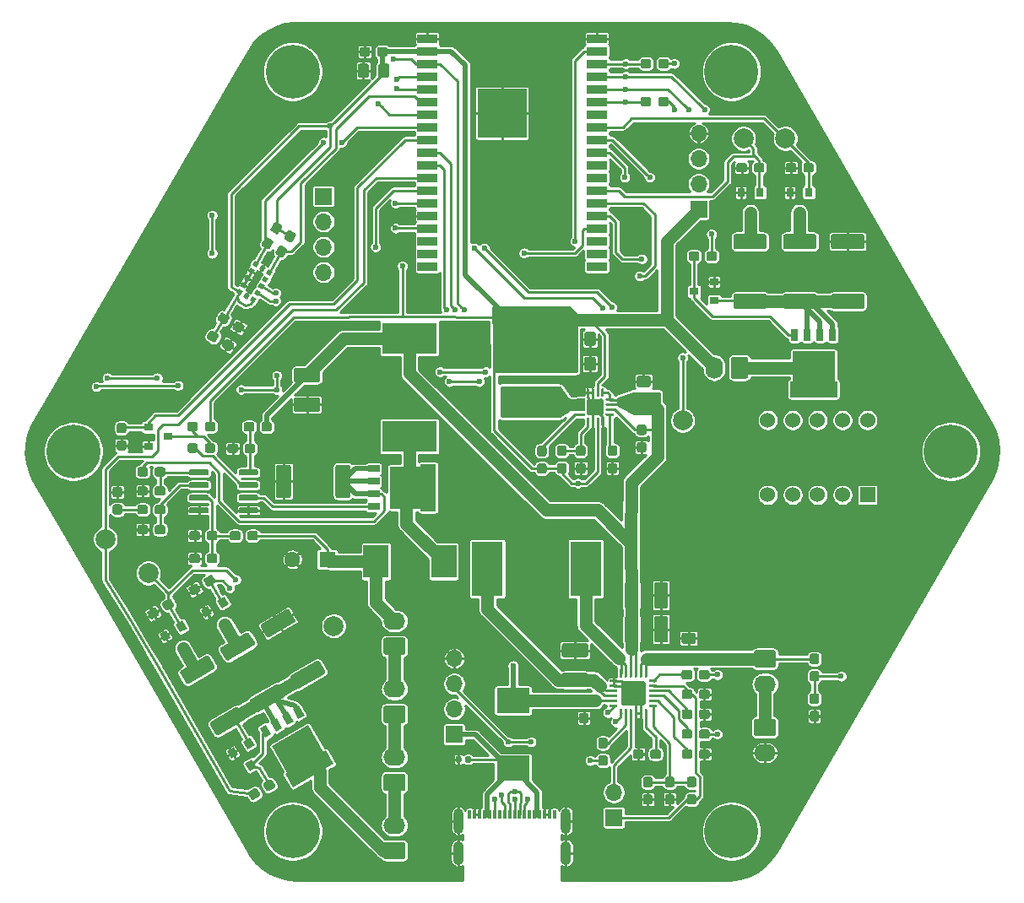
<source format=gtl>
G04 #@! TF.GenerationSoftware,KiCad,Pcbnew,(5.1.5)-3*
G04 #@! TF.CreationDate,2020-04-03T10:32:08+01:00*
G04 #@! TF.ProjectId,sync_module,73796e63-5f6d-46f6-9475-6c652e6b6963,rev?*
G04 #@! TF.SameCoordinates,Original*
G04 #@! TF.FileFunction,Copper,L1,Top*
G04 #@! TF.FilePolarity,Positive*
%FSLAX46Y46*%
G04 Gerber Fmt 4.6, Leading zero omitted, Abs format (unit mm)*
G04 Created by KiCad (PCBNEW (5.1.5)-3) date 2020-04-03 10:32:08*
%MOMM*%
%LPD*%
G04 APERTURE LIST*
%ADD10C,2.000000*%
%ADD11C,0.100000*%
%ADD12C,0.500000*%
%ADD13O,1.000000X2.550000*%
%ADD14O,1.100000X2.400000*%
%ADD15R,0.300000X0.900000*%
%ADD16R,2.000000X0.900000*%
%ADD17R,5.000000X5.000000*%
%ADD18C,5.400000*%
%ADD19O,2.200000X1.740000*%
%ADD20O,1.740000X2.200000*%
%ADD21R,1.700000X1.700000*%
%ADD22O,1.700000X1.700000*%
%ADD23R,3.100000X5.500000*%
%ADD24R,0.800000X0.900000*%
%ADD25R,0.700000X1.150000*%
%ADD26R,0.900000X0.800000*%
%ADD27C,1.524000*%
%ADD28R,1.524000X1.524000*%
%ADD29R,1.600000X1.600000*%
%ADD30C,1.600000*%
%ADD31R,2.500000X3.300000*%
%ADD32R,3.300000X2.500000*%
%ADD33R,3.500000X2.000000*%
%ADD34R,5.500000X3.100000*%
%ADD35R,1.150000X0.700000*%
%ADD36C,0.600000*%
%ADD37C,0.250000*%
%ADD38C,1.270000*%
%ADD39C,0.500000*%
%ADD40C,0.254000*%
G04 APERTURE END LIST*
D10*
X27400000Y31400000D03*
X23200000Y31400000D03*
X17100000Y3100000D03*
X-40800000Y-8800000D03*
X-36500000Y-12200000D03*
X-17900000Y-17500000D03*
G04 #@! TA.AperFunction,SMDPad,CuDef*
D11*
G36*
X7653616Y6313974D02*
G01*
X7659683Y6313074D01*
X7665633Y6311584D01*
X7671408Y6309517D01*
X7676952Y6306895D01*
X7682213Y6303742D01*
X7687140Y6300088D01*
X7691684Y6295969D01*
X7695803Y6291425D01*
X7699457Y6286498D01*
X7702610Y6281237D01*
X7705232Y6275693D01*
X7707299Y6269918D01*
X7708789Y6263968D01*
X7709689Y6257901D01*
X7709990Y6251775D01*
X7709990Y5551775D01*
X7709689Y5545649D01*
X7708789Y5539582D01*
X7707299Y5533632D01*
X7705232Y5527857D01*
X7702610Y5522313D01*
X7699457Y5517052D01*
X7695803Y5512125D01*
X7691684Y5507581D01*
X7687140Y5503462D01*
X7682213Y5499808D01*
X7676952Y5496655D01*
X7671408Y5494033D01*
X7665633Y5491966D01*
X7659683Y5490476D01*
X7653616Y5489576D01*
X7647490Y5489275D01*
X7522490Y5489275D01*
X7516364Y5489576D01*
X7510297Y5490476D01*
X7504347Y5491966D01*
X7498572Y5494033D01*
X7493028Y5496655D01*
X7487767Y5499808D01*
X7482840Y5503462D01*
X7478296Y5507581D01*
X7474177Y5512125D01*
X7470523Y5517052D01*
X7467370Y5522313D01*
X7464748Y5527857D01*
X7462681Y5533632D01*
X7461191Y5539582D01*
X7460291Y5545649D01*
X7459990Y5551775D01*
X7459990Y6251775D01*
X7460291Y6257901D01*
X7461191Y6263968D01*
X7462681Y6269918D01*
X7464748Y6275693D01*
X7467370Y6281237D01*
X7470523Y6286498D01*
X7474177Y6291425D01*
X7478296Y6295969D01*
X7482840Y6300088D01*
X7487767Y6303742D01*
X7493028Y6306895D01*
X7498572Y6309517D01*
X7504347Y6311584D01*
X7510297Y6313074D01*
X7516364Y6313974D01*
X7522490Y6314275D01*
X7647490Y6314275D01*
X7653616Y6313974D01*
G37*
G04 #@! TD.AperFunction*
G04 #@! TA.AperFunction,SMDPad,CuDef*
G36*
X8153616Y6313974D02*
G01*
X8159683Y6313074D01*
X8165633Y6311584D01*
X8171408Y6309517D01*
X8176952Y6306895D01*
X8182213Y6303742D01*
X8187140Y6300088D01*
X8191684Y6295969D01*
X8195803Y6291425D01*
X8199457Y6286498D01*
X8202610Y6281237D01*
X8205232Y6275693D01*
X8207299Y6269918D01*
X8208789Y6263968D01*
X8209689Y6257901D01*
X8209990Y6251775D01*
X8209990Y5551775D01*
X8209689Y5545649D01*
X8208789Y5539582D01*
X8207299Y5533632D01*
X8205232Y5527857D01*
X8202610Y5522313D01*
X8199457Y5517052D01*
X8195803Y5512125D01*
X8191684Y5507581D01*
X8187140Y5503462D01*
X8182213Y5499808D01*
X8176952Y5496655D01*
X8171408Y5494033D01*
X8165633Y5491966D01*
X8159683Y5490476D01*
X8153616Y5489576D01*
X8147490Y5489275D01*
X8022490Y5489275D01*
X8016364Y5489576D01*
X8010297Y5490476D01*
X8004347Y5491966D01*
X7998572Y5494033D01*
X7993028Y5496655D01*
X7987767Y5499808D01*
X7982840Y5503462D01*
X7978296Y5507581D01*
X7974177Y5512125D01*
X7970523Y5517052D01*
X7967370Y5522313D01*
X7964748Y5527857D01*
X7962681Y5533632D01*
X7961191Y5539582D01*
X7960291Y5545649D01*
X7959990Y5551775D01*
X7959990Y6251775D01*
X7960291Y6257901D01*
X7961191Y6263968D01*
X7962681Y6269918D01*
X7964748Y6275693D01*
X7967370Y6281237D01*
X7970523Y6286498D01*
X7974177Y6291425D01*
X7978296Y6295969D01*
X7982840Y6300088D01*
X7987767Y6303742D01*
X7993028Y6306895D01*
X7998572Y6309517D01*
X8004347Y6311584D01*
X8010297Y6313074D01*
X8016364Y6313974D01*
X8022490Y6314275D01*
X8147490Y6314275D01*
X8153616Y6313974D01*
G37*
G04 #@! TD.AperFunction*
G04 #@! TA.AperFunction,SMDPad,CuDef*
G36*
X8653616Y6313974D02*
G01*
X8659683Y6313074D01*
X8665633Y6311584D01*
X8671408Y6309517D01*
X8676952Y6306895D01*
X8682213Y6303742D01*
X8687140Y6300088D01*
X8691684Y6295969D01*
X8695803Y6291425D01*
X8699457Y6286498D01*
X8702610Y6281237D01*
X8705232Y6275693D01*
X8707299Y6269918D01*
X8708789Y6263968D01*
X8709689Y6257901D01*
X8709990Y6251775D01*
X8709990Y5551775D01*
X8709689Y5545649D01*
X8708789Y5539582D01*
X8707299Y5533632D01*
X8705232Y5527857D01*
X8702610Y5522313D01*
X8699457Y5517052D01*
X8695803Y5512125D01*
X8691684Y5507581D01*
X8687140Y5503462D01*
X8682213Y5499808D01*
X8676952Y5496655D01*
X8671408Y5494033D01*
X8665633Y5491966D01*
X8659683Y5490476D01*
X8653616Y5489576D01*
X8647490Y5489275D01*
X8522490Y5489275D01*
X8516364Y5489576D01*
X8510297Y5490476D01*
X8504347Y5491966D01*
X8498572Y5494033D01*
X8493028Y5496655D01*
X8487767Y5499808D01*
X8482840Y5503462D01*
X8478296Y5507581D01*
X8474177Y5512125D01*
X8470523Y5517052D01*
X8467370Y5522313D01*
X8464748Y5527857D01*
X8462681Y5533632D01*
X8461191Y5539582D01*
X8460291Y5545649D01*
X8459990Y5551775D01*
X8459990Y6251775D01*
X8460291Y6257901D01*
X8461191Y6263968D01*
X8462681Y6269918D01*
X8464748Y6275693D01*
X8467370Y6281237D01*
X8470523Y6286498D01*
X8474177Y6291425D01*
X8478296Y6295969D01*
X8482840Y6300088D01*
X8487767Y6303742D01*
X8493028Y6306895D01*
X8498572Y6309517D01*
X8504347Y6311584D01*
X8510297Y6313074D01*
X8516364Y6313974D01*
X8522490Y6314275D01*
X8647490Y6314275D01*
X8653616Y6313974D01*
G37*
G04 #@! TD.AperFunction*
G04 #@! TA.AperFunction,SMDPad,CuDef*
G36*
X9153616Y6313974D02*
G01*
X9159683Y6313074D01*
X9165633Y6311584D01*
X9171408Y6309517D01*
X9176952Y6306895D01*
X9182213Y6303742D01*
X9187140Y6300088D01*
X9191684Y6295969D01*
X9195803Y6291425D01*
X9199457Y6286498D01*
X9202610Y6281237D01*
X9205232Y6275693D01*
X9207299Y6269918D01*
X9208789Y6263968D01*
X9209689Y6257901D01*
X9209990Y6251775D01*
X9209990Y5551775D01*
X9209689Y5545649D01*
X9208789Y5539582D01*
X9207299Y5533632D01*
X9205232Y5527857D01*
X9202610Y5522313D01*
X9199457Y5517052D01*
X9195803Y5512125D01*
X9191684Y5507581D01*
X9187140Y5503462D01*
X9182213Y5499808D01*
X9176952Y5496655D01*
X9171408Y5494033D01*
X9165633Y5491966D01*
X9159683Y5490476D01*
X9153616Y5489576D01*
X9147490Y5489275D01*
X9022490Y5489275D01*
X9016364Y5489576D01*
X9010297Y5490476D01*
X9004347Y5491966D01*
X8998572Y5494033D01*
X8993028Y5496655D01*
X8987767Y5499808D01*
X8982840Y5503462D01*
X8978296Y5507581D01*
X8974177Y5512125D01*
X8970523Y5517052D01*
X8967370Y5522313D01*
X8964748Y5527857D01*
X8962681Y5533632D01*
X8961191Y5539582D01*
X8960291Y5545649D01*
X8959990Y5551775D01*
X8959990Y6251775D01*
X8960291Y6257901D01*
X8961191Y6263968D01*
X8962681Y6269918D01*
X8964748Y6275693D01*
X8967370Y6281237D01*
X8970523Y6286498D01*
X8974177Y6291425D01*
X8978296Y6295969D01*
X8982840Y6300088D01*
X8987767Y6303742D01*
X8993028Y6306895D01*
X8998572Y6309517D01*
X9004347Y6311584D01*
X9010297Y6313074D01*
X9016364Y6313974D01*
X9022490Y6314275D01*
X9147490Y6314275D01*
X9153616Y6313974D01*
G37*
G04 #@! TD.AperFunction*
G04 #@! TA.AperFunction,SMDPad,CuDef*
G36*
X10153616Y5313974D02*
G01*
X10159683Y5313074D01*
X10165633Y5311584D01*
X10171408Y5309517D01*
X10176952Y5306895D01*
X10182213Y5303742D01*
X10187140Y5300088D01*
X10191684Y5295969D01*
X10195803Y5291425D01*
X10199457Y5286498D01*
X10202610Y5281237D01*
X10205232Y5275693D01*
X10207299Y5269918D01*
X10208789Y5263968D01*
X10209689Y5257901D01*
X10209990Y5251775D01*
X10209990Y5126775D01*
X10209689Y5120649D01*
X10208789Y5114582D01*
X10207299Y5108632D01*
X10205232Y5102857D01*
X10202610Y5097313D01*
X10199457Y5092052D01*
X10195803Y5087125D01*
X10191684Y5082581D01*
X10187140Y5078462D01*
X10182213Y5074808D01*
X10176952Y5071655D01*
X10171408Y5069033D01*
X10165633Y5066966D01*
X10159683Y5065476D01*
X10153616Y5064576D01*
X10147490Y5064275D01*
X9447490Y5064275D01*
X9441364Y5064576D01*
X9435297Y5065476D01*
X9429347Y5066966D01*
X9423572Y5069033D01*
X9418028Y5071655D01*
X9412767Y5074808D01*
X9407840Y5078462D01*
X9403296Y5082581D01*
X9399177Y5087125D01*
X9395523Y5092052D01*
X9392370Y5097313D01*
X9389748Y5102857D01*
X9387681Y5108632D01*
X9386191Y5114582D01*
X9385291Y5120649D01*
X9384990Y5126775D01*
X9384990Y5251775D01*
X9385291Y5257901D01*
X9386191Y5263968D01*
X9387681Y5269918D01*
X9389748Y5275693D01*
X9392370Y5281237D01*
X9395523Y5286498D01*
X9399177Y5291425D01*
X9403296Y5295969D01*
X9407840Y5300088D01*
X9412767Y5303742D01*
X9418028Y5306895D01*
X9423572Y5309517D01*
X9429347Y5311584D01*
X9435297Y5313074D01*
X9441364Y5313974D01*
X9447490Y5314275D01*
X10147490Y5314275D01*
X10153616Y5313974D01*
G37*
G04 #@! TD.AperFunction*
G04 #@! TA.AperFunction,SMDPad,CuDef*
G36*
X10153616Y4813974D02*
G01*
X10159683Y4813074D01*
X10165633Y4811584D01*
X10171408Y4809517D01*
X10176952Y4806895D01*
X10182213Y4803742D01*
X10187140Y4800088D01*
X10191684Y4795969D01*
X10195803Y4791425D01*
X10199457Y4786498D01*
X10202610Y4781237D01*
X10205232Y4775693D01*
X10207299Y4769918D01*
X10208789Y4763968D01*
X10209689Y4757901D01*
X10209990Y4751775D01*
X10209990Y4626775D01*
X10209689Y4620649D01*
X10208789Y4614582D01*
X10207299Y4608632D01*
X10205232Y4602857D01*
X10202610Y4597313D01*
X10199457Y4592052D01*
X10195803Y4587125D01*
X10191684Y4582581D01*
X10187140Y4578462D01*
X10182213Y4574808D01*
X10176952Y4571655D01*
X10171408Y4569033D01*
X10165633Y4566966D01*
X10159683Y4565476D01*
X10153616Y4564576D01*
X10147490Y4564275D01*
X9447490Y4564275D01*
X9441364Y4564576D01*
X9435297Y4565476D01*
X9429347Y4566966D01*
X9423572Y4569033D01*
X9418028Y4571655D01*
X9412767Y4574808D01*
X9407840Y4578462D01*
X9403296Y4582581D01*
X9399177Y4587125D01*
X9395523Y4592052D01*
X9392370Y4597313D01*
X9389748Y4602857D01*
X9387681Y4608632D01*
X9386191Y4614582D01*
X9385291Y4620649D01*
X9384990Y4626775D01*
X9384990Y4751775D01*
X9385291Y4757901D01*
X9386191Y4763968D01*
X9387681Y4769918D01*
X9389748Y4775693D01*
X9392370Y4781237D01*
X9395523Y4786498D01*
X9399177Y4791425D01*
X9403296Y4795969D01*
X9407840Y4800088D01*
X9412767Y4803742D01*
X9418028Y4806895D01*
X9423572Y4809517D01*
X9429347Y4811584D01*
X9435297Y4813074D01*
X9441364Y4813974D01*
X9447490Y4814275D01*
X10147490Y4814275D01*
X10153616Y4813974D01*
G37*
G04 #@! TD.AperFunction*
G04 #@! TA.AperFunction,SMDPad,CuDef*
G36*
X10153616Y4313974D02*
G01*
X10159683Y4313074D01*
X10165633Y4311584D01*
X10171408Y4309517D01*
X10176952Y4306895D01*
X10182213Y4303742D01*
X10187140Y4300088D01*
X10191684Y4295969D01*
X10195803Y4291425D01*
X10199457Y4286498D01*
X10202610Y4281237D01*
X10205232Y4275693D01*
X10207299Y4269918D01*
X10208789Y4263968D01*
X10209689Y4257901D01*
X10209990Y4251775D01*
X10209990Y4126775D01*
X10209689Y4120649D01*
X10208789Y4114582D01*
X10207299Y4108632D01*
X10205232Y4102857D01*
X10202610Y4097313D01*
X10199457Y4092052D01*
X10195803Y4087125D01*
X10191684Y4082581D01*
X10187140Y4078462D01*
X10182213Y4074808D01*
X10176952Y4071655D01*
X10171408Y4069033D01*
X10165633Y4066966D01*
X10159683Y4065476D01*
X10153616Y4064576D01*
X10147490Y4064275D01*
X9447490Y4064275D01*
X9441364Y4064576D01*
X9435297Y4065476D01*
X9429347Y4066966D01*
X9423572Y4069033D01*
X9418028Y4071655D01*
X9412767Y4074808D01*
X9407840Y4078462D01*
X9403296Y4082581D01*
X9399177Y4087125D01*
X9395523Y4092052D01*
X9392370Y4097313D01*
X9389748Y4102857D01*
X9387681Y4108632D01*
X9386191Y4114582D01*
X9385291Y4120649D01*
X9384990Y4126775D01*
X9384990Y4251775D01*
X9385291Y4257901D01*
X9386191Y4263968D01*
X9387681Y4269918D01*
X9389748Y4275693D01*
X9392370Y4281237D01*
X9395523Y4286498D01*
X9399177Y4291425D01*
X9403296Y4295969D01*
X9407840Y4300088D01*
X9412767Y4303742D01*
X9418028Y4306895D01*
X9423572Y4309517D01*
X9429347Y4311584D01*
X9435297Y4313074D01*
X9441364Y4313974D01*
X9447490Y4314275D01*
X10147490Y4314275D01*
X10153616Y4313974D01*
G37*
G04 #@! TD.AperFunction*
G04 #@! TA.AperFunction,SMDPad,CuDef*
G36*
X10153616Y3813974D02*
G01*
X10159683Y3813074D01*
X10165633Y3811584D01*
X10171408Y3809517D01*
X10176952Y3806895D01*
X10182213Y3803742D01*
X10187140Y3800088D01*
X10191684Y3795969D01*
X10195803Y3791425D01*
X10199457Y3786498D01*
X10202610Y3781237D01*
X10205232Y3775693D01*
X10207299Y3769918D01*
X10208789Y3763968D01*
X10209689Y3757901D01*
X10209990Y3751775D01*
X10209990Y3626775D01*
X10209689Y3620649D01*
X10208789Y3614582D01*
X10207299Y3608632D01*
X10205232Y3602857D01*
X10202610Y3597313D01*
X10199457Y3592052D01*
X10195803Y3587125D01*
X10191684Y3582581D01*
X10187140Y3578462D01*
X10182213Y3574808D01*
X10176952Y3571655D01*
X10171408Y3569033D01*
X10165633Y3566966D01*
X10159683Y3565476D01*
X10153616Y3564576D01*
X10147490Y3564275D01*
X9447490Y3564275D01*
X9441364Y3564576D01*
X9435297Y3565476D01*
X9429347Y3566966D01*
X9423572Y3569033D01*
X9418028Y3571655D01*
X9412767Y3574808D01*
X9407840Y3578462D01*
X9403296Y3582581D01*
X9399177Y3587125D01*
X9395523Y3592052D01*
X9392370Y3597313D01*
X9389748Y3602857D01*
X9387681Y3608632D01*
X9386191Y3614582D01*
X9385291Y3620649D01*
X9384990Y3626775D01*
X9384990Y3751775D01*
X9385291Y3757901D01*
X9386191Y3763968D01*
X9387681Y3769918D01*
X9389748Y3775693D01*
X9392370Y3781237D01*
X9395523Y3786498D01*
X9399177Y3791425D01*
X9403296Y3795969D01*
X9407840Y3800088D01*
X9412767Y3803742D01*
X9418028Y3806895D01*
X9423572Y3809517D01*
X9429347Y3811584D01*
X9435297Y3813074D01*
X9441364Y3813974D01*
X9447490Y3814275D01*
X10147490Y3814275D01*
X10153616Y3813974D01*
G37*
G04 #@! TD.AperFunction*
G04 #@! TA.AperFunction,SMDPad,CuDef*
G36*
X9153616Y3388974D02*
G01*
X9159683Y3388074D01*
X9165633Y3386584D01*
X9171408Y3384517D01*
X9176952Y3381895D01*
X9182213Y3378742D01*
X9187140Y3375088D01*
X9191684Y3370969D01*
X9195803Y3366425D01*
X9199457Y3361498D01*
X9202610Y3356237D01*
X9205232Y3350693D01*
X9207299Y3344918D01*
X9208789Y3338968D01*
X9209689Y3332901D01*
X9209990Y3326775D01*
X9209990Y2626775D01*
X9209689Y2620649D01*
X9208789Y2614582D01*
X9207299Y2608632D01*
X9205232Y2602857D01*
X9202610Y2597313D01*
X9199457Y2592052D01*
X9195803Y2587125D01*
X9191684Y2582581D01*
X9187140Y2578462D01*
X9182213Y2574808D01*
X9176952Y2571655D01*
X9171408Y2569033D01*
X9165633Y2566966D01*
X9159683Y2565476D01*
X9153616Y2564576D01*
X9147490Y2564275D01*
X9022490Y2564275D01*
X9016364Y2564576D01*
X9010297Y2565476D01*
X9004347Y2566966D01*
X8998572Y2569033D01*
X8993028Y2571655D01*
X8987767Y2574808D01*
X8982840Y2578462D01*
X8978296Y2582581D01*
X8974177Y2587125D01*
X8970523Y2592052D01*
X8967370Y2597313D01*
X8964748Y2602857D01*
X8962681Y2608632D01*
X8961191Y2614582D01*
X8960291Y2620649D01*
X8959990Y2626775D01*
X8959990Y3326775D01*
X8960291Y3332901D01*
X8961191Y3338968D01*
X8962681Y3344918D01*
X8964748Y3350693D01*
X8967370Y3356237D01*
X8970523Y3361498D01*
X8974177Y3366425D01*
X8978296Y3370969D01*
X8982840Y3375088D01*
X8987767Y3378742D01*
X8993028Y3381895D01*
X8998572Y3384517D01*
X9004347Y3386584D01*
X9010297Y3388074D01*
X9016364Y3388974D01*
X9022490Y3389275D01*
X9147490Y3389275D01*
X9153616Y3388974D01*
G37*
G04 #@! TD.AperFunction*
G04 #@! TA.AperFunction,SMDPad,CuDef*
G36*
X8653616Y3388974D02*
G01*
X8659683Y3388074D01*
X8665633Y3386584D01*
X8671408Y3384517D01*
X8676952Y3381895D01*
X8682213Y3378742D01*
X8687140Y3375088D01*
X8691684Y3370969D01*
X8695803Y3366425D01*
X8699457Y3361498D01*
X8702610Y3356237D01*
X8705232Y3350693D01*
X8707299Y3344918D01*
X8708789Y3338968D01*
X8709689Y3332901D01*
X8709990Y3326775D01*
X8709990Y2626775D01*
X8709689Y2620649D01*
X8708789Y2614582D01*
X8707299Y2608632D01*
X8705232Y2602857D01*
X8702610Y2597313D01*
X8699457Y2592052D01*
X8695803Y2587125D01*
X8691684Y2582581D01*
X8687140Y2578462D01*
X8682213Y2574808D01*
X8676952Y2571655D01*
X8671408Y2569033D01*
X8665633Y2566966D01*
X8659683Y2565476D01*
X8653616Y2564576D01*
X8647490Y2564275D01*
X8522490Y2564275D01*
X8516364Y2564576D01*
X8510297Y2565476D01*
X8504347Y2566966D01*
X8498572Y2569033D01*
X8493028Y2571655D01*
X8487767Y2574808D01*
X8482840Y2578462D01*
X8478296Y2582581D01*
X8474177Y2587125D01*
X8470523Y2592052D01*
X8467370Y2597313D01*
X8464748Y2602857D01*
X8462681Y2608632D01*
X8461191Y2614582D01*
X8460291Y2620649D01*
X8459990Y2626775D01*
X8459990Y3326775D01*
X8460291Y3332901D01*
X8461191Y3338968D01*
X8462681Y3344918D01*
X8464748Y3350693D01*
X8467370Y3356237D01*
X8470523Y3361498D01*
X8474177Y3366425D01*
X8478296Y3370969D01*
X8482840Y3375088D01*
X8487767Y3378742D01*
X8493028Y3381895D01*
X8498572Y3384517D01*
X8504347Y3386584D01*
X8510297Y3388074D01*
X8516364Y3388974D01*
X8522490Y3389275D01*
X8647490Y3389275D01*
X8653616Y3388974D01*
G37*
G04 #@! TD.AperFunction*
G04 #@! TA.AperFunction,SMDPad,CuDef*
G36*
X8153616Y3388974D02*
G01*
X8159683Y3388074D01*
X8165633Y3386584D01*
X8171408Y3384517D01*
X8176952Y3381895D01*
X8182213Y3378742D01*
X8187140Y3375088D01*
X8191684Y3370969D01*
X8195803Y3366425D01*
X8199457Y3361498D01*
X8202610Y3356237D01*
X8205232Y3350693D01*
X8207299Y3344918D01*
X8208789Y3338968D01*
X8209689Y3332901D01*
X8209990Y3326775D01*
X8209990Y2626775D01*
X8209689Y2620649D01*
X8208789Y2614582D01*
X8207299Y2608632D01*
X8205232Y2602857D01*
X8202610Y2597313D01*
X8199457Y2592052D01*
X8195803Y2587125D01*
X8191684Y2582581D01*
X8187140Y2578462D01*
X8182213Y2574808D01*
X8176952Y2571655D01*
X8171408Y2569033D01*
X8165633Y2566966D01*
X8159683Y2565476D01*
X8153616Y2564576D01*
X8147490Y2564275D01*
X8022490Y2564275D01*
X8016364Y2564576D01*
X8010297Y2565476D01*
X8004347Y2566966D01*
X7998572Y2569033D01*
X7993028Y2571655D01*
X7987767Y2574808D01*
X7982840Y2578462D01*
X7978296Y2582581D01*
X7974177Y2587125D01*
X7970523Y2592052D01*
X7967370Y2597313D01*
X7964748Y2602857D01*
X7962681Y2608632D01*
X7961191Y2614582D01*
X7960291Y2620649D01*
X7959990Y2626775D01*
X7959990Y3326775D01*
X7960291Y3332901D01*
X7961191Y3338968D01*
X7962681Y3344918D01*
X7964748Y3350693D01*
X7967370Y3356237D01*
X7970523Y3361498D01*
X7974177Y3366425D01*
X7978296Y3370969D01*
X7982840Y3375088D01*
X7987767Y3378742D01*
X7993028Y3381895D01*
X7998572Y3384517D01*
X8004347Y3386584D01*
X8010297Y3388074D01*
X8016364Y3388974D01*
X8022490Y3389275D01*
X8147490Y3389275D01*
X8153616Y3388974D01*
G37*
G04 #@! TD.AperFunction*
G04 #@! TA.AperFunction,SMDPad,CuDef*
G36*
X7653616Y3388974D02*
G01*
X7659683Y3388074D01*
X7665633Y3386584D01*
X7671408Y3384517D01*
X7676952Y3381895D01*
X7682213Y3378742D01*
X7687140Y3375088D01*
X7691684Y3370969D01*
X7695803Y3366425D01*
X7699457Y3361498D01*
X7702610Y3356237D01*
X7705232Y3350693D01*
X7707299Y3344918D01*
X7708789Y3338968D01*
X7709689Y3332901D01*
X7709990Y3326775D01*
X7709990Y2626775D01*
X7709689Y2620649D01*
X7708789Y2614582D01*
X7707299Y2608632D01*
X7705232Y2602857D01*
X7702610Y2597313D01*
X7699457Y2592052D01*
X7695803Y2587125D01*
X7691684Y2582581D01*
X7687140Y2578462D01*
X7682213Y2574808D01*
X7676952Y2571655D01*
X7671408Y2569033D01*
X7665633Y2566966D01*
X7659683Y2565476D01*
X7653616Y2564576D01*
X7647490Y2564275D01*
X7522490Y2564275D01*
X7516364Y2564576D01*
X7510297Y2565476D01*
X7504347Y2566966D01*
X7498572Y2569033D01*
X7493028Y2571655D01*
X7487767Y2574808D01*
X7482840Y2578462D01*
X7478296Y2582581D01*
X7474177Y2587125D01*
X7470523Y2592052D01*
X7467370Y2597313D01*
X7464748Y2602857D01*
X7462681Y2608632D01*
X7461191Y2614582D01*
X7460291Y2620649D01*
X7459990Y2626775D01*
X7459990Y3326775D01*
X7460291Y3332901D01*
X7461191Y3338968D01*
X7462681Y3344918D01*
X7464748Y3350693D01*
X7467370Y3356237D01*
X7470523Y3361498D01*
X7474177Y3366425D01*
X7478296Y3370969D01*
X7482840Y3375088D01*
X7487767Y3378742D01*
X7493028Y3381895D01*
X7498572Y3384517D01*
X7504347Y3386584D01*
X7510297Y3388074D01*
X7516364Y3388974D01*
X7522490Y3389275D01*
X7647490Y3389275D01*
X7653616Y3388974D01*
G37*
G04 #@! TD.AperFunction*
G04 #@! TA.AperFunction,SMDPad,CuDef*
G36*
X7228616Y3813974D02*
G01*
X7234683Y3813074D01*
X7240633Y3811584D01*
X7246408Y3809517D01*
X7251952Y3806895D01*
X7257213Y3803742D01*
X7262140Y3800088D01*
X7266684Y3795969D01*
X7270803Y3791425D01*
X7274457Y3786498D01*
X7277610Y3781237D01*
X7280232Y3775693D01*
X7282299Y3769918D01*
X7283789Y3763968D01*
X7284689Y3757901D01*
X7284990Y3751775D01*
X7284990Y3626775D01*
X7284689Y3620649D01*
X7283789Y3614582D01*
X7282299Y3608632D01*
X7280232Y3602857D01*
X7277610Y3597313D01*
X7274457Y3592052D01*
X7270803Y3587125D01*
X7266684Y3582581D01*
X7262140Y3578462D01*
X7257213Y3574808D01*
X7251952Y3571655D01*
X7246408Y3569033D01*
X7240633Y3566966D01*
X7234683Y3565476D01*
X7228616Y3564576D01*
X7222490Y3564275D01*
X6522490Y3564275D01*
X6516364Y3564576D01*
X6510297Y3565476D01*
X6504347Y3566966D01*
X6498572Y3569033D01*
X6493028Y3571655D01*
X6487767Y3574808D01*
X6482840Y3578462D01*
X6478296Y3582581D01*
X6474177Y3587125D01*
X6470523Y3592052D01*
X6467370Y3597313D01*
X6464748Y3602857D01*
X6462681Y3608632D01*
X6461191Y3614582D01*
X6460291Y3620649D01*
X6459990Y3626775D01*
X6459990Y3751775D01*
X6460291Y3757901D01*
X6461191Y3763968D01*
X6462681Y3769918D01*
X6464748Y3775693D01*
X6467370Y3781237D01*
X6470523Y3786498D01*
X6474177Y3791425D01*
X6478296Y3795969D01*
X6482840Y3800088D01*
X6487767Y3803742D01*
X6493028Y3806895D01*
X6498572Y3809517D01*
X6504347Y3811584D01*
X6510297Y3813074D01*
X6516364Y3813974D01*
X6522490Y3814275D01*
X7222490Y3814275D01*
X7228616Y3813974D01*
G37*
G04 #@! TD.AperFunction*
G04 #@! TA.AperFunction,SMDPad,CuDef*
G36*
X7228616Y4313974D02*
G01*
X7234683Y4313074D01*
X7240633Y4311584D01*
X7246408Y4309517D01*
X7251952Y4306895D01*
X7257213Y4303742D01*
X7262140Y4300088D01*
X7266684Y4295969D01*
X7270803Y4291425D01*
X7274457Y4286498D01*
X7277610Y4281237D01*
X7280232Y4275693D01*
X7282299Y4269918D01*
X7283789Y4263968D01*
X7284689Y4257901D01*
X7284990Y4251775D01*
X7284990Y4126775D01*
X7284689Y4120649D01*
X7283789Y4114582D01*
X7282299Y4108632D01*
X7280232Y4102857D01*
X7277610Y4097313D01*
X7274457Y4092052D01*
X7270803Y4087125D01*
X7266684Y4082581D01*
X7262140Y4078462D01*
X7257213Y4074808D01*
X7251952Y4071655D01*
X7246408Y4069033D01*
X7240633Y4066966D01*
X7234683Y4065476D01*
X7228616Y4064576D01*
X7222490Y4064275D01*
X6522490Y4064275D01*
X6516364Y4064576D01*
X6510297Y4065476D01*
X6504347Y4066966D01*
X6498572Y4069033D01*
X6493028Y4071655D01*
X6487767Y4074808D01*
X6482840Y4078462D01*
X6478296Y4082581D01*
X6474177Y4087125D01*
X6470523Y4092052D01*
X6467370Y4097313D01*
X6464748Y4102857D01*
X6462681Y4108632D01*
X6461191Y4114582D01*
X6460291Y4120649D01*
X6459990Y4126775D01*
X6459990Y4251775D01*
X6460291Y4257901D01*
X6461191Y4263968D01*
X6462681Y4269918D01*
X6464748Y4275693D01*
X6467370Y4281237D01*
X6470523Y4286498D01*
X6474177Y4291425D01*
X6478296Y4295969D01*
X6482840Y4300088D01*
X6487767Y4303742D01*
X6493028Y4306895D01*
X6498572Y4309517D01*
X6504347Y4311584D01*
X6510297Y4313074D01*
X6516364Y4313974D01*
X6522490Y4314275D01*
X7222490Y4314275D01*
X7228616Y4313974D01*
G37*
G04 #@! TD.AperFunction*
G04 #@! TA.AperFunction,SMDPad,CuDef*
G36*
X7228616Y4813974D02*
G01*
X7234683Y4813074D01*
X7240633Y4811584D01*
X7246408Y4809517D01*
X7251952Y4806895D01*
X7257213Y4803742D01*
X7262140Y4800088D01*
X7266684Y4795969D01*
X7270803Y4791425D01*
X7274457Y4786498D01*
X7277610Y4781237D01*
X7280232Y4775693D01*
X7282299Y4769918D01*
X7283789Y4763968D01*
X7284689Y4757901D01*
X7284990Y4751775D01*
X7284990Y4626775D01*
X7284689Y4620649D01*
X7283789Y4614582D01*
X7282299Y4608632D01*
X7280232Y4602857D01*
X7277610Y4597313D01*
X7274457Y4592052D01*
X7270803Y4587125D01*
X7266684Y4582581D01*
X7262140Y4578462D01*
X7257213Y4574808D01*
X7251952Y4571655D01*
X7246408Y4569033D01*
X7240633Y4566966D01*
X7234683Y4565476D01*
X7228616Y4564576D01*
X7222490Y4564275D01*
X6522490Y4564275D01*
X6516364Y4564576D01*
X6510297Y4565476D01*
X6504347Y4566966D01*
X6498572Y4569033D01*
X6493028Y4571655D01*
X6487767Y4574808D01*
X6482840Y4578462D01*
X6478296Y4582581D01*
X6474177Y4587125D01*
X6470523Y4592052D01*
X6467370Y4597313D01*
X6464748Y4602857D01*
X6462681Y4608632D01*
X6461191Y4614582D01*
X6460291Y4620649D01*
X6459990Y4626775D01*
X6459990Y4751775D01*
X6460291Y4757901D01*
X6461191Y4763968D01*
X6462681Y4769918D01*
X6464748Y4775693D01*
X6467370Y4781237D01*
X6470523Y4786498D01*
X6474177Y4791425D01*
X6478296Y4795969D01*
X6482840Y4800088D01*
X6487767Y4803742D01*
X6493028Y4806895D01*
X6498572Y4809517D01*
X6504347Y4811584D01*
X6510297Y4813074D01*
X6516364Y4813974D01*
X6522490Y4814275D01*
X7222490Y4814275D01*
X7228616Y4813974D01*
G37*
G04 #@! TD.AperFunction*
G04 #@! TA.AperFunction,SMDPad,CuDef*
G36*
X7228616Y5313974D02*
G01*
X7234683Y5313074D01*
X7240633Y5311584D01*
X7246408Y5309517D01*
X7251952Y5306895D01*
X7257213Y5303742D01*
X7262140Y5300088D01*
X7266684Y5295969D01*
X7270803Y5291425D01*
X7274457Y5286498D01*
X7277610Y5281237D01*
X7280232Y5275693D01*
X7282299Y5269918D01*
X7283789Y5263968D01*
X7284689Y5257901D01*
X7284990Y5251775D01*
X7284990Y5126775D01*
X7284689Y5120649D01*
X7283789Y5114582D01*
X7282299Y5108632D01*
X7280232Y5102857D01*
X7277610Y5097313D01*
X7274457Y5092052D01*
X7270803Y5087125D01*
X7266684Y5082581D01*
X7262140Y5078462D01*
X7257213Y5074808D01*
X7251952Y5071655D01*
X7246408Y5069033D01*
X7240633Y5066966D01*
X7234683Y5065476D01*
X7228616Y5064576D01*
X7222490Y5064275D01*
X6522490Y5064275D01*
X6516364Y5064576D01*
X6510297Y5065476D01*
X6504347Y5066966D01*
X6498572Y5069033D01*
X6493028Y5071655D01*
X6487767Y5074808D01*
X6482840Y5078462D01*
X6478296Y5082581D01*
X6474177Y5087125D01*
X6470523Y5092052D01*
X6467370Y5097313D01*
X6464748Y5102857D01*
X6462681Y5108632D01*
X6461191Y5114582D01*
X6460291Y5120649D01*
X6459990Y5126775D01*
X6459990Y5251775D01*
X6460291Y5257901D01*
X6461191Y5263968D01*
X6462681Y5269918D01*
X6464748Y5275693D01*
X6467370Y5281237D01*
X6470523Y5286498D01*
X6474177Y5291425D01*
X6478296Y5295969D01*
X6482840Y5300088D01*
X6487767Y5303742D01*
X6493028Y5306895D01*
X6498572Y5309517D01*
X6504347Y5311584D01*
X6510297Y5313074D01*
X6516364Y5313974D01*
X6522490Y5314275D01*
X7222490Y5314275D01*
X7228616Y5313974D01*
G37*
G04 #@! TD.AperFunction*
D12*
X8924990Y3849275D03*
X7744990Y3849275D03*
X8924990Y5029275D03*
X7744990Y5029275D03*
G04 #@! TA.AperFunction,SMDPad,CuDef*
D11*
G36*
X8949494Y5278071D02*
G01*
X8973763Y5274471D01*
X8997561Y5268510D01*
X9020661Y5260245D01*
X9042839Y5249755D01*
X9063883Y5237142D01*
X9083588Y5222528D01*
X9101767Y5206052D01*
X9118243Y5187873D01*
X9132857Y5168168D01*
X9145470Y5147124D01*
X9155960Y5124946D01*
X9164225Y5101846D01*
X9170186Y5078048D01*
X9173786Y5053779D01*
X9174990Y5029275D01*
X9174990Y3849275D01*
X9173786Y3824771D01*
X9170186Y3800502D01*
X9164225Y3776704D01*
X9155960Y3753604D01*
X9145470Y3731426D01*
X9132857Y3710382D01*
X9118243Y3690677D01*
X9101767Y3672498D01*
X9083588Y3656022D01*
X9063883Y3641408D01*
X9042839Y3628795D01*
X9020661Y3618305D01*
X8997561Y3610040D01*
X8973763Y3604079D01*
X8949494Y3600479D01*
X8924990Y3599275D01*
X7744990Y3599275D01*
X7720486Y3600479D01*
X7696217Y3604079D01*
X7672419Y3610040D01*
X7649319Y3618305D01*
X7627141Y3628795D01*
X7606097Y3641408D01*
X7586392Y3656022D01*
X7568213Y3672498D01*
X7551737Y3690677D01*
X7537123Y3710382D01*
X7524510Y3731426D01*
X7514020Y3753604D01*
X7505755Y3776704D01*
X7499794Y3800502D01*
X7496194Y3824771D01*
X7494990Y3849275D01*
X7494990Y5029275D01*
X7496194Y5053779D01*
X7499794Y5078048D01*
X7505755Y5101846D01*
X7514020Y5124946D01*
X7524510Y5147124D01*
X7537123Y5168168D01*
X7551737Y5187873D01*
X7568213Y5206052D01*
X7586392Y5222528D01*
X7606097Y5237142D01*
X7627141Y5249755D01*
X7649319Y5260245D01*
X7672419Y5268510D01*
X7696217Y5274471D01*
X7720486Y5278071D01*
X7744990Y5279275D01*
X8924990Y5279275D01*
X8949494Y5278071D01*
G37*
G04 #@! TD.AperFunction*
G04 #@! TA.AperFunction,SMDPad,CuDef*
G36*
X10503526Y-25387980D02*
G01*
X10509593Y-25388880D01*
X10515543Y-25390370D01*
X10521318Y-25392437D01*
X10526862Y-25395059D01*
X10532123Y-25398212D01*
X10537050Y-25401866D01*
X10541594Y-25405985D01*
X10545713Y-25410529D01*
X10549367Y-25415456D01*
X10552520Y-25420717D01*
X10555142Y-25426261D01*
X10557209Y-25432036D01*
X10558699Y-25437986D01*
X10559599Y-25444053D01*
X10559900Y-25450179D01*
X10559900Y-25575179D01*
X10559599Y-25581305D01*
X10558699Y-25587372D01*
X10557209Y-25593322D01*
X10555142Y-25599097D01*
X10552520Y-25604641D01*
X10549367Y-25609902D01*
X10545713Y-25614829D01*
X10541594Y-25619373D01*
X10537050Y-25623492D01*
X10532123Y-25627146D01*
X10526862Y-25630299D01*
X10521318Y-25632921D01*
X10515543Y-25634988D01*
X10509593Y-25636478D01*
X10503526Y-25637378D01*
X10497400Y-25637679D01*
X9847400Y-25637679D01*
X9841274Y-25637378D01*
X9835207Y-25636478D01*
X9829257Y-25634988D01*
X9823482Y-25632921D01*
X9817938Y-25630299D01*
X9812677Y-25627146D01*
X9807750Y-25623492D01*
X9803206Y-25619373D01*
X9799087Y-25614829D01*
X9795433Y-25609902D01*
X9792280Y-25604641D01*
X9789658Y-25599097D01*
X9787591Y-25593322D01*
X9786101Y-25587372D01*
X9785201Y-25581305D01*
X9784900Y-25575179D01*
X9784900Y-25450179D01*
X9785201Y-25444053D01*
X9786101Y-25437986D01*
X9787591Y-25432036D01*
X9789658Y-25426261D01*
X9792280Y-25420717D01*
X9795433Y-25415456D01*
X9799087Y-25410529D01*
X9803206Y-25405985D01*
X9807750Y-25401866D01*
X9812677Y-25398212D01*
X9817938Y-25395059D01*
X9823482Y-25392437D01*
X9829257Y-25390370D01*
X9835207Y-25388880D01*
X9841274Y-25387980D01*
X9847400Y-25387679D01*
X10497400Y-25387679D01*
X10503526Y-25387980D01*
G37*
G04 #@! TD.AperFunction*
G04 #@! TA.AperFunction,SMDPad,CuDef*
G36*
X10503526Y-24887980D02*
G01*
X10509593Y-24888880D01*
X10515543Y-24890370D01*
X10521318Y-24892437D01*
X10526862Y-24895059D01*
X10532123Y-24898212D01*
X10537050Y-24901866D01*
X10541594Y-24905985D01*
X10545713Y-24910529D01*
X10549367Y-24915456D01*
X10552520Y-24920717D01*
X10555142Y-24926261D01*
X10557209Y-24932036D01*
X10558699Y-24937986D01*
X10559599Y-24944053D01*
X10559900Y-24950179D01*
X10559900Y-25075179D01*
X10559599Y-25081305D01*
X10558699Y-25087372D01*
X10557209Y-25093322D01*
X10555142Y-25099097D01*
X10552520Y-25104641D01*
X10549367Y-25109902D01*
X10545713Y-25114829D01*
X10541594Y-25119373D01*
X10537050Y-25123492D01*
X10532123Y-25127146D01*
X10526862Y-25130299D01*
X10521318Y-25132921D01*
X10515543Y-25134988D01*
X10509593Y-25136478D01*
X10503526Y-25137378D01*
X10497400Y-25137679D01*
X9847400Y-25137679D01*
X9841274Y-25137378D01*
X9835207Y-25136478D01*
X9829257Y-25134988D01*
X9823482Y-25132921D01*
X9817938Y-25130299D01*
X9812677Y-25127146D01*
X9807750Y-25123492D01*
X9803206Y-25119373D01*
X9799087Y-25114829D01*
X9795433Y-25109902D01*
X9792280Y-25104641D01*
X9789658Y-25099097D01*
X9787591Y-25093322D01*
X9786101Y-25087372D01*
X9785201Y-25081305D01*
X9784900Y-25075179D01*
X9784900Y-24950179D01*
X9785201Y-24944053D01*
X9786101Y-24937986D01*
X9787591Y-24932036D01*
X9789658Y-24926261D01*
X9792280Y-24920717D01*
X9795433Y-24915456D01*
X9799087Y-24910529D01*
X9803206Y-24905985D01*
X9807750Y-24901866D01*
X9812677Y-24898212D01*
X9817938Y-24895059D01*
X9823482Y-24892437D01*
X9829257Y-24890370D01*
X9835207Y-24888880D01*
X9841274Y-24887980D01*
X9847400Y-24887679D01*
X10497400Y-24887679D01*
X10503526Y-24887980D01*
G37*
G04 #@! TD.AperFunction*
G04 #@! TA.AperFunction,SMDPad,CuDef*
G36*
X10503526Y-24387980D02*
G01*
X10509593Y-24388880D01*
X10515543Y-24390370D01*
X10521318Y-24392437D01*
X10526862Y-24395059D01*
X10532123Y-24398212D01*
X10537050Y-24401866D01*
X10541594Y-24405985D01*
X10545713Y-24410529D01*
X10549367Y-24415456D01*
X10552520Y-24420717D01*
X10555142Y-24426261D01*
X10557209Y-24432036D01*
X10558699Y-24437986D01*
X10559599Y-24444053D01*
X10559900Y-24450179D01*
X10559900Y-24575179D01*
X10559599Y-24581305D01*
X10558699Y-24587372D01*
X10557209Y-24593322D01*
X10555142Y-24599097D01*
X10552520Y-24604641D01*
X10549367Y-24609902D01*
X10545713Y-24614829D01*
X10541594Y-24619373D01*
X10537050Y-24623492D01*
X10532123Y-24627146D01*
X10526862Y-24630299D01*
X10521318Y-24632921D01*
X10515543Y-24634988D01*
X10509593Y-24636478D01*
X10503526Y-24637378D01*
X10497400Y-24637679D01*
X9847400Y-24637679D01*
X9841274Y-24637378D01*
X9835207Y-24636478D01*
X9829257Y-24634988D01*
X9823482Y-24632921D01*
X9817938Y-24630299D01*
X9812677Y-24627146D01*
X9807750Y-24623492D01*
X9803206Y-24619373D01*
X9799087Y-24614829D01*
X9795433Y-24609902D01*
X9792280Y-24604641D01*
X9789658Y-24599097D01*
X9787591Y-24593322D01*
X9786101Y-24587372D01*
X9785201Y-24581305D01*
X9784900Y-24575179D01*
X9784900Y-24450179D01*
X9785201Y-24444053D01*
X9786101Y-24437986D01*
X9787591Y-24432036D01*
X9789658Y-24426261D01*
X9792280Y-24420717D01*
X9795433Y-24415456D01*
X9799087Y-24410529D01*
X9803206Y-24405985D01*
X9807750Y-24401866D01*
X9812677Y-24398212D01*
X9817938Y-24395059D01*
X9823482Y-24392437D01*
X9829257Y-24390370D01*
X9835207Y-24388880D01*
X9841274Y-24387980D01*
X9847400Y-24387679D01*
X10497400Y-24387679D01*
X10503526Y-24387980D01*
G37*
G04 #@! TD.AperFunction*
G04 #@! TA.AperFunction,SMDPad,CuDef*
G36*
X10503526Y-23887980D02*
G01*
X10509593Y-23888880D01*
X10515543Y-23890370D01*
X10521318Y-23892437D01*
X10526862Y-23895059D01*
X10532123Y-23898212D01*
X10537050Y-23901866D01*
X10541594Y-23905985D01*
X10545713Y-23910529D01*
X10549367Y-23915456D01*
X10552520Y-23920717D01*
X10555142Y-23926261D01*
X10557209Y-23932036D01*
X10558699Y-23937986D01*
X10559599Y-23944053D01*
X10559900Y-23950179D01*
X10559900Y-24075179D01*
X10559599Y-24081305D01*
X10558699Y-24087372D01*
X10557209Y-24093322D01*
X10555142Y-24099097D01*
X10552520Y-24104641D01*
X10549367Y-24109902D01*
X10545713Y-24114829D01*
X10541594Y-24119373D01*
X10537050Y-24123492D01*
X10532123Y-24127146D01*
X10526862Y-24130299D01*
X10521318Y-24132921D01*
X10515543Y-24134988D01*
X10509593Y-24136478D01*
X10503526Y-24137378D01*
X10497400Y-24137679D01*
X9847400Y-24137679D01*
X9841274Y-24137378D01*
X9835207Y-24136478D01*
X9829257Y-24134988D01*
X9823482Y-24132921D01*
X9817938Y-24130299D01*
X9812677Y-24127146D01*
X9807750Y-24123492D01*
X9803206Y-24119373D01*
X9799087Y-24114829D01*
X9795433Y-24109902D01*
X9792280Y-24104641D01*
X9789658Y-24099097D01*
X9787591Y-24093322D01*
X9786101Y-24087372D01*
X9785201Y-24081305D01*
X9784900Y-24075179D01*
X9784900Y-23950179D01*
X9785201Y-23944053D01*
X9786101Y-23937986D01*
X9787591Y-23932036D01*
X9789658Y-23926261D01*
X9792280Y-23920717D01*
X9795433Y-23915456D01*
X9799087Y-23910529D01*
X9803206Y-23905985D01*
X9807750Y-23901866D01*
X9812677Y-23898212D01*
X9817938Y-23895059D01*
X9823482Y-23892437D01*
X9829257Y-23890370D01*
X9835207Y-23888880D01*
X9841274Y-23887980D01*
X9847400Y-23887679D01*
X10497400Y-23887679D01*
X10503526Y-23887980D01*
G37*
G04 #@! TD.AperFunction*
G04 #@! TA.AperFunction,SMDPad,CuDef*
G36*
X10503526Y-23387980D02*
G01*
X10509593Y-23388880D01*
X10515543Y-23390370D01*
X10521318Y-23392437D01*
X10526862Y-23395059D01*
X10532123Y-23398212D01*
X10537050Y-23401866D01*
X10541594Y-23405985D01*
X10545713Y-23410529D01*
X10549367Y-23415456D01*
X10552520Y-23420717D01*
X10555142Y-23426261D01*
X10557209Y-23432036D01*
X10558699Y-23437986D01*
X10559599Y-23444053D01*
X10559900Y-23450179D01*
X10559900Y-23575179D01*
X10559599Y-23581305D01*
X10558699Y-23587372D01*
X10557209Y-23593322D01*
X10555142Y-23599097D01*
X10552520Y-23604641D01*
X10549367Y-23609902D01*
X10545713Y-23614829D01*
X10541594Y-23619373D01*
X10537050Y-23623492D01*
X10532123Y-23627146D01*
X10526862Y-23630299D01*
X10521318Y-23632921D01*
X10515543Y-23634988D01*
X10509593Y-23636478D01*
X10503526Y-23637378D01*
X10497400Y-23637679D01*
X9847400Y-23637679D01*
X9841274Y-23637378D01*
X9835207Y-23636478D01*
X9829257Y-23634988D01*
X9823482Y-23632921D01*
X9817938Y-23630299D01*
X9812677Y-23627146D01*
X9807750Y-23623492D01*
X9803206Y-23619373D01*
X9799087Y-23614829D01*
X9795433Y-23609902D01*
X9792280Y-23604641D01*
X9789658Y-23599097D01*
X9787591Y-23593322D01*
X9786101Y-23587372D01*
X9785201Y-23581305D01*
X9784900Y-23575179D01*
X9784900Y-23450179D01*
X9785201Y-23444053D01*
X9786101Y-23437986D01*
X9787591Y-23432036D01*
X9789658Y-23426261D01*
X9792280Y-23420717D01*
X9795433Y-23415456D01*
X9799087Y-23410529D01*
X9803206Y-23405985D01*
X9807750Y-23401866D01*
X9812677Y-23398212D01*
X9817938Y-23395059D01*
X9823482Y-23392437D01*
X9829257Y-23390370D01*
X9835207Y-23388880D01*
X9841274Y-23387980D01*
X9847400Y-23387679D01*
X10497400Y-23387679D01*
X10503526Y-23387980D01*
G37*
G04 #@! TD.AperFunction*
G04 #@! TA.AperFunction,SMDPad,CuDef*
G36*
X10503526Y-22887980D02*
G01*
X10509593Y-22888880D01*
X10515543Y-22890370D01*
X10521318Y-22892437D01*
X10526862Y-22895059D01*
X10532123Y-22898212D01*
X10537050Y-22901866D01*
X10541594Y-22905985D01*
X10545713Y-22910529D01*
X10549367Y-22915456D01*
X10552520Y-22920717D01*
X10555142Y-22926261D01*
X10557209Y-22932036D01*
X10558699Y-22937986D01*
X10559599Y-22944053D01*
X10559900Y-22950179D01*
X10559900Y-23075179D01*
X10559599Y-23081305D01*
X10558699Y-23087372D01*
X10557209Y-23093322D01*
X10555142Y-23099097D01*
X10552520Y-23104641D01*
X10549367Y-23109902D01*
X10545713Y-23114829D01*
X10541594Y-23119373D01*
X10537050Y-23123492D01*
X10532123Y-23127146D01*
X10526862Y-23130299D01*
X10521318Y-23132921D01*
X10515543Y-23134988D01*
X10509593Y-23136478D01*
X10503526Y-23137378D01*
X10497400Y-23137679D01*
X9847400Y-23137679D01*
X9841274Y-23137378D01*
X9835207Y-23136478D01*
X9829257Y-23134988D01*
X9823482Y-23132921D01*
X9817938Y-23130299D01*
X9812677Y-23127146D01*
X9807750Y-23123492D01*
X9803206Y-23119373D01*
X9799087Y-23114829D01*
X9795433Y-23109902D01*
X9792280Y-23104641D01*
X9789658Y-23099097D01*
X9787591Y-23093322D01*
X9786101Y-23087372D01*
X9785201Y-23081305D01*
X9784900Y-23075179D01*
X9784900Y-22950179D01*
X9785201Y-22944053D01*
X9786101Y-22937986D01*
X9787591Y-22932036D01*
X9789658Y-22926261D01*
X9792280Y-22920717D01*
X9795433Y-22915456D01*
X9799087Y-22910529D01*
X9803206Y-22905985D01*
X9807750Y-22901866D01*
X9812677Y-22898212D01*
X9817938Y-22895059D01*
X9823482Y-22892437D01*
X9829257Y-22890370D01*
X9835207Y-22888880D01*
X9841274Y-22887980D01*
X9847400Y-22887679D01*
X10497400Y-22887679D01*
X10503526Y-22887980D01*
G37*
G04 #@! TD.AperFunction*
G04 #@! TA.AperFunction,SMDPad,CuDef*
G36*
X10978526Y-21887980D02*
G01*
X10984593Y-21888880D01*
X10990543Y-21890370D01*
X10996318Y-21892437D01*
X11001862Y-21895059D01*
X11007123Y-21898212D01*
X11012050Y-21901866D01*
X11016594Y-21905985D01*
X11020713Y-21910529D01*
X11024367Y-21915456D01*
X11027520Y-21920717D01*
X11030142Y-21926261D01*
X11032209Y-21932036D01*
X11033699Y-21937986D01*
X11034599Y-21944053D01*
X11034900Y-21950179D01*
X11034900Y-22600179D01*
X11034599Y-22606305D01*
X11033699Y-22612372D01*
X11032209Y-22618322D01*
X11030142Y-22624097D01*
X11027520Y-22629641D01*
X11024367Y-22634902D01*
X11020713Y-22639829D01*
X11016594Y-22644373D01*
X11012050Y-22648492D01*
X11007123Y-22652146D01*
X11001862Y-22655299D01*
X10996318Y-22657921D01*
X10990543Y-22659988D01*
X10984593Y-22661478D01*
X10978526Y-22662378D01*
X10972400Y-22662679D01*
X10847400Y-22662679D01*
X10841274Y-22662378D01*
X10835207Y-22661478D01*
X10829257Y-22659988D01*
X10823482Y-22657921D01*
X10817938Y-22655299D01*
X10812677Y-22652146D01*
X10807750Y-22648492D01*
X10803206Y-22644373D01*
X10799087Y-22639829D01*
X10795433Y-22634902D01*
X10792280Y-22629641D01*
X10789658Y-22624097D01*
X10787591Y-22618322D01*
X10786101Y-22612372D01*
X10785201Y-22606305D01*
X10784900Y-22600179D01*
X10784900Y-21950179D01*
X10785201Y-21944053D01*
X10786101Y-21937986D01*
X10787591Y-21932036D01*
X10789658Y-21926261D01*
X10792280Y-21920717D01*
X10795433Y-21915456D01*
X10799087Y-21910529D01*
X10803206Y-21905985D01*
X10807750Y-21901866D01*
X10812677Y-21898212D01*
X10817938Y-21895059D01*
X10823482Y-21892437D01*
X10829257Y-21890370D01*
X10835207Y-21888880D01*
X10841274Y-21887980D01*
X10847400Y-21887679D01*
X10972400Y-21887679D01*
X10978526Y-21887980D01*
G37*
G04 #@! TD.AperFunction*
G04 #@! TA.AperFunction,SMDPad,CuDef*
G36*
X11478526Y-21887980D02*
G01*
X11484593Y-21888880D01*
X11490543Y-21890370D01*
X11496318Y-21892437D01*
X11501862Y-21895059D01*
X11507123Y-21898212D01*
X11512050Y-21901866D01*
X11516594Y-21905985D01*
X11520713Y-21910529D01*
X11524367Y-21915456D01*
X11527520Y-21920717D01*
X11530142Y-21926261D01*
X11532209Y-21932036D01*
X11533699Y-21937986D01*
X11534599Y-21944053D01*
X11534900Y-21950179D01*
X11534900Y-22600179D01*
X11534599Y-22606305D01*
X11533699Y-22612372D01*
X11532209Y-22618322D01*
X11530142Y-22624097D01*
X11527520Y-22629641D01*
X11524367Y-22634902D01*
X11520713Y-22639829D01*
X11516594Y-22644373D01*
X11512050Y-22648492D01*
X11507123Y-22652146D01*
X11501862Y-22655299D01*
X11496318Y-22657921D01*
X11490543Y-22659988D01*
X11484593Y-22661478D01*
X11478526Y-22662378D01*
X11472400Y-22662679D01*
X11347400Y-22662679D01*
X11341274Y-22662378D01*
X11335207Y-22661478D01*
X11329257Y-22659988D01*
X11323482Y-22657921D01*
X11317938Y-22655299D01*
X11312677Y-22652146D01*
X11307750Y-22648492D01*
X11303206Y-22644373D01*
X11299087Y-22639829D01*
X11295433Y-22634902D01*
X11292280Y-22629641D01*
X11289658Y-22624097D01*
X11287591Y-22618322D01*
X11286101Y-22612372D01*
X11285201Y-22606305D01*
X11284900Y-22600179D01*
X11284900Y-21950179D01*
X11285201Y-21944053D01*
X11286101Y-21937986D01*
X11287591Y-21932036D01*
X11289658Y-21926261D01*
X11292280Y-21920717D01*
X11295433Y-21915456D01*
X11299087Y-21910529D01*
X11303206Y-21905985D01*
X11307750Y-21901866D01*
X11312677Y-21898212D01*
X11317938Y-21895059D01*
X11323482Y-21892437D01*
X11329257Y-21890370D01*
X11335207Y-21888880D01*
X11341274Y-21887980D01*
X11347400Y-21887679D01*
X11472400Y-21887679D01*
X11478526Y-21887980D01*
G37*
G04 #@! TD.AperFunction*
G04 #@! TA.AperFunction,SMDPad,CuDef*
G36*
X11978526Y-21887980D02*
G01*
X11984593Y-21888880D01*
X11990543Y-21890370D01*
X11996318Y-21892437D01*
X12001862Y-21895059D01*
X12007123Y-21898212D01*
X12012050Y-21901866D01*
X12016594Y-21905985D01*
X12020713Y-21910529D01*
X12024367Y-21915456D01*
X12027520Y-21920717D01*
X12030142Y-21926261D01*
X12032209Y-21932036D01*
X12033699Y-21937986D01*
X12034599Y-21944053D01*
X12034900Y-21950179D01*
X12034900Y-22600179D01*
X12034599Y-22606305D01*
X12033699Y-22612372D01*
X12032209Y-22618322D01*
X12030142Y-22624097D01*
X12027520Y-22629641D01*
X12024367Y-22634902D01*
X12020713Y-22639829D01*
X12016594Y-22644373D01*
X12012050Y-22648492D01*
X12007123Y-22652146D01*
X12001862Y-22655299D01*
X11996318Y-22657921D01*
X11990543Y-22659988D01*
X11984593Y-22661478D01*
X11978526Y-22662378D01*
X11972400Y-22662679D01*
X11847400Y-22662679D01*
X11841274Y-22662378D01*
X11835207Y-22661478D01*
X11829257Y-22659988D01*
X11823482Y-22657921D01*
X11817938Y-22655299D01*
X11812677Y-22652146D01*
X11807750Y-22648492D01*
X11803206Y-22644373D01*
X11799087Y-22639829D01*
X11795433Y-22634902D01*
X11792280Y-22629641D01*
X11789658Y-22624097D01*
X11787591Y-22618322D01*
X11786101Y-22612372D01*
X11785201Y-22606305D01*
X11784900Y-22600179D01*
X11784900Y-21950179D01*
X11785201Y-21944053D01*
X11786101Y-21937986D01*
X11787591Y-21932036D01*
X11789658Y-21926261D01*
X11792280Y-21920717D01*
X11795433Y-21915456D01*
X11799087Y-21910529D01*
X11803206Y-21905985D01*
X11807750Y-21901866D01*
X11812677Y-21898212D01*
X11817938Y-21895059D01*
X11823482Y-21892437D01*
X11829257Y-21890370D01*
X11835207Y-21888880D01*
X11841274Y-21887980D01*
X11847400Y-21887679D01*
X11972400Y-21887679D01*
X11978526Y-21887980D01*
G37*
G04 #@! TD.AperFunction*
G04 #@! TA.AperFunction,SMDPad,CuDef*
G36*
X12478526Y-21887980D02*
G01*
X12484593Y-21888880D01*
X12490543Y-21890370D01*
X12496318Y-21892437D01*
X12501862Y-21895059D01*
X12507123Y-21898212D01*
X12512050Y-21901866D01*
X12516594Y-21905985D01*
X12520713Y-21910529D01*
X12524367Y-21915456D01*
X12527520Y-21920717D01*
X12530142Y-21926261D01*
X12532209Y-21932036D01*
X12533699Y-21937986D01*
X12534599Y-21944053D01*
X12534900Y-21950179D01*
X12534900Y-22600179D01*
X12534599Y-22606305D01*
X12533699Y-22612372D01*
X12532209Y-22618322D01*
X12530142Y-22624097D01*
X12527520Y-22629641D01*
X12524367Y-22634902D01*
X12520713Y-22639829D01*
X12516594Y-22644373D01*
X12512050Y-22648492D01*
X12507123Y-22652146D01*
X12501862Y-22655299D01*
X12496318Y-22657921D01*
X12490543Y-22659988D01*
X12484593Y-22661478D01*
X12478526Y-22662378D01*
X12472400Y-22662679D01*
X12347400Y-22662679D01*
X12341274Y-22662378D01*
X12335207Y-22661478D01*
X12329257Y-22659988D01*
X12323482Y-22657921D01*
X12317938Y-22655299D01*
X12312677Y-22652146D01*
X12307750Y-22648492D01*
X12303206Y-22644373D01*
X12299087Y-22639829D01*
X12295433Y-22634902D01*
X12292280Y-22629641D01*
X12289658Y-22624097D01*
X12287591Y-22618322D01*
X12286101Y-22612372D01*
X12285201Y-22606305D01*
X12284900Y-22600179D01*
X12284900Y-21950179D01*
X12285201Y-21944053D01*
X12286101Y-21937986D01*
X12287591Y-21932036D01*
X12289658Y-21926261D01*
X12292280Y-21920717D01*
X12295433Y-21915456D01*
X12299087Y-21910529D01*
X12303206Y-21905985D01*
X12307750Y-21901866D01*
X12312677Y-21898212D01*
X12317938Y-21895059D01*
X12323482Y-21892437D01*
X12329257Y-21890370D01*
X12335207Y-21888880D01*
X12341274Y-21887980D01*
X12347400Y-21887679D01*
X12472400Y-21887679D01*
X12478526Y-21887980D01*
G37*
G04 #@! TD.AperFunction*
G04 #@! TA.AperFunction,SMDPad,CuDef*
G36*
X12978526Y-21887980D02*
G01*
X12984593Y-21888880D01*
X12990543Y-21890370D01*
X12996318Y-21892437D01*
X13001862Y-21895059D01*
X13007123Y-21898212D01*
X13012050Y-21901866D01*
X13016594Y-21905985D01*
X13020713Y-21910529D01*
X13024367Y-21915456D01*
X13027520Y-21920717D01*
X13030142Y-21926261D01*
X13032209Y-21932036D01*
X13033699Y-21937986D01*
X13034599Y-21944053D01*
X13034900Y-21950179D01*
X13034900Y-22600179D01*
X13034599Y-22606305D01*
X13033699Y-22612372D01*
X13032209Y-22618322D01*
X13030142Y-22624097D01*
X13027520Y-22629641D01*
X13024367Y-22634902D01*
X13020713Y-22639829D01*
X13016594Y-22644373D01*
X13012050Y-22648492D01*
X13007123Y-22652146D01*
X13001862Y-22655299D01*
X12996318Y-22657921D01*
X12990543Y-22659988D01*
X12984593Y-22661478D01*
X12978526Y-22662378D01*
X12972400Y-22662679D01*
X12847400Y-22662679D01*
X12841274Y-22662378D01*
X12835207Y-22661478D01*
X12829257Y-22659988D01*
X12823482Y-22657921D01*
X12817938Y-22655299D01*
X12812677Y-22652146D01*
X12807750Y-22648492D01*
X12803206Y-22644373D01*
X12799087Y-22639829D01*
X12795433Y-22634902D01*
X12792280Y-22629641D01*
X12789658Y-22624097D01*
X12787591Y-22618322D01*
X12786101Y-22612372D01*
X12785201Y-22606305D01*
X12784900Y-22600179D01*
X12784900Y-21950179D01*
X12785201Y-21944053D01*
X12786101Y-21937986D01*
X12787591Y-21932036D01*
X12789658Y-21926261D01*
X12792280Y-21920717D01*
X12795433Y-21915456D01*
X12799087Y-21910529D01*
X12803206Y-21905985D01*
X12807750Y-21901866D01*
X12812677Y-21898212D01*
X12817938Y-21895059D01*
X12823482Y-21892437D01*
X12829257Y-21890370D01*
X12835207Y-21888880D01*
X12841274Y-21887980D01*
X12847400Y-21887679D01*
X12972400Y-21887679D01*
X12978526Y-21887980D01*
G37*
G04 #@! TD.AperFunction*
G04 #@! TA.AperFunction,SMDPad,CuDef*
G36*
X13478526Y-21887980D02*
G01*
X13484593Y-21888880D01*
X13490543Y-21890370D01*
X13496318Y-21892437D01*
X13501862Y-21895059D01*
X13507123Y-21898212D01*
X13512050Y-21901866D01*
X13516594Y-21905985D01*
X13520713Y-21910529D01*
X13524367Y-21915456D01*
X13527520Y-21920717D01*
X13530142Y-21926261D01*
X13532209Y-21932036D01*
X13533699Y-21937986D01*
X13534599Y-21944053D01*
X13534900Y-21950179D01*
X13534900Y-22600179D01*
X13534599Y-22606305D01*
X13533699Y-22612372D01*
X13532209Y-22618322D01*
X13530142Y-22624097D01*
X13527520Y-22629641D01*
X13524367Y-22634902D01*
X13520713Y-22639829D01*
X13516594Y-22644373D01*
X13512050Y-22648492D01*
X13507123Y-22652146D01*
X13501862Y-22655299D01*
X13496318Y-22657921D01*
X13490543Y-22659988D01*
X13484593Y-22661478D01*
X13478526Y-22662378D01*
X13472400Y-22662679D01*
X13347400Y-22662679D01*
X13341274Y-22662378D01*
X13335207Y-22661478D01*
X13329257Y-22659988D01*
X13323482Y-22657921D01*
X13317938Y-22655299D01*
X13312677Y-22652146D01*
X13307750Y-22648492D01*
X13303206Y-22644373D01*
X13299087Y-22639829D01*
X13295433Y-22634902D01*
X13292280Y-22629641D01*
X13289658Y-22624097D01*
X13287591Y-22618322D01*
X13286101Y-22612372D01*
X13285201Y-22606305D01*
X13284900Y-22600179D01*
X13284900Y-21950179D01*
X13285201Y-21944053D01*
X13286101Y-21937986D01*
X13287591Y-21932036D01*
X13289658Y-21926261D01*
X13292280Y-21920717D01*
X13295433Y-21915456D01*
X13299087Y-21910529D01*
X13303206Y-21905985D01*
X13307750Y-21901866D01*
X13312677Y-21898212D01*
X13317938Y-21895059D01*
X13323482Y-21892437D01*
X13329257Y-21890370D01*
X13335207Y-21888880D01*
X13341274Y-21887980D01*
X13347400Y-21887679D01*
X13472400Y-21887679D01*
X13478526Y-21887980D01*
G37*
G04 #@! TD.AperFunction*
G04 #@! TA.AperFunction,SMDPad,CuDef*
G36*
X14478526Y-22887980D02*
G01*
X14484593Y-22888880D01*
X14490543Y-22890370D01*
X14496318Y-22892437D01*
X14501862Y-22895059D01*
X14507123Y-22898212D01*
X14512050Y-22901866D01*
X14516594Y-22905985D01*
X14520713Y-22910529D01*
X14524367Y-22915456D01*
X14527520Y-22920717D01*
X14530142Y-22926261D01*
X14532209Y-22932036D01*
X14533699Y-22937986D01*
X14534599Y-22944053D01*
X14534900Y-22950179D01*
X14534900Y-23075179D01*
X14534599Y-23081305D01*
X14533699Y-23087372D01*
X14532209Y-23093322D01*
X14530142Y-23099097D01*
X14527520Y-23104641D01*
X14524367Y-23109902D01*
X14520713Y-23114829D01*
X14516594Y-23119373D01*
X14512050Y-23123492D01*
X14507123Y-23127146D01*
X14501862Y-23130299D01*
X14496318Y-23132921D01*
X14490543Y-23134988D01*
X14484593Y-23136478D01*
X14478526Y-23137378D01*
X14472400Y-23137679D01*
X13822400Y-23137679D01*
X13816274Y-23137378D01*
X13810207Y-23136478D01*
X13804257Y-23134988D01*
X13798482Y-23132921D01*
X13792938Y-23130299D01*
X13787677Y-23127146D01*
X13782750Y-23123492D01*
X13778206Y-23119373D01*
X13774087Y-23114829D01*
X13770433Y-23109902D01*
X13767280Y-23104641D01*
X13764658Y-23099097D01*
X13762591Y-23093322D01*
X13761101Y-23087372D01*
X13760201Y-23081305D01*
X13759900Y-23075179D01*
X13759900Y-22950179D01*
X13760201Y-22944053D01*
X13761101Y-22937986D01*
X13762591Y-22932036D01*
X13764658Y-22926261D01*
X13767280Y-22920717D01*
X13770433Y-22915456D01*
X13774087Y-22910529D01*
X13778206Y-22905985D01*
X13782750Y-22901866D01*
X13787677Y-22898212D01*
X13792938Y-22895059D01*
X13798482Y-22892437D01*
X13804257Y-22890370D01*
X13810207Y-22888880D01*
X13816274Y-22887980D01*
X13822400Y-22887679D01*
X14472400Y-22887679D01*
X14478526Y-22887980D01*
G37*
G04 #@! TD.AperFunction*
G04 #@! TA.AperFunction,SMDPad,CuDef*
G36*
X14478526Y-23387980D02*
G01*
X14484593Y-23388880D01*
X14490543Y-23390370D01*
X14496318Y-23392437D01*
X14501862Y-23395059D01*
X14507123Y-23398212D01*
X14512050Y-23401866D01*
X14516594Y-23405985D01*
X14520713Y-23410529D01*
X14524367Y-23415456D01*
X14527520Y-23420717D01*
X14530142Y-23426261D01*
X14532209Y-23432036D01*
X14533699Y-23437986D01*
X14534599Y-23444053D01*
X14534900Y-23450179D01*
X14534900Y-23575179D01*
X14534599Y-23581305D01*
X14533699Y-23587372D01*
X14532209Y-23593322D01*
X14530142Y-23599097D01*
X14527520Y-23604641D01*
X14524367Y-23609902D01*
X14520713Y-23614829D01*
X14516594Y-23619373D01*
X14512050Y-23623492D01*
X14507123Y-23627146D01*
X14501862Y-23630299D01*
X14496318Y-23632921D01*
X14490543Y-23634988D01*
X14484593Y-23636478D01*
X14478526Y-23637378D01*
X14472400Y-23637679D01*
X13822400Y-23637679D01*
X13816274Y-23637378D01*
X13810207Y-23636478D01*
X13804257Y-23634988D01*
X13798482Y-23632921D01*
X13792938Y-23630299D01*
X13787677Y-23627146D01*
X13782750Y-23623492D01*
X13778206Y-23619373D01*
X13774087Y-23614829D01*
X13770433Y-23609902D01*
X13767280Y-23604641D01*
X13764658Y-23599097D01*
X13762591Y-23593322D01*
X13761101Y-23587372D01*
X13760201Y-23581305D01*
X13759900Y-23575179D01*
X13759900Y-23450179D01*
X13760201Y-23444053D01*
X13761101Y-23437986D01*
X13762591Y-23432036D01*
X13764658Y-23426261D01*
X13767280Y-23420717D01*
X13770433Y-23415456D01*
X13774087Y-23410529D01*
X13778206Y-23405985D01*
X13782750Y-23401866D01*
X13787677Y-23398212D01*
X13792938Y-23395059D01*
X13798482Y-23392437D01*
X13804257Y-23390370D01*
X13810207Y-23388880D01*
X13816274Y-23387980D01*
X13822400Y-23387679D01*
X14472400Y-23387679D01*
X14478526Y-23387980D01*
G37*
G04 #@! TD.AperFunction*
G04 #@! TA.AperFunction,SMDPad,CuDef*
G36*
X14478526Y-23887980D02*
G01*
X14484593Y-23888880D01*
X14490543Y-23890370D01*
X14496318Y-23892437D01*
X14501862Y-23895059D01*
X14507123Y-23898212D01*
X14512050Y-23901866D01*
X14516594Y-23905985D01*
X14520713Y-23910529D01*
X14524367Y-23915456D01*
X14527520Y-23920717D01*
X14530142Y-23926261D01*
X14532209Y-23932036D01*
X14533699Y-23937986D01*
X14534599Y-23944053D01*
X14534900Y-23950179D01*
X14534900Y-24075179D01*
X14534599Y-24081305D01*
X14533699Y-24087372D01*
X14532209Y-24093322D01*
X14530142Y-24099097D01*
X14527520Y-24104641D01*
X14524367Y-24109902D01*
X14520713Y-24114829D01*
X14516594Y-24119373D01*
X14512050Y-24123492D01*
X14507123Y-24127146D01*
X14501862Y-24130299D01*
X14496318Y-24132921D01*
X14490543Y-24134988D01*
X14484593Y-24136478D01*
X14478526Y-24137378D01*
X14472400Y-24137679D01*
X13822400Y-24137679D01*
X13816274Y-24137378D01*
X13810207Y-24136478D01*
X13804257Y-24134988D01*
X13798482Y-24132921D01*
X13792938Y-24130299D01*
X13787677Y-24127146D01*
X13782750Y-24123492D01*
X13778206Y-24119373D01*
X13774087Y-24114829D01*
X13770433Y-24109902D01*
X13767280Y-24104641D01*
X13764658Y-24099097D01*
X13762591Y-24093322D01*
X13761101Y-24087372D01*
X13760201Y-24081305D01*
X13759900Y-24075179D01*
X13759900Y-23950179D01*
X13760201Y-23944053D01*
X13761101Y-23937986D01*
X13762591Y-23932036D01*
X13764658Y-23926261D01*
X13767280Y-23920717D01*
X13770433Y-23915456D01*
X13774087Y-23910529D01*
X13778206Y-23905985D01*
X13782750Y-23901866D01*
X13787677Y-23898212D01*
X13792938Y-23895059D01*
X13798482Y-23892437D01*
X13804257Y-23890370D01*
X13810207Y-23888880D01*
X13816274Y-23887980D01*
X13822400Y-23887679D01*
X14472400Y-23887679D01*
X14478526Y-23887980D01*
G37*
G04 #@! TD.AperFunction*
G04 #@! TA.AperFunction,SMDPad,CuDef*
G36*
X14478526Y-24387980D02*
G01*
X14484593Y-24388880D01*
X14490543Y-24390370D01*
X14496318Y-24392437D01*
X14501862Y-24395059D01*
X14507123Y-24398212D01*
X14512050Y-24401866D01*
X14516594Y-24405985D01*
X14520713Y-24410529D01*
X14524367Y-24415456D01*
X14527520Y-24420717D01*
X14530142Y-24426261D01*
X14532209Y-24432036D01*
X14533699Y-24437986D01*
X14534599Y-24444053D01*
X14534900Y-24450179D01*
X14534900Y-24575179D01*
X14534599Y-24581305D01*
X14533699Y-24587372D01*
X14532209Y-24593322D01*
X14530142Y-24599097D01*
X14527520Y-24604641D01*
X14524367Y-24609902D01*
X14520713Y-24614829D01*
X14516594Y-24619373D01*
X14512050Y-24623492D01*
X14507123Y-24627146D01*
X14501862Y-24630299D01*
X14496318Y-24632921D01*
X14490543Y-24634988D01*
X14484593Y-24636478D01*
X14478526Y-24637378D01*
X14472400Y-24637679D01*
X13822400Y-24637679D01*
X13816274Y-24637378D01*
X13810207Y-24636478D01*
X13804257Y-24634988D01*
X13798482Y-24632921D01*
X13792938Y-24630299D01*
X13787677Y-24627146D01*
X13782750Y-24623492D01*
X13778206Y-24619373D01*
X13774087Y-24614829D01*
X13770433Y-24609902D01*
X13767280Y-24604641D01*
X13764658Y-24599097D01*
X13762591Y-24593322D01*
X13761101Y-24587372D01*
X13760201Y-24581305D01*
X13759900Y-24575179D01*
X13759900Y-24450179D01*
X13760201Y-24444053D01*
X13761101Y-24437986D01*
X13762591Y-24432036D01*
X13764658Y-24426261D01*
X13767280Y-24420717D01*
X13770433Y-24415456D01*
X13774087Y-24410529D01*
X13778206Y-24405985D01*
X13782750Y-24401866D01*
X13787677Y-24398212D01*
X13792938Y-24395059D01*
X13798482Y-24392437D01*
X13804257Y-24390370D01*
X13810207Y-24388880D01*
X13816274Y-24387980D01*
X13822400Y-24387679D01*
X14472400Y-24387679D01*
X14478526Y-24387980D01*
G37*
G04 #@! TD.AperFunction*
G04 #@! TA.AperFunction,SMDPad,CuDef*
G36*
X14478526Y-24887980D02*
G01*
X14484593Y-24888880D01*
X14490543Y-24890370D01*
X14496318Y-24892437D01*
X14501862Y-24895059D01*
X14507123Y-24898212D01*
X14512050Y-24901866D01*
X14516594Y-24905985D01*
X14520713Y-24910529D01*
X14524367Y-24915456D01*
X14527520Y-24920717D01*
X14530142Y-24926261D01*
X14532209Y-24932036D01*
X14533699Y-24937986D01*
X14534599Y-24944053D01*
X14534900Y-24950179D01*
X14534900Y-25075179D01*
X14534599Y-25081305D01*
X14533699Y-25087372D01*
X14532209Y-25093322D01*
X14530142Y-25099097D01*
X14527520Y-25104641D01*
X14524367Y-25109902D01*
X14520713Y-25114829D01*
X14516594Y-25119373D01*
X14512050Y-25123492D01*
X14507123Y-25127146D01*
X14501862Y-25130299D01*
X14496318Y-25132921D01*
X14490543Y-25134988D01*
X14484593Y-25136478D01*
X14478526Y-25137378D01*
X14472400Y-25137679D01*
X13822400Y-25137679D01*
X13816274Y-25137378D01*
X13810207Y-25136478D01*
X13804257Y-25134988D01*
X13798482Y-25132921D01*
X13792938Y-25130299D01*
X13787677Y-25127146D01*
X13782750Y-25123492D01*
X13778206Y-25119373D01*
X13774087Y-25114829D01*
X13770433Y-25109902D01*
X13767280Y-25104641D01*
X13764658Y-25099097D01*
X13762591Y-25093322D01*
X13761101Y-25087372D01*
X13760201Y-25081305D01*
X13759900Y-25075179D01*
X13759900Y-24950179D01*
X13760201Y-24944053D01*
X13761101Y-24937986D01*
X13762591Y-24932036D01*
X13764658Y-24926261D01*
X13767280Y-24920717D01*
X13770433Y-24915456D01*
X13774087Y-24910529D01*
X13778206Y-24905985D01*
X13782750Y-24901866D01*
X13787677Y-24898212D01*
X13792938Y-24895059D01*
X13798482Y-24892437D01*
X13804257Y-24890370D01*
X13810207Y-24888880D01*
X13816274Y-24887980D01*
X13822400Y-24887679D01*
X14472400Y-24887679D01*
X14478526Y-24887980D01*
G37*
G04 #@! TD.AperFunction*
G04 #@! TA.AperFunction,SMDPad,CuDef*
G36*
X14478526Y-25387980D02*
G01*
X14484593Y-25388880D01*
X14490543Y-25390370D01*
X14496318Y-25392437D01*
X14501862Y-25395059D01*
X14507123Y-25398212D01*
X14512050Y-25401866D01*
X14516594Y-25405985D01*
X14520713Y-25410529D01*
X14524367Y-25415456D01*
X14527520Y-25420717D01*
X14530142Y-25426261D01*
X14532209Y-25432036D01*
X14533699Y-25437986D01*
X14534599Y-25444053D01*
X14534900Y-25450179D01*
X14534900Y-25575179D01*
X14534599Y-25581305D01*
X14533699Y-25587372D01*
X14532209Y-25593322D01*
X14530142Y-25599097D01*
X14527520Y-25604641D01*
X14524367Y-25609902D01*
X14520713Y-25614829D01*
X14516594Y-25619373D01*
X14512050Y-25623492D01*
X14507123Y-25627146D01*
X14501862Y-25630299D01*
X14496318Y-25632921D01*
X14490543Y-25634988D01*
X14484593Y-25636478D01*
X14478526Y-25637378D01*
X14472400Y-25637679D01*
X13822400Y-25637679D01*
X13816274Y-25637378D01*
X13810207Y-25636478D01*
X13804257Y-25634988D01*
X13798482Y-25632921D01*
X13792938Y-25630299D01*
X13787677Y-25627146D01*
X13782750Y-25623492D01*
X13778206Y-25619373D01*
X13774087Y-25614829D01*
X13770433Y-25609902D01*
X13767280Y-25604641D01*
X13764658Y-25599097D01*
X13762591Y-25593322D01*
X13761101Y-25587372D01*
X13760201Y-25581305D01*
X13759900Y-25575179D01*
X13759900Y-25450179D01*
X13760201Y-25444053D01*
X13761101Y-25437986D01*
X13762591Y-25432036D01*
X13764658Y-25426261D01*
X13767280Y-25420717D01*
X13770433Y-25415456D01*
X13774087Y-25410529D01*
X13778206Y-25405985D01*
X13782750Y-25401866D01*
X13787677Y-25398212D01*
X13792938Y-25395059D01*
X13798482Y-25392437D01*
X13804257Y-25390370D01*
X13810207Y-25388880D01*
X13816274Y-25387980D01*
X13822400Y-25387679D01*
X14472400Y-25387679D01*
X14478526Y-25387980D01*
G37*
G04 #@! TD.AperFunction*
G04 #@! TA.AperFunction,SMDPad,CuDef*
G36*
X13478526Y-25862980D02*
G01*
X13484593Y-25863880D01*
X13490543Y-25865370D01*
X13496318Y-25867437D01*
X13501862Y-25870059D01*
X13507123Y-25873212D01*
X13512050Y-25876866D01*
X13516594Y-25880985D01*
X13520713Y-25885529D01*
X13524367Y-25890456D01*
X13527520Y-25895717D01*
X13530142Y-25901261D01*
X13532209Y-25907036D01*
X13533699Y-25912986D01*
X13534599Y-25919053D01*
X13534900Y-25925179D01*
X13534900Y-26575179D01*
X13534599Y-26581305D01*
X13533699Y-26587372D01*
X13532209Y-26593322D01*
X13530142Y-26599097D01*
X13527520Y-26604641D01*
X13524367Y-26609902D01*
X13520713Y-26614829D01*
X13516594Y-26619373D01*
X13512050Y-26623492D01*
X13507123Y-26627146D01*
X13501862Y-26630299D01*
X13496318Y-26632921D01*
X13490543Y-26634988D01*
X13484593Y-26636478D01*
X13478526Y-26637378D01*
X13472400Y-26637679D01*
X13347400Y-26637679D01*
X13341274Y-26637378D01*
X13335207Y-26636478D01*
X13329257Y-26634988D01*
X13323482Y-26632921D01*
X13317938Y-26630299D01*
X13312677Y-26627146D01*
X13307750Y-26623492D01*
X13303206Y-26619373D01*
X13299087Y-26614829D01*
X13295433Y-26609902D01*
X13292280Y-26604641D01*
X13289658Y-26599097D01*
X13287591Y-26593322D01*
X13286101Y-26587372D01*
X13285201Y-26581305D01*
X13284900Y-26575179D01*
X13284900Y-25925179D01*
X13285201Y-25919053D01*
X13286101Y-25912986D01*
X13287591Y-25907036D01*
X13289658Y-25901261D01*
X13292280Y-25895717D01*
X13295433Y-25890456D01*
X13299087Y-25885529D01*
X13303206Y-25880985D01*
X13307750Y-25876866D01*
X13312677Y-25873212D01*
X13317938Y-25870059D01*
X13323482Y-25867437D01*
X13329257Y-25865370D01*
X13335207Y-25863880D01*
X13341274Y-25862980D01*
X13347400Y-25862679D01*
X13472400Y-25862679D01*
X13478526Y-25862980D01*
G37*
G04 #@! TD.AperFunction*
G04 #@! TA.AperFunction,SMDPad,CuDef*
G36*
X12978526Y-25862980D02*
G01*
X12984593Y-25863880D01*
X12990543Y-25865370D01*
X12996318Y-25867437D01*
X13001862Y-25870059D01*
X13007123Y-25873212D01*
X13012050Y-25876866D01*
X13016594Y-25880985D01*
X13020713Y-25885529D01*
X13024367Y-25890456D01*
X13027520Y-25895717D01*
X13030142Y-25901261D01*
X13032209Y-25907036D01*
X13033699Y-25912986D01*
X13034599Y-25919053D01*
X13034900Y-25925179D01*
X13034900Y-26575179D01*
X13034599Y-26581305D01*
X13033699Y-26587372D01*
X13032209Y-26593322D01*
X13030142Y-26599097D01*
X13027520Y-26604641D01*
X13024367Y-26609902D01*
X13020713Y-26614829D01*
X13016594Y-26619373D01*
X13012050Y-26623492D01*
X13007123Y-26627146D01*
X13001862Y-26630299D01*
X12996318Y-26632921D01*
X12990543Y-26634988D01*
X12984593Y-26636478D01*
X12978526Y-26637378D01*
X12972400Y-26637679D01*
X12847400Y-26637679D01*
X12841274Y-26637378D01*
X12835207Y-26636478D01*
X12829257Y-26634988D01*
X12823482Y-26632921D01*
X12817938Y-26630299D01*
X12812677Y-26627146D01*
X12807750Y-26623492D01*
X12803206Y-26619373D01*
X12799087Y-26614829D01*
X12795433Y-26609902D01*
X12792280Y-26604641D01*
X12789658Y-26599097D01*
X12787591Y-26593322D01*
X12786101Y-26587372D01*
X12785201Y-26581305D01*
X12784900Y-26575179D01*
X12784900Y-25925179D01*
X12785201Y-25919053D01*
X12786101Y-25912986D01*
X12787591Y-25907036D01*
X12789658Y-25901261D01*
X12792280Y-25895717D01*
X12795433Y-25890456D01*
X12799087Y-25885529D01*
X12803206Y-25880985D01*
X12807750Y-25876866D01*
X12812677Y-25873212D01*
X12817938Y-25870059D01*
X12823482Y-25867437D01*
X12829257Y-25865370D01*
X12835207Y-25863880D01*
X12841274Y-25862980D01*
X12847400Y-25862679D01*
X12972400Y-25862679D01*
X12978526Y-25862980D01*
G37*
G04 #@! TD.AperFunction*
G04 #@! TA.AperFunction,SMDPad,CuDef*
G36*
X12478526Y-25862980D02*
G01*
X12484593Y-25863880D01*
X12490543Y-25865370D01*
X12496318Y-25867437D01*
X12501862Y-25870059D01*
X12507123Y-25873212D01*
X12512050Y-25876866D01*
X12516594Y-25880985D01*
X12520713Y-25885529D01*
X12524367Y-25890456D01*
X12527520Y-25895717D01*
X12530142Y-25901261D01*
X12532209Y-25907036D01*
X12533699Y-25912986D01*
X12534599Y-25919053D01*
X12534900Y-25925179D01*
X12534900Y-26575179D01*
X12534599Y-26581305D01*
X12533699Y-26587372D01*
X12532209Y-26593322D01*
X12530142Y-26599097D01*
X12527520Y-26604641D01*
X12524367Y-26609902D01*
X12520713Y-26614829D01*
X12516594Y-26619373D01*
X12512050Y-26623492D01*
X12507123Y-26627146D01*
X12501862Y-26630299D01*
X12496318Y-26632921D01*
X12490543Y-26634988D01*
X12484593Y-26636478D01*
X12478526Y-26637378D01*
X12472400Y-26637679D01*
X12347400Y-26637679D01*
X12341274Y-26637378D01*
X12335207Y-26636478D01*
X12329257Y-26634988D01*
X12323482Y-26632921D01*
X12317938Y-26630299D01*
X12312677Y-26627146D01*
X12307750Y-26623492D01*
X12303206Y-26619373D01*
X12299087Y-26614829D01*
X12295433Y-26609902D01*
X12292280Y-26604641D01*
X12289658Y-26599097D01*
X12287591Y-26593322D01*
X12286101Y-26587372D01*
X12285201Y-26581305D01*
X12284900Y-26575179D01*
X12284900Y-25925179D01*
X12285201Y-25919053D01*
X12286101Y-25912986D01*
X12287591Y-25907036D01*
X12289658Y-25901261D01*
X12292280Y-25895717D01*
X12295433Y-25890456D01*
X12299087Y-25885529D01*
X12303206Y-25880985D01*
X12307750Y-25876866D01*
X12312677Y-25873212D01*
X12317938Y-25870059D01*
X12323482Y-25867437D01*
X12329257Y-25865370D01*
X12335207Y-25863880D01*
X12341274Y-25862980D01*
X12347400Y-25862679D01*
X12472400Y-25862679D01*
X12478526Y-25862980D01*
G37*
G04 #@! TD.AperFunction*
G04 #@! TA.AperFunction,SMDPad,CuDef*
G36*
X11978526Y-25862980D02*
G01*
X11984593Y-25863880D01*
X11990543Y-25865370D01*
X11996318Y-25867437D01*
X12001862Y-25870059D01*
X12007123Y-25873212D01*
X12012050Y-25876866D01*
X12016594Y-25880985D01*
X12020713Y-25885529D01*
X12024367Y-25890456D01*
X12027520Y-25895717D01*
X12030142Y-25901261D01*
X12032209Y-25907036D01*
X12033699Y-25912986D01*
X12034599Y-25919053D01*
X12034900Y-25925179D01*
X12034900Y-26575179D01*
X12034599Y-26581305D01*
X12033699Y-26587372D01*
X12032209Y-26593322D01*
X12030142Y-26599097D01*
X12027520Y-26604641D01*
X12024367Y-26609902D01*
X12020713Y-26614829D01*
X12016594Y-26619373D01*
X12012050Y-26623492D01*
X12007123Y-26627146D01*
X12001862Y-26630299D01*
X11996318Y-26632921D01*
X11990543Y-26634988D01*
X11984593Y-26636478D01*
X11978526Y-26637378D01*
X11972400Y-26637679D01*
X11847400Y-26637679D01*
X11841274Y-26637378D01*
X11835207Y-26636478D01*
X11829257Y-26634988D01*
X11823482Y-26632921D01*
X11817938Y-26630299D01*
X11812677Y-26627146D01*
X11807750Y-26623492D01*
X11803206Y-26619373D01*
X11799087Y-26614829D01*
X11795433Y-26609902D01*
X11792280Y-26604641D01*
X11789658Y-26599097D01*
X11787591Y-26593322D01*
X11786101Y-26587372D01*
X11785201Y-26581305D01*
X11784900Y-26575179D01*
X11784900Y-25925179D01*
X11785201Y-25919053D01*
X11786101Y-25912986D01*
X11787591Y-25907036D01*
X11789658Y-25901261D01*
X11792280Y-25895717D01*
X11795433Y-25890456D01*
X11799087Y-25885529D01*
X11803206Y-25880985D01*
X11807750Y-25876866D01*
X11812677Y-25873212D01*
X11817938Y-25870059D01*
X11823482Y-25867437D01*
X11829257Y-25865370D01*
X11835207Y-25863880D01*
X11841274Y-25862980D01*
X11847400Y-25862679D01*
X11972400Y-25862679D01*
X11978526Y-25862980D01*
G37*
G04 #@! TD.AperFunction*
G04 #@! TA.AperFunction,SMDPad,CuDef*
G36*
X11478526Y-25862980D02*
G01*
X11484593Y-25863880D01*
X11490543Y-25865370D01*
X11496318Y-25867437D01*
X11501862Y-25870059D01*
X11507123Y-25873212D01*
X11512050Y-25876866D01*
X11516594Y-25880985D01*
X11520713Y-25885529D01*
X11524367Y-25890456D01*
X11527520Y-25895717D01*
X11530142Y-25901261D01*
X11532209Y-25907036D01*
X11533699Y-25912986D01*
X11534599Y-25919053D01*
X11534900Y-25925179D01*
X11534900Y-26575179D01*
X11534599Y-26581305D01*
X11533699Y-26587372D01*
X11532209Y-26593322D01*
X11530142Y-26599097D01*
X11527520Y-26604641D01*
X11524367Y-26609902D01*
X11520713Y-26614829D01*
X11516594Y-26619373D01*
X11512050Y-26623492D01*
X11507123Y-26627146D01*
X11501862Y-26630299D01*
X11496318Y-26632921D01*
X11490543Y-26634988D01*
X11484593Y-26636478D01*
X11478526Y-26637378D01*
X11472400Y-26637679D01*
X11347400Y-26637679D01*
X11341274Y-26637378D01*
X11335207Y-26636478D01*
X11329257Y-26634988D01*
X11323482Y-26632921D01*
X11317938Y-26630299D01*
X11312677Y-26627146D01*
X11307750Y-26623492D01*
X11303206Y-26619373D01*
X11299087Y-26614829D01*
X11295433Y-26609902D01*
X11292280Y-26604641D01*
X11289658Y-26599097D01*
X11287591Y-26593322D01*
X11286101Y-26587372D01*
X11285201Y-26581305D01*
X11284900Y-26575179D01*
X11284900Y-25925179D01*
X11285201Y-25919053D01*
X11286101Y-25912986D01*
X11287591Y-25907036D01*
X11289658Y-25901261D01*
X11292280Y-25895717D01*
X11295433Y-25890456D01*
X11299087Y-25885529D01*
X11303206Y-25880985D01*
X11307750Y-25876866D01*
X11312677Y-25873212D01*
X11317938Y-25870059D01*
X11323482Y-25867437D01*
X11329257Y-25865370D01*
X11335207Y-25863880D01*
X11341274Y-25862980D01*
X11347400Y-25862679D01*
X11472400Y-25862679D01*
X11478526Y-25862980D01*
G37*
G04 #@! TD.AperFunction*
G04 #@! TA.AperFunction,SMDPad,CuDef*
G36*
X10978526Y-25862980D02*
G01*
X10984593Y-25863880D01*
X10990543Y-25865370D01*
X10996318Y-25867437D01*
X11001862Y-25870059D01*
X11007123Y-25873212D01*
X11012050Y-25876866D01*
X11016594Y-25880985D01*
X11020713Y-25885529D01*
X11024367Y-25890456D01*
X11027520Y-25895717D01*
X11030142Y-25901261D01*
X11032209Y-25907036D01*
X11033699Y-25912986D01*
X11034599Y-25919053D01*
X11034900Y-25925179D01*
X11034900Y-26575179D01*
X11034599Y-26581305D01*
X11033699Y-26587372D01*
X11032209Y-26593322D01*
X11030142Y-26599097D01*
X11027520Y-26604641D01*
X11024367Y-26609902D01*
X11020713Y-26614829D01*
X11016594Y-26619373D01*
X11012050Y-26623492D01*
X11007123Y-26627146D01*
X11001862Y-26630299D01*
X10996318Y-26632921D01*
X10990543Y-26634988D01*
X10984593Y-26636478D01*
X10978526Y-26637378D01*
X10972400Y-26637679D01*
X10847400Y-26637679D01*
X10841274Y-26637378D01*
X10835207Y-26636478D01*
X10829257Y-26634988D01*
X10823482Y-26632921D01*
X10817938Y-26630299D01*
X10812677Y-26627146D01*
X10807750Y-26623492D01*
X10803206Y-26619373D01*
X10799087Y-26614829D01*
X10795433Y-26609902D01*
X10792280Y-26604641D01*
X10789658Y-26599097D01*
X10787591Y-26593322D01*
X10786101Y-26587372D01*
X10785201Y-26581305D01*
X10784900Y-26575179D01*
X10784900Y-25925179D01*
X10785201Y-25919053D01*
X10786101Y-25912986D01*
X10787591Y-25907036D01*
X10789658Y-25901261D01*
X10792280Y-25895717D01*
X10795433Y-25890456D01*
X10799087Y-25885529D01*
X10803206Y-25880985D01*
X10807750Y-25876866D01*
X10812677Y-25873212D01*
X10817938Y-25870059D01*
X10823482Y-25867437D01*
X10829257Y-25865370D01*
X10835207Y-25863880D01*
X10841274Y-25862980D01*
X10847400Y-25862679D01*
X10972400Y-25862679D01*
X10978526Y-25862980D01*
G37*
G04 #@! TD.AperFunction*
D12*
X13134900Y-23287679D03*
X13134900Y-24262679D03*
X13134900Y-25237679D03*
X12159900Y-23287679D03*
X12159900Y-24262679D03*
X12159900Y-25237679D03*
X11184900Y-23287679D03*
X11184900Y-24262679D03*
X11184900Y-25237679D03*
G04 #@! TA.AperFunction,SMDPad,CuDef*
D11*
G36*
X13159404Y-23038883D02*
G01*
X13183673Y-23042483D01*
X13207471Y-23048444D01*
X13230571Y-23056709D01*
X13252749Y-23067199D01*
X13273793Y-23079812D01*
X13293498Y-23094426D01*
X13311677Y-23110902D01*
X13328153Y-23129081D01*
X13342767Y-23148786D01*
X13355380Y-23169830D01*
X13365870Y-23192008D01*
X13374135Y-23215108D01*
X13380096Y-23238906D01*
X13383696Y-23263175D01*
X13384900Y-23287679D01*
X13384900Y-25237679D01*
X13383696Y-25262183D01*
X13380096Y-25286452D01*
X13374135Y-25310250D01*
X13365870Y-25333350D01*
X13355380Y-25355528D01*
X13342767Y-25376572D01*
X13328153Y-25396277D01*
X13311677Y-25414456D01*
X13293498Y-25430932D01*
X13273793Y-25445546D01*
X13252749Y-25458159D01*
X13230571Y-25468649D01*
X13207471Y-25476914D01*
X13183673Y-25482875D01*
X13159404Y-25486475D01*
X13134900Y-25487679D01*
X11184900Y-25487679D01*
X11160396Y-25486475D01*
X11136127Y-25482875D01*
X11112329Y-25476914D01*
X11089229Y-25468649D01*
X11067051Y-25458159D01*
X11046007Y-25445546D01*
X11026302Y-25430932D01*
X11008123Y-25414456D01*
X10991647Y-25396277D01*
X10977033Y-25376572D01*
X10964420Y-25355528D01*
X10953930Y-25333350D01*
X10945665Y-25310250D01*
X10939704Y-25286452D01*
X10936104Y-25262183D01*
X10934900Y-25237679D01*
X10934900Y-23287679D01*
X10936104Y-23263175D01*
X10939704Y-23238906D01*
X10945665Y-23215108D01*
X10953930Y-23192008D01*
X10964420Y-23169830D01*
X10977033Y-23148786D01*
X10991647Y-23129081D01*
X11008123Y-23110902D01*
X11026302Y-23094426D01*
X11046007Y-23079812D01*
X11067051Y-23067199D01*
X11089229Y-23056709D01*
X11112329Y-23048444D01*
X11136127Y-23042483D01*
X11160396Y-23038883D01*
X11184900Y-23037679D01*
X13134900Y-23037679D01*
X13159404Y-23038883D01*
G37*
G04 #@! TD.AperFunction*
D13*
X-5404204Y-37070544D03*
X5395796Y-37070544D03*
D14*
X5395796Y-40300544D03*
X-5404204Y-40300544D03*
D15*
X-4254204Y-36450544D03*
X-3754204Y-36450544D03*
X-3254204Y-36450544D03*
X-2754204Y-36450544D03*
X4245796Y-36450544D03*
X3745796Y-36450544D03*
X3245796Y-36450544D03*
X2745796Y-36450544D03*
X-2254204Y-36450544D03*
X-1754204Y-36450544D03*
X-1254204Y-36450544D03*
X-754204Y-36450544D03*
X2245796Y-36450544D03*
X1745796Y-36450544D03*
X1245796Y-36450544D03*
X745796Y-36450544D03*
X245796Y-36450544D03*
X-254204Y-36450544D03*
D16*
X-8504204Y41429456D03*
X-8504204Y40159456D03*
X-8504204Y38889456D03*
X-8504204Y37619456D03*
X-8504204Y36349456D03*
X-8504204Y35079456D03*
X-8504204Y33809456D03*
X-8504204Y32539456D03*
X-8504204Y31269456D03*
X-8504204Y29999456D03*
X-8504204Y28729456D03*
X-8504204Y27459456D03*
X-8504204Y26189456D03*
X-8504204Y24919456D03*
X-8504204Y23649456D03*
X-8504204Y22379456D03*
X-8504204Y21109456D03*
X-8504204Y19839456D03*
X-8504204Y18569456D03*
X8495796Y18569456D03*
X8495796Y19839456D03*
X8495796Y21109456D03*
X8495796Y22379456D03*
X8495796Y23649456D03*
X8495796Y24919456D03*
X8495796Y26189456D03*
X8495796Y27459456D03*
X8495796Y28729456D03*
X8495796Y29999456D03*
X8495796Y31269456D03*
X8495796Y32539456D03*
X8495796Y33809456D03*
X8495796Y35079456D03*
X8495796Y36349456D03*
X8495796Y37619456D03*
X8495796Y38889456D03*
X8495796Y40159456D03*
X8495796Y41429456D03*
D17*
X-1004204Y33929456D03*
G04 #@! TA.AperFunction,SMDPad,CuDef*
D11*
G36*
X7459699Y-26218744D02*
G01*
X7482754Y-26222163D01*
X7505363Y-26227827D01*
X7527307Y-26235679D01*
X7548377Y-26245644D01*
X7568368Y-26257626D01*
X7587088Y-26271510D01*
X7604358Y-26287162D01*
X7620010Y-26304432D01*
X7633894Y-26323152D01*
X7645876Y-26343143D01*
X7655841Y-26364213D01*
X7663693Y-26386157D01*
X7669357Y-26408766D01*
X7672776Y-26431821D01*
X7673920Y-26455100D01*
X7673920Y-27030100D01*
X7672776Y-27053379D01*
X7669357Y-27076434D01*
X7663693Y-27099043D01*
X7655841Y-27120987D01*
X7645876Y-27142057D01*
X7633894Y-27162048D01*
X7620010Y-27180768D01*
X7604358Y-27198038D01*
X7587088Y-27213690D01*
X7568368Y-27227574D01*
X7548377Y-27239556D01*
X7527307Y-27249521D01*
X7505363Y-27257373D01*
X7482754Y-27263037D01*
X7459699Y-27266456D01*
X7436420Y-27267600D01*
X6961420Y-27267600D01*
X6938141Y-27266456D01*
X6915086Y-27263037D01*
X6892477Y-27257373D01*
X6870533Y-27249521D01*
X6849463Y-27239556D01*
X6829472Y-27227574D01*
X6810752Y-27213690D01*
X6793482Y-27198038D01*
X6777830Y-27180768D01*
X6763946Y-27162048D01*
X6751964Y-27142057D01*
X6741999Y-27120987D01*
X6734147Y-27099043D01*
X6728483Y-27076434D01*
X6725064Y-27053379D01*
X6723920Y-27030100D01*
X6723920Y-26455100D01*
X6725064Y-26431821D01*
X6728483Y-26408766D01*
X6734147Y-26386157D01*
X6741999Y-26364213D01*
X6751964Y-26343143D01*
X6763946Y-26323152D01*
X6777830Y-26304432D01*
X6793482Y-26287162D01*
X6810752Y-26271510D01*
X6829472Y-26257626D01*
X6849463Y-26245644D01*
X6870533Y-26235679D01*
X6892477Y-26227827D01*
X6915086Y-26222163D01*
X6938141Y-26218744D01*
X6961420Y-26217600D01*
X7436420Y-26217600D01*
X7459699Y-26218744D01*
G37*
G04 #@! TD.AperFunction*
G04 #@! TA.AperFunction,SMDPad,CuDef*
G36*
X7459699Y-24468744D02*
G01*
X7482754Y-24472163D01*
X7505363Y-24477827D01*
X7527307Y-24485679D01*
X7548377Y-24495644D01*
X7568368Y-24507626D01*
X7587088Y-24521510D01*
X7604358Y-24537162D01*
X7620010Y-24554432D01*
X7633894Y-24573152D01*
X7645876Y-24593143D01*
X7655841Y-24614213D01*
X7663693Y-24636157D01*
X7669357Y-24658766D01*
X7672776Y-24681821D01*
X7673920Y-24705100D01*
X7673920Y-25280100D01*
X7672776Y-25303379D01*
X7669357Y-25326434D01*
X7663693Y-25349043D01*
X7655841Y-25370987D01*
X7645876Y-25392057D01*
X7633894Y-25412048D01*
X7620010Y-25430768D01*
X7604358Y-25448038D01*
X7587088Y-25463690D01*
X7568368Y-25477574D01*
X7548377Y-25489556D01*
X7527307Y-25499521D01*
X7505363Y-25507373D01*
X7482754Y-25513037D01*
X7459699Y-25516456D01*
X7436420Y-25517600D01*
X6961420Y-25517600D01*
X6938141Y-25516456D01*
X6915086Y-25513037D01*
X6892477Y-25507373D01*
X6870533Y-25499521D01*
X6849463Y-25489556D01*
X6829472Y-25477574D01*
X6810752Y-25463690D01*
X6793482Y-25448038D01*
X6777830Y-25430768D01*
X6763946Y-25412048D01*
X6751964Y-25392057D01*
X6741999Y-25370987D01*
X6734147Y-25349043D01*
X6728483Y-25326434D01*
X6725064Y-25303379D01*
X6723920Y-25280100D01*
X6723920Y-24705100D01*
X6725064Y-24681821D01*
X6728483Y-24658766D01*
X6734147Y-24636157D01*
X6741999Y-24614213D01*
X6751964Y-24593143D01*
X6763946Y-24573152D01*
X6777830Y-24554432D01*
X6793482Y-24537162D01*
X6810752Y-24521510D01*
X6829472Y-24507626D01*
X6849463Y-24495644D01*
X6870533Y-24485679D01*
X6892477Y-24477827D01*
X6915086Y-24472163D01*
X6938141Y-24468744D01*
X6961420Y-24467600D01*
X7436420Y-24467600D01*
X7459699Y-24468744D01*
G37*
G04 #@! TD.AperFunction*
D18*
X-22000000Y38105000D03*
X-44000000Y0D03*
X-22000000Y-38105000D03*
X22000000Y-38105000D03*
X44000000Y0D03*
X22000000Y38105000D03*
G04 #@! TA.AperFunction,SMDPad,CuDef*
D11*
G36*
X7398424Y-19243804D02*
G01*
X7422693Y-19247404D01*
X7446491Y-19253365D01*
X7469591Y-19261630D01*
X7491769Y-19272120D01*
X7512813Y-19284733D01*
X7532518Y-19299347D01*
X7550697Y-19315823D01*
X7567173Y-19334002D01*
X7581787Y-19353707D01*
X7594400Y-19374751D01*
X7604890Y-19396929D01*
X7613155Y-19420029D01*
X7619116Y-19443827D01*
X7622716Y-19468096D01*
X7623920Y-19492600D01*
X7623920Y-20417600D01*
X7622716Y-20442104D01*
X7619116Y-20466373D01*
X7613155Y-20490171D01*
X7604890Y-20513271D01*
X7594400Y-20535449D01*
X7581787Y-20556493D01*
X7567173Y-20576198D01*
X7550697Y-20594377D01*
X7532518Y-20610853D01*
X7512813Y-20625467D01*
X7491769Y-20638080D01*
X7469591Y-20648570D01*
X7446491Y-20656835D01*
X7422693Y-20662796D01*
X7398424Y-20666396D01*
X7373920Y-20667600D01*
X5223920Y-20667600D01*
X5199416Y-20666396D01*
X5175147Y-20662796D01*
X5151349Y-20656835D01*
X5128249Y-20648570D01*
X5106071Y-20638080D01*
X5085027Y-20625467D01*
X5065322Y-20610853D01*
X5047143Y-20594377D01*
X5030667Y-20576198D01*
X5016053Y-20556493D01*
X5003440Y-20535449D01*
X4992950Y-20513271D01*
X4984685Y-20490171D01*
X4978724Y-20466373D01*
X4975124Y-20442104D01*
X4973920Y-20417600D01*
X4973920Y-19492600D01*
X4975124Y-19468096D01*
X4978724Y-19443827D01*
X4984685Y-19420029D01*
X4992950Y-19396929D01*
X5003440Y-19374751D01*
X5016053Y-19353707D01*
X5030667Y-19334002D01*
X5047143Y-19315823D01*
X5065322Y-19299347D01*
X5085027Y-19284733D01*
X5106071Y-19272120D01*
X5128249Y-19261630D01*
X5151349Y-19253365D01*
X5175147Y-19247404D01*
X5199416Y-19243804D01*
X5223920Y-19242600D01*
X7373920Y-19242600D01*
X7398424Y-19243804D01*
G37*
G04 #@! TD.AperFunction*
G04 #@! TA.AperFunction,SMDPad,CuDef*
G36*
X7398424Y-22218804D02*
G01*
X7422693Y-22222404D01*
X7446491Y-22228365D01*
X7469591Y-22236630D01*
X7491769Y-22247120D01*
X7512813Y-22259733D01*
X7532518Y-22274347D01*
X7550697Y-22290823D01*
X7567173Y-22309002D01*
X7581787Y-22328707D01*
X7594400Y-22349751D01*
X7604890Y-22371929D01*
X7613155Y-22395029D01*
X7619116Y-22418827D01*
X7622716Y-22443096D01*
X7623920Y-22467600D01*
X7623920Y-23392600D01*
X7622716Y-23417104D01*
X7619116Y-23441373D01*
X7613155Y-23465171D01*
X7604890Y-23488271D01*
X7594400Y-23510449D01*
X7581787Y-23531493D01*
X7567173Y-23551198D01*
X7550697Y-23569377D01*
X7532518Y-23585853D01*
X7512813Y-23600467D01*
X7491769Y-23613080D01*
X7469591Y-23623570D01*
X7446491Y-23631835D01*
X7422693Y-23637796D01*
X7398424Y-23641396D01*
X7373920Y-23642600D01*
X5223920Y-23642600D01*
X5199416Y-23641396D01*
X5175147Y-23637796D01*
X5151349Y-23631835D01*
X5128249Y-23623570D01*
X5106071Y-23613080D01*
X5085027Y-23600467D01*
X5065322Y-23585853D01*
X5047143Y-23569377D01*
X5030667Y-23551198D01*
X5016053Y-23531493D01*
X5003440Y-23510449D01*
X4992950Y-23488271D01*
X4984685Y-23465171D01*
X4978724Y-23441373D01*
X4975124Y-23417104D01*
X4973920Y-23392600D01*
X4973920Y-22467600D01*
X4975124Y-22443096D01*
X4978724Y-22418827D01*
X4984685Y-22395029D01*
X4992950Y-22371929D01*
X5003440Y-22349751D01*
X5016053Y-22328707D01*
X5030667Y-22309002D01*
X5047143Y-22290823D01*
X5065322Y-22274347D01*
X5085027Y-22259733D01*
X5106071Y-22247120D01*
X5128249Y-22236630D01*
X5151349Y-22228365D01*
X5175147Y-22222404D01*
X5199416Y-22218804D01*
X5223920Y-22217600D01*
X7373920Y-22217600D01*
X7398424Y-22218804D01*
G37*
G04 #@! TD.AperFunction*
D19*
X-11801080Y-37502600D03*
G04 #@! TA.AperFunction,ComponentPad*
D11*
G36*
X-10926575Y-39173804D02*
G01*
X-10902307Y-39177404D01*
X-10878508Y-39183365D01*
X-10855409Y-39191630D01*
X-10833230Y-39202120D01*
X-10812187Y-39214732D01*
X-10792481Y-39229347D01*
X-10774303Y-39245823D01*
X-10757827Y-39264001D01*
X-10743212Y-39283707D01*
X-10730600Y-39304750D01*
X-10720110Y-39326929D01*
X-10711845Y-39350028D01*
X-10705884Y-39373827D01*
X-10702284Y-39398095D01*
X-10701080Y-39422599D01*
X-10701080Y-40662601D01*
X-10702284Y-40687105D01*
X-10705884Y-40711373D01*
X-10711845Y-40735172D01*
X-10720110Y-40758271D01*
X-10730600Y-40780450D01*
X-10743212Y-40801493D01*
X-10757827Y-40821199D01*
X-10774303Y-40839377D01*
X-10792481Y-40855853D01*
X-10812187Y-40870468D01*
X-10833230Y-40883080D01*
X-10855409Y-40893570D01*
X-10878508Y-40901835D01*
X-10902307Y-40907796D01*
X-10926575Y-40911396D01*
X-10951079Y-40912600D01*
X-12651081Y-40912600D01*
X-12675585Y-40911396D01*
X-12699853Y-40907796D01*
X-12723652Y-40901835D01*
X-12746751Y-40893570D01*
X-12768930Y-40883080D01*
X-12789973Y-40870468D01*
X-12809679Y-40855853D01*
X-12827857Y-40839377D01*
X-12844333Y-40821199D01*
X-12858948Y-40801493D01*
X-12871560Y-40780450D01*
X-12882050Y-40758271D01*
X-12890315Y-40735172D01*
X-12896276Y-40711373D01*
X-12899876Y-40687105D01*
X-12901080Y-40662601D01*
X-12901080Y-39422599D01*
X-12899876Y-39398095D01*
X-12896276Y-39373827D01*
X-12890315Y-39350028D01*
X-12882050Y-39326929D01*
X-12871560Y-39304750D01*
X-12858948Y-39283707D01*
X-12844333Y-39264001D01*
X-12827857Y-39245823D01*
X-12809679Y-39229347D01*
X-12789973Y-39214732D01*
X-12768930Y-39202120D01*
X-12746751Y-39191630D01*
X-12723652Y-39183365D01*
X-12699853Y-39177404D01*
X-12675585Y-39173804D01*
X-12651081Y-39172600D01*
X-10951079Y-39172600D01*
X-10926575Y-39173804D01*
G37*
G04 #@! TD.AperFunction*
D20*
X20260000Y8400000D03*
G04 #@! TA.AperFunction,ComponentPad*
D11*
G36*
X23444505Y9498796D02*
G01*
X23468773Y9495196D01*
X23492572Y9489235D01*
X23515671Y9480970D01*
X23537850Y9470480D01*
X23558893Y9457868D01*
X23578599Y9443253D01*
X23596777Y9426777D01*
X23613253Y9408599D01*
X23627868Y9388893D01*
X23640480Y9367850D01*
X23650970Y9345671D01*
X23659235Y9322572D01*
X23665196Y9298773D01*
X23668796Y9274505D01*
X23670000Y9250001D01*
X23670000Y7549999D01*
X23668796Y7525495D01*
X23665196Y7501227D01*
X23659235Y7477428D01*
X23650970Y7454329D01*
X23640480Y7432150D01*
X23627868Y7411107D01*
X23613253Y7391401D01*
X23596777Y7373223D01*
X23578599Y7356747D01*
X23558893Y7342132D01*
X23537850Y7329520D01*
X23515671Y7319030D01*
X23492572Y7310765D01*
X23468773Y7304804D01*
X23444505Y7301204D01*
X23420001Y7300000D01*
X22179999Y7300000D01*
X22155495Y7301204D01*
X22131227Y7304804D01*
X22107428Y7310765D01*
X22084329Y7319030D01*
X22062150Y7329520D01*
X22041107Y7342132D01*
X22021401Y7356747D01*
X22003223Y7373223D01*
X21986747Y7391401D01*
X21972132Y7411107D01*
X21959520Y7432150D01*
X21949030Y7454329D01*
X21940765Y7477428D01*
X21934804Y7501227D01*
X21931204Y7525495D01*
X21930000Y7549999D01*
X21930000Y9250001D01*
X21931204Y9274505D01*
X21934804Y9298773D01*
X21940765Y9322572D01*
X21949030Y9345671D01*
X21959520Y9367850D01*
X21972132Y9388893D01*
X21986747Y9408599D01*
X22003223Y9426777D01*
X22021401Y9443253D01*
X22041107Y9457868D01*
X22062150Y9470480D01*
X22084329Y9480970D01*
X22107428Y9489235D01*
X22131227Y9495196D01*
X22155495Y9498796D01*
X22179999Y9500000D01*
X23420001Y9500000D01*
X23444505Y9498796D01*
G37*
G04 #@! TD.AperFunction*
G04 #@! TA.AperFunction,SMDPad,CuDef*
G36*
X17845680Y-27888826D02*
G01*
X17868735Y-27892245D01*
X17891344Y-27897909D01*
X17913288Y-27905761D01*
X17934358Y-27915726D01*
X17954349Y-27927708D01*
X17973069Y-27941592D01*
X17990339Y-27957244D01*
X18005991Y-27974514D01*
X18019875Y-27993234D01*
X18031857Y-28013225D01*
X18041822Y-28034295D01*
X18049674Y-28056239D01*
X18055338Y-28078848D01*
X18058757Y-28101903D01*
X18059901Y-28125182D01*
X18059901Y-28600182D01*
X18058757Y-28623461D01*
X18055338Y-28646516D01*
X18049674Y-28669125D01*
X18041822Y-28691069D01*
X18031857Y-28712139D01*
X18019875Y-28732130D01*
X18005991Y-28750850D01*
X17990339Y-28768120D01*
X17973069Y-28783772D01*
X17954349Y-28797656D01*
X17934358Y-28809638D01*
X17913288Y-28819603D01*
X17891344Y-28827455D01*
X17868735Y-28833119D01*
X17845680Y-28836538D01*
X17822401Y-28837682D01*
X17247401Y-28837682D01*
X17224122Y-28836538D01*
X17201067Y-28833119D01*
X17178458Y-28827455D01*
X17156514Y-28819603D01*
X17135444Y-28809638D01*
X17115453Y-28797656D01*
X17096733Y-28783772D01*
X17079463Y-28768120D01*
X17063811Y-28750850D01*
X17049927Y-28732130D01*
X17037945Y-28712139D01*
X17027980Y-28691069D01*
X17020128Y-28669125D01*
X17014464Y-28646516D01*
X17011045Y-28623461D01*
X17009901Y-28600182D01*
X17009901Y-28125182D01*
X17011045Y-28101903D01*
X17014464Y-28078848D01*
X17020128Y-28056239D01*
X17027980Y-28034295D01*
X17037945Y-28013225D01*
X17049927Y-27993234D01*
X17063811Y-27974514D01*
X17079463Y-27957244D01*
X17096733Y-27941592D01*
X17115453Y-27927708D01*
X17135444Y-27915726D01*
X17156514Y-27905761D01*
X17178458Y-27897909D01*
X17201067Y-27892245D01*
X17224122Y-27888826D01*
X17247401Y-27887682D01*
X17822401Y-27887682D01*
X17845680Y-27888826D01*
G37*
G04 #@! TD.AperFunction*
G04 #@! TA.AperFunction,SMDPad,CuDef*
G36*
X19595680Y-27888826D02*
G01*
X19618735Y-27892245D01*
X19641344Y-27897909D01*
X19663288Y-27905761D01*
X19684358Y-27915726D01*
X19704349Y-27927708D01*
X19723069Y-27941592D01*
X19740339Y-27957244D01*
X19755991Y-27974514D01*
X19769875Y-27993234D01*
X19781857Y-28013225D01*
X19791822Y-28034295D01*
X19799674Y-28056239D01*
X19805338Y-28078848D01*
X19808757Y-28101903D01*
X19809901Y-28125182D01*
X19809901Y-28600182D01*
X19808757Y-28623461D01*
X19805338Y-28646516D01*
X19799674Y-28669125D01*
X19791822Y-28691069D01*
X19781857Y-28712139D01*
X19769875Y-28732130D01*
X19755991Y-28750850D01*
X19740339Y-28768120D01*
X19723069Y-28783772D01*
X19704349Y-28797656D01*
X19684358Y-28809638D01*
X19663288Y-28819603D01*
X19641344Y-28827455D01*
X19618735Y-28833119D01*
X19595680Y-28836538D01*
X19572401Y-28837682D01*
X18997401Y-28837682D01*
X18974122Y-28836538D01*
X18951067Y-28833119D01*
X18928458Y-28827455D01*
X18906514Y-28819603D01*
X18885444Y-28809638D01*
X18865453Y-28797656D01*
X18846733Y-28783772D01*
X18829463Y-28768120D01*
X18813811Y-28750850D01*
X18799927Y-28732130D01*
X18787945Y-28712139D01*
X18777980Y-28691069D01*
X18770128Y-28669125D01*
X18764464Y-28646516D01*
X18761045Y-28623461D01*
X18759901Y-28600182D01*
X18759901Y-28125182D01*
X18761045Y-28101903D01*
X18764464Y-28078848D01*
X18770128Y-28056239D01*
X18777980Y-28034295D01*
X18787945Y-28013225D01*
X18799927Y-27993234D01*
X18813811Y-27974514D01*
X18829463Y-27957244D01*
X18846733Y-27941592D01*
X18865453Y-27927708D01*
X18885444Y-27915726D01*
X18906514Y-27905761D01*
X18928458Y-27897909D01*
X18951067Y-27892245D01*
X18974122Y-27888826D01*
X18997401Y-27887682D01*
X19572401Y-27887682D01*
X19595680Y-27888826D01*
G37*
G04 #@! TD.AperFunction*
G04 #@! TA.AperFunction,SMDPad,CuDef*
G36*
X9359699Y-28743744D02*
G01*
X9382754Y-28747163D01*
X9405363Y-28752827D01*
X9427307Y-28760679D01*
X9448377Y-28770644D01*
X9468368Y-28782626D01*
X9487088Y-28796510D01*
X9504358Y-28812162D01*
X9520010Y-28829432D01*
X9533894Y-28848152D01*
X9545876Y-28868143D01*
X9555841Y-28889213D01*
X9563693Y-28911157D01*
X9569357Y-28933766D01*
X9572776Y-28956821D01*
X9573920Y-28980100D01*
X9573920Y-29555100D01*
X9572776Y-29578379D01*
X9569357Y-29601434D01*
X9563693Y-29624043D01*
X9555841Y-29645987D01*
X9545876Y-29667057D01*
X9533894Y-29687048D01*
X9520010Y-29705768D01*
X9504358Y-29723038D01*
X9487088Y-29738690D01*
X9468368Y-29752574D01*
X9448377Y-29764556D01*
X9427307Y-29774521D01*
X9405363Y-29782373D01*
X9382754Y-29788037D01*
X9359699Y-29791456D01*
X9336420Y-29792600D01*
X8861420Y-29792600D01*
X8838141Y-29791456D01*
X8815086Y-29788037D01*
X8792477Y-29782373D01*
X8770533Y-29774521D01*
X8749463Y-29764556D01*
X8729472Y-29752574D01*
X8710752Y-29738690D01*
X8693482Y-29723038D01*
X8677830Y-29705768D01*
X8663946Y-29687048D01*
X8651964Y-29667057D01*
X8641999Y-29645987D01*
X8634147Y-29624043D01*
X8628483Y-29601434D01*
X8625064Y-29578379D01*
X8623920Y-29555100D01*
X8623920Y-28980100D01*
X8625064Y-28956821D01*
X8628483Y-28933766D01*
X8634147Y-28911157D01*
X8641999Y-28889213D01*
X8651964Y-28868143D01*
X8663946Y-28848152D01*
X8677830Y-28829432D01*
X8693482Y-28812162D01*
X8710752Y-28796510D01*
X8729472Y-28782626D01*
X8749463Y-28770644D01*
X8770533Y-28760679D01*
X8792477Y-28752827D01*
X8815086Y-28747163D01*
X8838141Y-28743744D01*
X8861420Y-28742600D01*
X9336420Y-28742600D01*
X9359699Y-28743744D01*
G37*
G04 #@! TD.AperFunction*
G04 #@! TA.AperFunction,SMDPad,CuDef*
G36*
X9359699Y-30493744D02*
G01*
X9382754Y-30497163D01*
X9405363Y-30502827D01*
X9427307Y-30510679D01*
X9448377Y-30520644D01*
X9468368Y-30532626D01*
X9487088Y-30546510D01*
X9504358Y-30562162D01*
X9520010Y-30579432D01*
X9533894Y-30598152D01*
X9545876Y-30618143D01*
X9555841Y-30639213D01*
X9563693Y-30661157D01*
X9569357Y-30683766D01*
X9572776Y-30706821D01*
X9573920Y-30730100D01*
X9573920Y-31305100D01*
X9572776Y-31328379D01*
X9569357Y-31351434D01*
X9563693Y-31374043D01*
X9555841Y-31395987D01*
X9545876Y-31417057D01*
X9533894Y-31437048D01*
X9520010Y-31455768D01*
X9504358Y-31473038D01*
X9487088Y-31488690D01*
X9468368Y-31502574D01*
X9448377Y-31514556D01*
X9427307Y-31524521D01*
X9405363Y-31532373D01*
X9382754Y-31538037D01*
X9359699Y-31541456D01*
X9336420Y-31542600D01*
X8861420Y-31542600D01*
X8838141Y-31541456D01*
X8815086Y-31538037D01*
X8792477Y-31532373D01*
X8770533Y-31524521D01*
X8749463Y-31514556D01*
X8729472Y-31502574D01*
X8710752Y-31488690D01*
X8693482Y-31473038D01*
X8677830Y-31455768D01*
X8663946Y-31437048D01*
X8651964Y-31417057D01*
X8641999Y-31395987D01*
X8634147Y-31374043D01*
X8628483Y-31351434D01*
X8625064Y-31328379D01*
X8623920Y-31305100D01*
X8623920Y-30730100D01*
X8625064Y-30706821D01*
X8628483Y-30683766D01*
X8634147Y-30661157D01*
X8641999Y-30639213D01*
X8651964Y-30618143D01*
X8663946Y-30598152D01*
X8677830Y-30579432D01*
X8693482Y-30562162D01*
X8710752Y-30546510D01*
X8729472Y-30532626D01*
X8749463Y-30520644D01*
X8770533Y-30510679D01*
X8792477Y-30502827D01*
X8815086Y-30497163D01*
X8838141Y-30493744D01*
X8861420Y-30492600D01*
X9336420Y-30492600D01*
X9359699Y-30493744D01*
G37*
G04 #@! TD.AperFunction*
G04 #@! TA.AperFunction,SMDPad,CuDef*
G36*
X19595680Y-23888823D02*
G01*
X19618735Y-23892242D01*
X19641344Y-23897906D01*
X19663288Y-23905758D01*
X19684358Y-23915723D01*
X19704349Y-23927705D01*
X19723069Y-23941589D01*
X19740339Y-23957241D01*
X19755991Y-23974511D01*
X19769875Y-23993231D01*
X19781857Y-24013222D01*
X19791822Y-24034292D01*
X19799674Y-24056236D01*
X19805338Y-24078845D01*
X19808757Y-24101900D01*
X19809901Y-24125179D01*
X19809901Y-24600179D01*
X19808757Y-24623458D01*
X19805338Y-24646513D01*
X19799674Y-24669122D01*
X19791822Y-24691066D01*
X19781857Y-24712136D01*
X19769875Y-24732127D01*
X19755991Y-24750847D01*
X19740339Y-24768117D01*
X19723069Y-24783769D01*
X19704349Y-24797653D01*
X19684358Y-24809635D01*
X19663288Y-24819600D01*
X19641344Y-24827452D01*
X19618735Y-24833116D01*
X19595680Y-24836535D01*
X19572401Y-24837679D01*
X18997401Y-24837679D01*
X18974122Y-24836535D01*
X18951067Y-24833116D01*
X18928458Y-24827452D01*
X18906514Y-24819600D01*
X18885444Y-24809635D01*
X18865453Y-24797653D01*
X18846733Y-24783769D01*
X18829463Y-24768117D01*
X18813811Y-24750847D01*
X18799927Y-24732127D01*
X18787945Y-24712136D01*
X18777980Y-24691066D01*
X18770128Y-24669122D01*
X18764464Y-24646513D01*
X18761045Y-24623458D01*
X18759901Y-24600179D01*
X18759901Y-24125179D01*
X18761045Y-24101900D01*
X18764464Y-24078845D01*
X18770128Y-24056236D01*
X18777980Y-24034292D01*
X18787945Y-24013222D01*
X18799927Y-23993231D01*
X18813811Y-23974511D01*
X18829463Y-23957241D01*
X18846733Y-23941589D01*
X18865453Y-23927705D01*
X18885444Y-23915723D01*
X18906514Y-23905758D01*
X18928458Y-23897906D01*
X18951067Y-23892242D01*
X18974122Y-23888823D01*
X18997401Y-23887679D01*
X19572401Y-23887679D01*
X19595680Y-23888823D01*
G37*
G04 #@! TD.AperFunction*
G04 #@! TA.AperFunction,SMDPad,CuDef*
G36*
X17845680Y-23888823D02*
G01*
X17868735Y-23892242D01*
X17891344Y-23897906D01*
X17913288Y-23905758D01*
X17934358Y-23915723D01*
X17954349Y-23927705D01*
X17973069Y-23941589D01*
X17990339Y-23957241D01*
X18005991Y-23974511D01*
X18019875Y-23993231D01*
X18031857Y-24013222D01*
X18041822Y-24034292D01*
X18049674Y-24056236D01*
X18055338Y-24078845D01*
X18058757Y-24101900D01*
X18059901Y-24125179D01*
X18059901Y-24600179D01*
X18058757Y-24623458D01*
X18055338Y-24646513D01*
X18049674Y-24669122D01*
X18041822Y-24691066D01*
X18031857Y-24712136D01*
X18019875Y-24732127D01*
X18005991Y-24750847D01*
X17990339Y-24768117D01*
X17973069Y-24783769D01*
X17954349Y-24797653D01*
X17934358Y-24809635D01*
X17913288Y-24819600D01*
X17891344Y-24827452D01*
X17868735Y-24833116D01*
X17845680Y-24836535D01*
X17822401Y-24837679D01*
X17247401Y-24837679D01*
X17224122Y-24836535D01*
X17201067Y-24833116D01*
X17178458Y-24827452D01*
X17156514Y-24819600D01*
X17135444Y-24809635D01*
X17115453Y-24797653D01*
X17096733Y-24783769D01*
X17079463Y-24768117D01*
X17063811Y-24750847D01*
X17049927Y-24732127D01*
X17037945Y-24712136D01*
X17027980Y-24691066D01*
X17020128Y-24669122D01*
X17014464Y-24646513D01*
X17011045Y-24623458D01*
X17009901Y-24600179D01*
X17009901Y-24125179D01*
X17011045Y-24101900D01*
X17014464Y-24078845D01*
X17020128Y-24056236D01*
X17027980Y-24034292D01*
X17037945Y-24013222D01*
X17049927Y-23993231D01*
X17063811Y-23974511D01*
X17079463Y-23957241D01*
X17096733Y-23941589D01*
X17115453Y-23927705D01*
X17135444Y-23915723D01*
X17156514Y-23905758D01*
X17178458Y-23897906D01*
X17201067Y-23892242D01*
X17224122Y-23888823D01*
X17247401Y-23887679D01*
X17822401Y-23887679D01*
X17845680Y-23888823D01*
G37*
G04 #@! TD.AperFunction*
G04 #@! TA.AperFunction,SMDPad,CuDef*
G36*
X17835779Y-21926144D02*
G01*
X17858834Y-21929563D01*
X17881443Y-21935227D01*
X17903387Y-21943079D01*
X17924457Y-21953044D01*
X17944448Y-21965026D01*
X17963168Y-21978910D01*
X17980438Y-21994562D01*
X17996090Y-22011832D01*
X18009974Y-22030552D01*
X18021956Y-22050543D01*
X18031921Y-22071613D01*
X18039773Y-22093557D01*
X18045437Y-22116166D01*
X18048856Y-22139221D01*
X18050000Y-22162500D01*
X18050000Y-22637500D01*
X18048856Y-22660779D01*
X18045437Y-22683834D01*
X18039773Y-22706443D01*
X18031921Y-22728387D01*
X18021956Y-22749457D01*
X18009974Y-22769448D01*
X17996090Y-22788168D01*
X17980438Y-22805438D01*
X17963168Y-22821090D01*
X17944448Y-22834974D01*
X17924457Y-22846956D01*
X17903387Y-22856921D01*
X17881443Y-22864773D01*
X17858834Y-22870437D01*
X17835779Y-22873856D01*
X17812500Y-22875000D01*
X17237500Y-22875000D01*
X17214221Y-22873856D01*
X17191166Y-22870437D01*
X17168557Y-22864773D01*
X17146613Y-22856921D01*
X17125543Y-22846956D01*
X17105552Y-22834974D01*
X17086832Y-22821090D01*
X17069562Y-22805438D01*
X17053910Y-22788168D01*
X17040026Y-22769448D01*
X17028044Y-22749457D01*
X17018079Y-22728387D01*
X17010227Y-22706443D01*
X17004563Y-22683834D01*
X17001144Y-22660779D01*
X17000000Y-22637500D01*
X17000000Y-22162500D01*
X17001144Y-22139221D01*
X17004563Y-22116166D01*
X17010227Y-22093557D01*
X17018079Y-22071613D01*
X17028044Y-22050543D01*
X17040026Y-22030552D01*
X17053910Y-22011832D01*
X17069562Y-21994562D01*
X17086832Y-21978910D01*
X17105552Y-21965026D01*
X17125543Y-21953044D01*
X17146613Y-21943079D01*
X17168557Y-21935227D01*
X17191166Y-21929563D01*
X17214221Y-21926144D01*
X17237500Y-21925000D01*
X17812500Y-21925000D01*
X17835779Y-21926144D01*
G37*
G04 #@! TD.AperFunction*
G04 #@! TA.AperFunction,SMDPad,CuDef*
G36*
X19585779Y-21926144D02*
G01*
X19608834Y-21929563D01*
X19631443Y-21935227D01*
X19653387Y-21943079D01*
X19674457Y-21953044D01*
X19694448Y-21965026D01*
X19713168Y-21978910D01*
X19730438Y-21994562D01*
X19746090Y-22011832D01*
X19759974Y-22030552D01*
X19771956Y-22050543D01*
X19781921Y-22071613D01*
X19789773Y-22093557D01*
X19795437Y-22116166D01*
X19798856Y-22139221D01*
X19800000Y-22162500D01*
X19800000Y-22637500D01*
X19798856Y-22660779D01*
X19795437Y-22683834D01*
X19789773Y-22706443D01*
X19781921Y-22728387D01*
X19771956Y-22749457D01*
X19759974Y-22769448D01*
X19746090Y-22788168D01*
X19730438Y-22805438D01*
X19713168Y-22821090D01*
X19694448Y-22834974D01*
X19674457Y-22846956D01*
X19653387Y-22856921D01*
X19631443Y-22864773D01*
X19608834Y-22870437D01*
X19585779Y-22873856D01*
X19562500Y-22875000D01*
X18987500Y-22875000D01*
X18964221Y-22873856D01*
X18941166Y-22870437D01*
X18918557Y-22864773D01*
X18896613Y-22856921D01*
X18875543Y-22846956D01*
X18855552Y-22834974D01*
X18836832Y-22821090D01*
X18819562Y-22805438D01*
X18803910Y-22788168D01*
X18790026Y-22769448D01*
X18778044Y-22749457D01*
X18768079Y-22728387D01*
X18760227Y-22706443D01*
X18754563Y-22683834D01*
X18751144Y-22660779D01*
X18750000Y-22637500D01*
X18750000Y-22162500D01*
X18751144Y-22139221D01*
X18754563Y-22116166D01*
X18760227Y-22093557D01*
X18768079Y-22071613D01*
X18778044Y-22050543D01*
X18790026Y-22030552D01*
X18803910Y-22011832D01*
X18819562Y-21994562D01*
X18836832Y-21978910D01*
X18855552Y-21965026D01*
X18875543Y-21953044D01*
X18896613Y-21943079D01*
X18918557Y-21935227D01*
X18941166Y-21929563D01*
X18964221Y-21926144D01*
X18987500Y-21925000D01*
X19562500Y-21925000D01*
X19585779Y-21926144D01*
G37*
G04 #@! TD.AperFunction*
G04 #@! TA.AperFunction,SMDPad,CuDef*
G36*
X18174505Y-20226204D02*
G01*
X18198773Y-20229804D01*
X18222572Y-20235765D01*
X18245671Y-20244030D01*
X18267850Y-20254520D01*
X18288893Y-20267132D01*
X18308599Y-20281747D01*
X18326777Y-20298223D01*
X18343253Y-20316401D01*
X18357868Y-20336107D01*
X18370480Y-20357150D01*
X18380970Y-20379329D01*
X18389235Y-20402428D01*
X18395196Y-20426227D01*
X18398796Y-20450495D01*
X18400000Y-20474999D01*
X18400000Y-21125001D01*
X18398796Y-21149505D01*
X18395196Y-21173773D01*
X18389235Y-21197572D01*
X18380970Y-21220671D01*
X18370480Y-21242850D01*
X18357868Y-21263893D01*
X18343253Y-21283599D01*
X18326777Y-21301777D01*
X18308599Y-21318253D01*
X18288893Y-21332868D01*
X18267850Y-21345480D01*
X18245671Y-21355970D01*
X18222572Y-21364235D01*
X18198773Y-21370196D01*
X18174505Y-21373796D01*
X18150001Y-21375000D01*
X17249999Y-21375000D01*
X17225495Y-21373796D01*
X17201227Y-21370196D01*
X17177428Y-21364235D01*
X17154329Y-21355970D01*
X17132150Y-21345480D01*
X17111107Y-21332868D01*
X17091401Y-21318253D01*
X17073223Y-21301777D01*
X17056747Y-21283599D01*
X17042132Y-21263893D01*
X17029520Y-21242850D01*
X17019030Y-21220671D01*
X17010765Y-21197572D01*
X17004804Y-21173773D01*
X17001204Y-21149505D01*
X17000000Y-21125001D01*
X17000000Y-20474999D01*
X17001204Y-20450495D01*
X17004804Y-20426227D01*
X17010765Y-20402428D01*
X17019030Y-20379329D01*
X17029520Y-20357150D01*
X17042132Y-20336107D01*
X17056747Y-20316401D01*
X17073223Y-20298223D01*
X17091401Y-20281747D01*
X17111107Y-20267132D01*
X17132150Y-20254520D01*
X17154329Y-20244030D01*
X17177428Y-20235765D01*
X17201227Y-20229804D01*
X17225495Y-20226204D01*
X17249999Y-20225000D01*
X18150001Y-20225000D01*
X18174505Y-20226204D01*
G37*
G04 #@! TD.AperFunction*
G04 #@! TA.AperFunction,SMDPad,CuDef*
G36*
X18174505Y-18176204D02*
G01*
X18198773Y-18179804D01*
X18222572Y-18185765D01*
X18245671Y-18194030D01*
X18267850Y-18204520D01*
X18288893Y-18217132D01*
X18308599Y-18231747D01*
X18326777Y-18248223D01*
X18343253Y-18266401D01*
X18357868Y-18286107D01*
X18370480Y-18307150D01*
X18380970Y-18329329D01*
X18389235Y-18352428D01*
X18395196Y-18376227D01*
X18398796Y-18400495D01*
X18400000Y-18424999D01*
X18400000Y-19075001D01*
X18398796Y-19099505D01*
X18395196Y-19123773D01*
X18389235Y-19147572D01*
X18380970Y-19170671D01*
X18370480Y-19192850D01*
X18357868Y-19213893D01*
X18343253Y-19233599D01*
X18326777Y-19251777D01*
X18308599Y-19268253D01*
X18288893Y-19282868D01*
X18267850Y-19295480D01*
X18245671Y-19305970D01*
X18222572Y-19314235D01*
X18198773Y-19320196D01*
X18174505Y-19323796D01*
X18150001Y-19325000D01*
X17249999Y-19325000D01*
X17225495Y-19323796D01*
X17201227Y-19320196D01*
X17177428Y-19314235D01*
X17154329Y-19305970D01*
X17132150Y-19295480D01*
X17111107Y-19282868D01*
X17091401Y-19268253D01*
X17073223Y-19251777D01*
X17056747Y-19233599D01*
X17042132Y-19213893D01*
X17029520Y-19192850D01*
X17019030Y-19170671D01*
X17010765Y-19147572D01*
X17004804Y-19123773D01*
X17001204Y-19099505D01*
X17000000Y-19075001D01*
X17000000Y-18424999D01*
X17001204Y-18400495D01*
X17004804Y-18376227D01*
X17010765Y-18352428D01*
X17019030Y-18329329D01*
X17029520Y-18307150D01*
X17042132Y-18286107D01*
X17056747Y-18266401D01*
X17073223Y-18248223D01*
X17091401Y-18231747D01*
X17111107Y-18217132D01*
X17132150Y-18204520D01*
X17154329Y-18194030D01*
X17177428Y-18185765D01*
X17201227Y-18179804D01*
X17225495Y-18176204D01*
X17249999Y-18175000D01*
X18150001Y-18175000D01*
X18174505Y-18176204D01*
G37*
G04 #@! TD.AperFunction*
G04 #@! TA.AperFunction,SMDPad,CuDef*
G36*
X12448424Y-16518804D02*
G01*
X12472693Y-16522404D01*
X12496491Y-16528365D01*
X12519591Y-16536630D01*
X12541769Y-16547120D01*
X12562813Y-16559733D01*
X12582518Y-16574347D01*
X12600697Y-16590823D01*
X12617173Y-16609002D01*
X12631787Y-16628707D01*
X12644400Y-16649751D01*
X12654890Y-16671929D01*
X12663155Y-16695029D01*
X12669116Y-16718827D01*
X12672716Y-16743096D01*
X12673920Y-16767600D01*
X12673920Y-18917600D01*
X12672716Y-18942104D01*
X12669116Y-18966373D01*
X12663155Y-18990171D01*
X12654890Y-19013271D01*
X12644400Y-19035449D01*
X12631787Y-19056493D01*
X12617173Y-19076198D01*
X12600697Y-19094377D01*
X12582518Y-19110853D01*
X12562813Y-19125467D01*
X12541769Y-19138080D01*
X12519591Y-19148570D01*
X12496491Y-19156835D01*
X12472693Y-19162796D01*
X12448424Y-19166396D01*
X12423920Y-19167600D01*
X11498920Y-19167600D01*
X11474416Y-19166396D01*
X11450147Y-19162796D01*
X11426349Y-19156835D01*
X11403249Y-19148570D01*
X11381071Y-19138080D01*
X11360027Y-19125467D01*
X11340322Y-19110853D01*
X11322143Y-19094377D01*
X11305667Y-19076198D01*
X11291053Y-19056493D01*
X11278440Y-19035449D01*
X11267950Y-19013271D01*
X11259685Y-18990171D01*
X11253724Y-18966373D01*
X11250124Y-18942104D01*
X11248920Y-18917600D01*
X11248920Y-16767600D01*
X11250124Y-16743096D01*
X11253724Y-16718827D01*
X11259685Y-16695029D01*
X11267950Y-16671929D01*
X11278440Y-16649751D01*
X11291053Y-16628707D01*
X11305667Y-16609002D01*
X11322143Y-16590823D01*
X11340322Y-16574347D01*
X11360027Y-16559733D01*
X11381071Y-16547120D01*
X11403249Y-16536630D01*
X11426349Y-16528365D01*
X11450147Y-16522404D01*
X11474416Y-16518804D01*
X11498920Y-16517600D01*
X12423920Y-16517600D01*
X12448424Y-16518804D01*
G37*
G04 #@! TD.AperFunction*
G04 #@! TA.AperFunction,SMDPad,CuDef*
G36*
X15423424Y-16518804D02*
G01*
X15447693Y-16522404D01*
X15471491Y-16528365D01*
X15494591Y-16536630D01*
X15516769Y-16547120D01*
X15537813Y-16559733D01*
X15557518Y-16574347D01*
X15575697Y-16590823D01*
X15592173Y-16609002D01*
X15606787Y-16628707D01*
X15619400Y-16649751D01*
X15629890Y-16671929D01*
X15638155Y-16695029D01*
X15644116Y-16718827D01*
X15647716Y-16743096D01*
X15648920Y-16767600D01*
X15648920Y-18917600D01*
X15647716Y-18942104D01*
X15644116Y-18966373D01*
X15638155Y-18990171D01*
X15629890Y-19013271D01*
X15619400Y-19035449D01*
X15606787Y-19056493D01*
X15592173Y-19076198D01*
X15575697Y-19094377D01*
X15557518Y-19110853D01*
X15537813Y-19125467D01*
X15516769Y-19138080D01*
X15494591Y-19148570D01*
X15471491Y-19156835D01*
X15447693Y-19162796D01*
X15423424Y-19166396D01*
X15398920Y-19167600D01*
X14473920Y-19167600D01*
X14449416Y-19166396D01*
X14425147Y-19162796D01*
X14401349Y-19156835D01*
X14378249Y-19148570D01*
X14356071Y-19138080D01*
X14335027Y-19125467D01*
X14315322Y-19110853D01*
X14297143Y-19094377D01*
X14280667Y-19076198D01*
X14266053Y-19056493D01*
X14253440Y-19035449D01*
X14242950Y-19013271D01*
X14234685Y-18990171D01*
X14228724Y-18966373D01*
X14225124Y-18942104D01*
X14223920Y-18917600D01*
X14223920Y-16767600D01*
X14225124Y-16743096D01*
X14228724Y-16718827D01*
X14234685Y-16695029D01*
X14242950Y-16671929D01*
X14253440Y-16649751D01*
X14266053Y-16628707D01*
X14280667Y-16609002D01*
X14297143Y-16590823D01*
X14315322Y-16574347D01*
X14335027Y-16559733D01*
X14356071Y-16547120D01*
X14378249Y-16536630D01*
X14401349Y-16528365D01*
X14425147Y-16522404D01*
X14449416Y-16518804D01*
X14473920Y-16517600D01*
X15398920Y-16517600D01*
X15423424Y-16518804D01*
G37*
G04 #@! TD.AperFunction*
G04 #@! TA.AperFunction,SMDPad,CuDef*
G36*
X15423424Y-13118804D02*
G01*
X15447693Y-13122404D01*
X15471491Y-13128365D01*
X15494591Y-13136630D01*
X15516769Y-13147120D01*
X15537813Y-13159733D01*
X15557518Y-13174347D01*
X15575697Y-13190823D01*
X15592173Y-13209002D01*
X15606787Y-13228707D01*
X15619400Y-13249751D01*
X15629890Y-13271929D01*
X15638155Y-13295029D01*
X15644116Y-13318827D01*
X15647716Y-13343096D01*
X15648920Y-13367600D01*
X15648920Y-15517600D01*
X15647716Y-15542104D01*
X15644116Y-15566373D01*
X15638155Y-15590171D01*
X15629890Y-15613271D01*
X15619400Y-15635449D01*
X15606787Y-15656493D01*
X15592173Y-15676198D01*
X15575697Y-15694377D01*
X15557518Y-15710853D01*
X15537813Y-15725467D01*
X15516769Y-15738080D01*
X15494591Y-15748570D01*
X15471491Y-15756835D01*
X15447693Y-15762796D01*
X15423424Y-15766396D01*
X15398920Y-15767600D01*
X14473920Y-15767600D01*
X14449416Y-15766396D01*
X14425147Y-15762796D01*
X14401349Y-15756835D01*
X14378249Y-15748570D01*
X14356071Y-15738080D01*
X14335027Y-15725467D01*
X14315322Y-15710853D01*
X14297143Y-15694377D01*
X14280667Y-15676198D01*
X14266053Y-15656493D01*
X14253440Y-15635449D01*
X14242950Y-15613271D01*
X14234685Y-15590171D01*
X14228724Y-15566373D01*
X14225124Y-15542104D01*
X14223920Y-15517600D01*
X14223920Y-13367600D01*
X14225124Y-13343096D01*
X14228724Y-13318827D01*
X14234685Y-13295029D01*
X14242950Y-13271929D01*
X14253440Y-13249751D01*
X14266053Y-13228707D01*
X14280667Y-13209002D01*
X14297143Y-13190823D01*
X14315322Y-13174347D01*
X14335027Y-13159733D01*
X14356071Y-13147120D01*
X14378249Y-13136630D01*
X14401349Y-13128365D01*
X14425147Y-13122404D01*
X14449416Y-13118804D01*
X14473920Y-13117600D01*
X15398920Y-13117600D01*
X15423424Y-13118804D01*
G37*
G04 #@! TD.AperFunction*
G04 #@! TA.AperFunction,SMDPad,CuDef*
G36*
X12448424Y-13118804D02*
G01*
X12472693Y-13122404D01*
X12496491Y-13128365D01*
X12519591Y-13136630D01*
X12541769Y-13147120D01*
X12562813Y-13159733D01*
X12582518Y-13174347D01*
X12600697Y-13190823D01*
X12617173Y-13209002D01*
X12631787Y-13228707D01*
X12644400Y-13249751D01*
X12654890Y-13271929D01*
X12663155Y-13295029D01*
X12669116Y-13318827D01*
X12672716Y-13343096D01*
X12673920Y-13367600D01*
X12673920Y-15517600D01*
X12672716Y-15542104D01*
X12669116Y-15566373D01*
X12663155Y-15590171D01*
X12654890Y-15613271D01*
X12644400Y-15635449D01*
X12631787Y-15656493D01*
X12617173Y-15676198D01*
X12600697Y-15694377D01*
X12582518Y-15710853D01*
X12562813Y-15725467D01*
X12541769Y-15738080D01*
X12519591Y-15748570D01*
X12496491Y-15756835D01*
X12472693Y-15762796D01*
X12448424Y-15766396D01*
X12423920Y-15767600D01*
X11498920Y-15767600D01*
X11474416Y-15766396D01*
X11450147Y-15762796D01*
X11426349Y-15756835D01*
X11403249Y-15748570D01*
X11381071Y-15738080D01*
X11360027Y-15725467D01*
X11340322Y-15710853D01*
X11322143Y-15694377D01*
X11305667Y-15676198D01*
X11291053Y-15656493D01*
X11278440Y-15635449D01*
X11267950Y-15613271D01*
X11259685Y-15590171D01*
X11253724Y-15566373D01*
X11250124Y-15542104D01*
X11248920Y-15517600D01*
X11248920Y-13367600D01*
X11250124Y-13343096D01*
X11253724Y-13318827D01*
X11259685Y-13295029D01*
X11267950Y-13271929D01*
X11278440Y-13249751D01*
X11291053Y-13228707D01*
X11305667Y-13209002D01*
X11322143Y-13190823D01*
X11340322Y-13174347D01*
X11360027Y-13159733D01*
X11381071Y-13147120D01*
X11403249Y-13136630D01*
X11426349Y-13128365D01*
X11450147Y-13122404D01*
X11474416Y-13118804D01*
X11498920Y-13117600D01*
X12423920Y-13117600D01*
X12448424Y-13118804D01*
G37*
G04 #@! TD.AperFunction*
D21*
X10198920Y-36742600D03*
D22*
X10198920Y-34202600D03*
D23*
X7373920Y-11792600D03*
X-2476080Y-11792600D03*
G04 #@! TA.AperFunction,SMDPad,CuDef*
D11*
G36*
X12945682Y-29888825D02*
G01*
X12968737Y-29892244D01*
X12991346Y-29897908D01*
X13013290Y-29905760D01*
X13034360Y-29915725D01*
X13054351Y-29927707D01*
X13073071Y-29941591D01*
X13090341Y-29957243D01*
X13105993Y-29974513D01*
X13119877Y-29993233D01*
X13131859Y-30013224D01*
X13141824Y-30034294D01*
X13149676Y-30056238D01*
X13155340Y-30078847D01*
X13158759Y-30101902D01*
X13159903Y-30125181D01*
X13159903Y-30600181D01*
X13158759Y-30623460D01*
X13155340Y-30646515D01*
X13149676Y-30669124D01*
X13141824Y-30691068D01*
X13131859Y-30712138D01*
X13119877Y-30732129D01*
X13105993Y-30750849D01*
X13090341Y-30768119D01*
X13073071Y-30783771D01*
X13054351Y-30797655D01*
X13034360Y-30809637D01*
X13013290Y-30819602D01*
X12991346Y-30827454D01*
X12968737Y-30833118D01*
X12945682Y-30836537D01*
X12922403Y-30837681D01*
X12347403Y-30837681D01*
X12324124Y-30836537D01*
X12301069Y-30833118D01*
X12278460Y-30827454D01*
X12256516Y-30819602D01*
X12235446Y-30809637D01*
X12215455Y-30797655D01*
X12196735Y-30783771D01*
X12179465Y-30768119D01*
X12163813Y-30750849D01*
X12149929Y-30732129D01*
X12137947Y-30712138D01*
X12127982Y-30691068D01*
X12120130Y-30669124D01*
X12114466Y-30646515D01*
X12111047Y-30623460D01*
X12109903Y-30600181D01*
X12109903Y-30125181D01*
X12111047Y-30101902D01*
X12114466Y-30078847D01*
X12120130Y-30056238D01*
X12127982Y-30034294D01*
X12137947Y-30013224D01*
X12149929Y-29993233D01*
X12163813Y-29974513D01*
X12179465Y-29957243D01*
X12196735Y-29941591D01*
X12215455Y-29927707D01*
X12235446Y-29915725D01*
X12256516Y-29905760D01*
X12278460Y-29897908D01*
X12301069Y-29892244D01*
X12324124Y-29888825D01*
X12347403Y-29887681D01*
X12922403Y-29887681D01*
X12945682Y-29888825D01*
G37*
G04 #@! TD.AperFunction*
G04 #@! TA.AperFunction,SMDPad,CuDef*
G36*
X14695682Y-29888825D02*
G01*
X14718737Y-29892244D01*
X14741346Y-29897908D01*
X14763290Y-29905760D01*
X14784360Y-29915725D01*
X14804351Y-29927707D01*
X14823071Y-29941591D01*
X14840341Y-29957243D01*
X14855993Y-29974513D01*
X14869877Y-29993233D01*
X14881859Y-30013224D01*
X14891824Y-30034294D01*
X14899676Y-30056238D01*
X14905340Y-30078847D01*
X14908759Y-30101902D01*
X14909903Y-30125181D01*
X14909903Y-30600181D01*
X14908759Y-30623460D01*
X14905340Y-30646515D01*
X14899676Y-30669124D01*
X14891824Y-30691068D01*
X14881859Y-30712138D01*
X14869877Y-30732129D01*
X14855993Y-30750849D01*
X14840341Y-30768119D01*
X14823071Y-30783771D01*
X14804351Y-30797655D01*
X14784360Y-30809637D01*
X14763290Y-30819602D01*
X14741346Y-30827454D01*
X14718737Y-30833118D01*
X14695682Y-30836537D01*
X14672403Y-30837681D01*
X14097403Y-30837681D01*
X14074124Y-30836537D01*
X14051069Y-30833118D01*
X14028460Y-30827454D01*
X14006516Y-30819602D01*
X13985446Y-30809637D01*
X13965455Y-30797655D01*
X13946735Y-30783771D01*
X13929465Y-30768119D01*
X13913813Y-30750849D01*
X13899929Y-30732129D01*
X13887947Y-30712138D01*
X13877982Y-30691068D01*
X13870130Y-30669124D01*
X13864466Y-30646515D01*
X13861047Y-30623460D01*
X13859903Y-30600181D01*
X13859903Y-30125181D01*
X13861047Y-30101902D01*
X13864466Y-30078847D01*
X13870130Y-30056238D01*
X13877982Y-30034294D01*
X13887947Y-30013224D01*
X13899929Y-29993233D01*
X13913813Y-29974513D01*
X13929465Y-29957243D01*
X13946735Y-29941591D01*
X13965455Y-29927707D01*
X13985446Y-29915725D01*
X14006516Y-29905760D01*
X14028460Y-29897908D01*
X14051069Y-29892244D01*
X14074124Y-29888825D01*
X14097403Y-29887681D01*
X14672403Y-29887681D01*
X14695682Y-29888825D01*
G37*
G04 #@! TD.AperFunction*
G04 #@! TA.AperFunction,SMDPad,CuDef*
G36*
X19595682Y-29888824D02*
G01*
X19618737Y-29892243D01*
X19641346Y-29897907D01*
X19663290Y-29905759D01*
X19684360Y-29915724D01*
X19704351Y-29927706D01*
X19723071Y-29941590D01*
X19740341Y-29957242D01*
X19755993Y-29974512D01*
X19769877Y-29993232D01*
X19781859Y-30013223D01*
X19791824Y-30034293D01*
X19799676Y-30056237D01*
X19805340Y-30078846D01*
X19808759Y-30101901D01*
X19809903Y-30125180D01*
X19809903Y-30600180D01*
X19808759Y-30623459D01*
X19805340Y-30646514D01*
X19799676Y-30669123D01*
X19791824Y-30691067D01*
X19781859Y-30712137D01*
X19769877Y-30732128D01*
X19755993Y-30750848D01*
X19740341Y-30768118D01*
X19723071Y-30783770D01*
X19704351Y-30797654D01*
X19684360Y-30809636D01*
X19663290Y-30819601D01*
X19641346Y-30827453D01*
X19618737Y-30833117D01*
X19595682Y-30836536D01*
X19572403Y-30837680D01*
X18997403Y-30837680D01*
X18974124Y-30836536D01*
X18951069Y-30833117D01*
X18928460Y-30827453D01*
X18906516Y-30819601D01*
X18885446Y-30809636D01*
X18865455Y-30797654D01*
X18846735Y-30783770D01*
X18829465Y-30768118D01*
X18813813Y-30750848D01*
X18799929Y-30732128D01*
X18787947Y-30712137D01*
X18777982Y-30691067D01*
X18770130Y-30669123D01*
X18764466Y-30646514D01*
X18761047Y-30623459D01*
X18759903Y-30600180D01*
X18759903Y-30125180D01*
X18761047Y-30101901D01*
X18764466Y-30078846D01*
X18770130Y-30056237D01*
X18777982Y-30034293D01*
X18787947Y-30013223D01*
X18799929Y-29993232D01*
X18813813Y-29974512D01*
X18829465Y-29957242D01*
X18846735Y-29941590D01*
X18865455Y-29927706D01*
X18885446Y-29915724D01*
X18906516Y-29905759D01*
X18928460Y-29897907D01*
X18951069Y-29892243D01*
X18974124Y-29888824D01*
X18997403Y-29887680D01*
X19572403Y-29887680D01*
X19595682Y-29888824D01*
G37*
G04 #@! TD.AperFunction*
G04 #@! TA.AperFunction,SMDPad,CuDef*
G36*
X17845682Y-29888824D02*
G01*
X17868737Y-29892243D01*
X17891346Y-29897907D01*
X17913290Y-29905759D01*
X17934360Y-29915724D01*
X17954351Y-29927706D01*
X17973071Y-29941590D01*
X17990341Y-29957242D01*
X18005993Y-29974512D01*
X18019877Y-29993232D01*
X18031859Y-30013223D01*
X18041824Y-30034293D01*
X18049676Y-30056237D01*
X18055340Y-30078846D01*
X18058759Y-30101901D01*
X18059903Y-30125180D01*
X18059903Y-30600180D01*
X18058759Y-30623459D01*
X18055340Y-30646514D01*
X18049676Y-30669123D01*
X18041824Y-30691067D01*
X18031859Y-30712137D01*
X18019877Y-30732128D01*
X18005993Y-30750848D01*
X17990341Y-30768118D01*
X17973071Y-30783770D01*
X17954351Y-30797654D01*
X17934360Y-30809636D01*
X17913290Y-30819601D01*
X17891346Y-30827453D01*
X17868737Y-30833117D01*
X17845682Y-30836536D01*
X17822403Y-30837680D01*
X17247403Y-30837680D01*
X17224124Y-30836536D01*
X17201069Y-30833117D01*
X17178460Y-30827453D01*
X17156516Y-30819601D01*
X17135446Y-30809636D01*
X17115455Y-30797654D01*
X17096735Y-30783770D01*
X17079465Y-30768118D01*
X17063813Y-30750848D01*
X17049929Y-30732128D01*
X17037947Y-30712137D01*
X17027982Y-30691067D01*
X17020130Y-30669123D01*
X17014466Y-30646514D01*
X17011047Y-30623459D01*
X17009903Y-30600180D01*
X17009903Y-30125180D01*
X17011047Y-30101901D01*
X17014466Y-30078846D01*
X17020130Y-30056237D01*
X17027982Y-30034293D01*
X17037947Y-30013223D01*
X17049929Y-29993232D01*
X17063813Y-29974512D01*
X17079465Y-29957242D01*
X17096735Y-29941590D01*
X17115455Y-29927706D01*
X17135446Y-29915724D01*
X17156516Y-29905759D01*
X17178460Y-29897907D01*
X17201069Y-29892243D01*
X17224124Y-29888824D01*
X17247403Y-29887680D01*
X17822403Y-29887680D01*
X17845682Y-29888824D01*
G37*
G04 #@! TD.AperFunction*
G04 #@! TA.AperFunction,SMDPad,CuDef*
G36*
X19595680Y-25888823D02*
G01*
X19618735Y-25892242D01*
X19641344Y-25897906D01*
X19663288Y-25905758D01*
X19684358Y-25915723D01*
X19704349Y-25927705D01*
X19723069Y-25941589D01*
X19740339Y-25957241D01*
X19755991Y-25974511D01*
X19769875Y-25993231D01*
X19781857Y-26013222D01*
X19791822Y-26034292D01*
X19799674Y-26056236D01*
X19805338Y-26078845D01*
X19808757Y-26101900D01*
X19809901Y-26125179D01*
X19809901Y-26600179D01*
X19808757Y-26623458D01*
X19805338Y-26646513D01*
X19799674Y-26669122D01*
X19791822Y-26691066D01*
X19781857Y-26712136D01*
X19769875Y-26732127D01*
X19755991Y-26750847D01*
X19740339Y-26768117D01*
X19723069Y-26783769D01*
X19704349Y-26797653D01*
X19684358Y-26809635D01*
X19663288Y-26819600D01*
X19641344Y-26827452D01*
X19618735Y-26833116D01*
X19595680Y-26836535D01*
X19572401Y-26837679D01*
X18997401Y-26837679D01*
X18974122Y-26836535D01*
X18951067Y-26833116D01*
X18928458Y-26827452D01*
X18906514Y-26819600D01*
X18885444Y-26809635D01*
X18865453Y-26797653D01*
X18846733Y-26783769D01*
X18829463Y-26768117D01*
X18813811Y-26750847D01*
X18799927Y-26732127D01*
X18787945Y-26712136D01*
X18777980Y-26691066D01*
X18770128Y-26669122D01*
X18764464Y-26646513D01*
X18761045Y-26623458D01*
X18759901Y-26600179D01*
X18759901Y-26125179D01*
X18761045Y-26101900D01*
X18764464Y-26078845D01*
X18770128Y-26056236D01*
X18777980Y-26034292D01*
X18787945Y-26013222D01*
X18799927Y-25993231D01*
X18813811Y-25974511D01*
X18829463Y-25957241D01*
X18846733Y-25941589D01*
X18865453Y-25927705D01*
X18885444Y-25915723D01*
X18906514Y-25905758D01*
X18928458Y-25897906D01*
X18951067Y-25892242D01*
X18974122Y-25888823D01*
X18997401Y-25887679D01*
X19572401Y-25887679D01*
X19595680Y-25888823D01*
G37*
G04 #@! TD.AperFunction*
G04 #@! TA.AperFunction,SMDPad,CuDef*
G36*
X17845680Y-25888823D02*
G01*
X17868735Y-25892242D01*
X17891344Y-25897906D01*
X17913288Y-25905758D01*
X17934358Y-25915723D01*
X17954349Y-25927705D01*
X17973069Y-25941589D01*
X17990339Y-25957241D01*
X18005991Y-25974511D01*
X18019875Y-25993231D01*
X18031857Y-26013222D01*
X18041822Y-26034292D01*
X18049674Y-26056236D01*
X18055338Y-26078845D01*
X18058757Y-26101900D01*
X18059901Y-26125179D01*
X18059901Y-26600179D01*
X18058757Y-26623458D01*
X18055338Y-26646513D01*
X18049674Y-26669122D01*
X18041822Y-26691066D01*
X18031857Y-26712136D01*
X18019875Y-26732127D01*
X18005991Y-26750847D01*
X17990339Y-26768117D01*
X17973069Y-26783769D01*
X17954349Y-26797653D01*
X17934358Y-26809635D01*
X17913288Y-26819600D01*
X17891344Y-26827452D01*
X17868735Y-26833116D01*
X17845680Y-26836535D01*
X17822401Y-26837679D01*
X17247401Y-26837679D01*
X17224122Y-26836535D01*
X17201067Y-26833116D01*
X17178458Y-26827452D01*
X17156514Y-26819600D01*
X17135444Y-26809635D01*
X17115453Y-26797653D01*
X17096733Y-26783769D01*
X17079463Y-26768117D01*
X17063811Y-26750847D01*
X17049927Y-26732127D01*
X17037945Y-26712136D01*
X17027980Y-26691066D01*
X17020128Y-26669122D01*
X17014464Y-26646513D01*
X17011045Y-26623458D01*
X17009901Y-26600179D01*
X17009901Y-26125179D01*
X17011045Y-26101900D01*
X17014464Y-26078845D01*
X17020128Y-26056236D01*
X17027980Y-26034292D01*
X17037945Y-26013222D01*
X17049927Y-25993231D01*
X17063811Y-25974511D01*
X17079463Y-25957241D01*
X17096733Y-25941589D01*
X17115453Y-25927705D01*
X17135444Y-25915723D01*
X17156514Y-25905758D01*
X17178458Y-25897906D01*
X17201067Y-25892242D01*
X17224122Y-25888823D01*
X17247401Y-25887679D01*
X17822401Y-25887679D01*
X17845680Y-25888823D01*
G37*
G04 #@! TD.AperFunction*
G04 #@! TA.AperFunction,SMDPad,CuDef*
G36*
X18259699Y-34393744D02*
G01*
X18282754Y-34397163D01*
X18305363Y-34402827D01*
X18327307Y-34410679D01*
X18348377Y-34420644D01*
X18368368Y-34432626D01*
X18387088Y-34446510D01*
X18404358Y-34462162D01*
X18420010Y-34479432D01*
X18433894Y-34498152D01*
X18445876Y-34518143D01*
X18455841Y-34539213D01*
X18463693Y-34561157D01*
X18469357Y-34583766D01*
X18472776Y-34606821D01*
X18473920Y-34630100D01*
X18473920Y-35205100D01*
X18472776Y-35228379D01*
X18469357Y-35251434D01*
X18463693Y-35274043D01*
X18455841Y-35295987D01*
X18445876Y-35317057D01*
X18433894Y-35337048D01*
X18420010Y-35355768D01*
X18404358Y-35373038D01*
X18387088Y-35388690D01*
X18368368Y-35402574D01*
X18348377Y-35414556D01*
X18327307Y-35424521D01*
X18305363Y-35432373D01*
X18282754Y-35438037D01*
X18259699Y-35441456D01*
X18236420Y-35442600D01*
X17761420Y-35442600D01*
X17738141Y-35441456D01*
X17715086Y-35438037D01*
X17692477Y-35432373D01*
X17670533Y-35424521D01*
X17649463Y-35414556D01*
X17629472Y-35402574D01*
X17610752Y-35388690D01*
X17593482Y-35373038D01*
X17577830Y-35355768D01*
X17563946Y-35337048D01*
X17551964Y-35317057D01*
X17541999Y-35295987D01*
X17534147Y-35274043D01*
X17528483Y-35251434D01*
X17525064Y-35228379D01*
X17523920Y-35205100D01*
X17523920Y-34630100D01*
X17525064Y-34606821D01*
X17528483Y-34583766D01*
X17534147Y-34561157D01*
X17541999Y-34539213D01*
X17551964Y-34518143D01*
X17563946Y-34498152D01*
X17577830Y-34479432D01*
X17593482Y-34462162D01*
X17610752Y-34446510D01*
X17629472Y-34432626D01*
X17649463Y-34420644D01*
X17670533Y-34410679D01*
X17692477Y-34402827D01*
X17715086Y-34397163D01*
X17738141Y-34393744D01*
X17761420Y-34392600D01*
X18236420Y-34392600D01*
X18259699Y-34393744D01*
G37*
G04 #@! TD.AperFunction*
G04 #@! TA.AperFunction,SMDPad,CuDef*
G36*
X18259699Y-32643744D02*
G01*
X18282754Y-32647163D01*
X18305363Y-32652827D01*
X18327307Y-32660679D01*
X18348377Y-32670644D01*
X18368368Y-32682626D01*
X18387088Y-32696510D01*
X18404358Y-32712162D01*
X18420010Y-32729432D01*
X18433894Y-32748152D01*
X18445876Y-32768143D01*
X18455841Y-32789213D01*
X18463693Y-32811157D01*
X18469357Y-32833766D01*
X18472776Y-32856821D01*
X18473920Y-32880100D01*
X18473920Y-33455100D01*
X18472776Y-33478379D01*
X18469357Y-33501434D01*
X18463693Y-33524043D01*
X18455841Y-33545987D01*
X18445876Y-33567057D01*
X18433894Y-33587048D01*
X18420010Y-33605768D01*
X18404358Y-33623038D01*
X18387088Y-33638690D01*
X18368368Y-33652574D01*
X18348377Y-33664556D01*
X18327307Y-33674521D01*
X18305363Y-33682373D01*
X18282754Y-33688037D01*
X18259699Y-33691456D01*
X18236420Y-33692600D01*
X17761420Y-33692600D01*
X17738141Y-33691456D01*
X17715086Y-33688037D01*
X17692477Y-33682373D01*
X17670533Y-33674521D01*
X17649463Y-33664556D01*
X17629472Y-33652574D01*
X17610752Y-33638690D01*
X17593482Y-33623038D01*
X17577830Y-33605768D01*
X17563946Y-33587048D01*
X17551964Y-33567057D01*
X17541999Y-33545987D01*
X17534147Y-33524043D01*
X17528483Y-33501434D01*
X17525064Y-33478379D01*
X17523920Y-33455100D01*
X17523920Y-32880100D01*
X17525064Y-32856821D01*
X17528483Y-32833766D01*
X17534147Y-32811157D01*
X17541999Y-32789213D01*
X17551964Y-32768143D01*
X17563946Y-32748152D01*
X17577830Y-32729432D01*
X17593482Y-32712162D01*
X17610752Y-32696510D01*
X17629472Y-32682626D01*
X17649463Y-32670644D01*
X17670533Y-32660679D01*
X17692477Y-32652827D01*
X17715086Y-32647163D01*
X17738141Y-32643744D01*
X17761420Y-32642600D01*
X18236420Y-32642600D01*
X18259699Y-32643744D01*
G37*
G04 #@! TD.AperFunction*
G04 #@! TA.AperFunction,SMDPad,CuDef*
G36*
X16059699Y-34393744D02*
G01*
X16082754Y-34397163D01*
X16105363Y-34402827D01*
X16127307Y-34410679D01*
X16148377Y-34420644D01*
X16168368Y-34432626D01*
X16187088Y-34446510D01*
X16204358Y-34462162D01*
X16220010Y-34479432D01*
X16233894Y-34498152D01*
X16245876Y-34518143D01*
X16255841Y-34539213D01*
X16263693Y-34561157D01*
X16269357Y-34583766D01*
X16272776Y-34606821D01*
X16273920Y-34630100D01*
X16273920Y-35205100D01*
X16272776Y-35228379D01*
X16269357Y-35251434D01*
X16263693Y-35274043D01*
X16255841Y-35295987D01*
X16245876Y-35317057D01*
X16233894Y-35337048D01*
X16220010Y-35355768D01*
X16204358Y-35373038D01*
X16187088Y-35388690D01*
X16168368Y-35402574D01*
X16148377Y-35414556D01*
X16127307Y-35424521D01*
X16105363Y-35432373D01*
X16082754Y-35438037D01*
X16059699Y-35441456D01*
X16036420Y-35442600D01*
X15561420Y-35442600D01*
X15538141Y-35441456D01*
X15515086Y-35438037D01*
X15492477Y-35432373D01*
X15470533Y-35424521D01*
X15449463Y-35414556D01*
X15429472Y-35402574D01*
X15410752Y-35388690D01*
X15393482Y-35373038D01*
X15377830Y-35355768D01*
X15363946Y-35337048D01*
X15351964Y-35317057D01*
X15341999Y-35295987D01*
X15334147Y-35274043D01*
X15328483Y-35251434D01*
X15325064Y-35228379D01*
X15323920Y-35205100D01*
X15323920Y-34630100D01*
X15325064Y-34606821D01*
X15328483Y-34583766D01*
X15334147Y-34561157D01*
X15341999Y-34539213D01*
X15351964Y-34518143D01*
X15363946Y-34498152D01*
X15377830Y-34479432D01*
X15393482Y-34462162D01*
X15410752Y-34446510D01*
X15429472Y-34432626D01*
X15449463Y-34420644D01*
X15470533Y-34410679D01*
X15492477Y-34402827D01*
X15515086Y-34397163D01*
X15538141Y-34393744D01*
X15561420Y-34392600D01*
X16036420Y-34392600D01*
X16059699Y-34393744D01*
G37*
G04 #@! TD.AperFunction*
G04 #@! TA.AperFunction,SMDPad,CuDef*
G36*
X16059699Y-32643744D02*
G01*
X16082754Y-32647163D01*
X16105363Y-32652827D01*
X16127307Y-32660679D01*
X16148377Y-32670644D01*
X16168368Y-32682626D01*
X16187088Y-32696510D01*
X16204358Y-32712162D01*
X16220010Y-32729432D01*
X16233894Y-32748152D01*
X16245876Y-32768143D01*
X16255841Y-32789213D01*
X16263693Y-32811157D01*
X16269357Y-32833766D01*
X16272776Y-32856821D01*
X16273920Y-32880100D01*
X16273920Y-33455100D01*
X16272776Y-33478379D01*
X16269357Y-33501434D01*
X16263693Y-33524043D01*
X16255841Y-33545987D01*
X16245876Y-33567057D01*
X16233894Y-33587048D01*
X16220010Y-33605768D01*
X16204358Y-33623038D01*
X16187088Y-33638690D01*
X16168368Y-33652574D01*
X16148377Y-33664556D01*
X16127307Y-33674521D01*
X16105363Y-33682373D01*
X16082754Y-33688037D01*
X16059699Y-33691456D01*
X16036420Y-33692600D01*
X15561420Y-33692600D01*
X15538141Y-33691456D01*
X15515086Y-33688037D01*
X15492477Y-33682373D01*
X15470533Y-33674521D01*
X15449463Y-33664556D01*
X15429472Y-33652574D01*
X15410752Y-33638690D01*
X15393482Y-33623038D01*
X15377830Y-33605768D01*
X15363946Y-33587048D01*
X15351964Y-33567057D01*
X15341999Y-33545987D01*
X15334147Y-33524043D01*
X15328483Y-33501434D01*
X15325064Y-33478379D01*
X15323920Y-33455100D01*
X15323920Y-32880100D01*
X15325064Y-32856821D01*
X15328483Y-32833766D01*
X15334147Y-32811157D01*
X15341999Y-32789213D01*
X15351964Y-32768143D01*
X15363946Y-32748152D01*
X15377830Y-32729432D01*
X15393482Y-32712162D01*
X15410752Y-32696510D01*
X15429472Y-32682626D01*
X15449463Y-32670644D01*
X15470533Y-32660679D01*
X15492477Y-32652827D01*
X15515086Y-32647163D01*
X15538141Y-32643744D01*
X15561420Y-32642600D01*
X16036420Y-32642600D01*
X16059699Y-32643744D01*
G37*
G04 #@! TD.AperFunction*
G04 #@! TA.AperFunction,SMDPad,CuDef*
G36*
X13859699Y-32643744D02*
G01*
X13882754Y-32647163D01*
X13905363Y-32652827D01*
X13927307Y-32660679D01*
X13948377Y-32670644D01*
X13968368Y-32682626D01*
X13987088Y-32696510D01*
X14004358Y-32712162D01*
X14020010Y-32729432D01*
X14033894Y-32748152D01*
X14045876Y-32768143D01*
X14055841Y-32789213D01*
X14063693Y-32811157D01*
X14069357Y-32833766D01*
X14072776Y-32856821D01*
X14073920Y-32880100D01*
X14073920Y-33455100D01*
X14072776Y-33478379D01*
X14069357Y-33501434D01*
X14063693Y-33524043D01*
X14055841Y-33545987D01*
X14045876Y-33567057D01*
X14033894Y-33587048D01*
X14020010Y-33605768D01*
X14004358Y-33623038D01*
X13987088Y-33638690D01*
X13968368Y-33652574D01*
X13948377Y-33664556D01*
X13927307Y-33674521D01*
X13905363Y-33682373D01*
X13882754Y-33688037D01*
X13859699Y-33691456D01*
X13836420Y-33692600D01*
X13361420Y-33692600D01*
X13338141Y-33691456D01*
X13315086Y-33688037D01*
X13292477Y-33682373D01*
X13270533Y-33674521D01*
X13249463Y-33664556D01*
X13229472Y-33652574D01*
X13210752Y-33638690D01*
X13193482Y-33623038D01*
X13177830Y-33605768D01*
X13163946Y-33587048D01*
X13151964Y-33567057D01*
X13141999Y-33545987D01*
X13134147Y-33524043D01*
X13128483Y-33501434D01*
X13125064Y-33478379D01*
X13123920Y-33455100D01*
X13123920Y-32880100D01*
X13125064Y-32856821D01*
X13128483Y-32833766D01*
X13134147Y-32811157D01*
X13141999Y-32789213D01*
X13151964Y-32768143D01*
X13163946Y-32748152D01*
X13177830Y-32729432D01*
X13193482Y-32712162D01*
X13210752Y-32696510D01*
X13229472Y-32682626D01*
X13249463Y-32670644D01*
X13270533Y-32660679D01*
X13292477Y-32652827D01*
X13315086Y-32647163D01*
X13338141Y-32643744D01*
X13361420Y-32642600D01*
X13836420Y-32642600D01*
X13859699Y-32643744D01*
G37*
G04 #@! TD.AperFunction*
G04 #@! TA.AperFunction,SMDPad,CuDef*
G36*
X13859699Y-34393744D02*
G01*
X13882754Y-34397163D01*
X13905363Y-34402827D01*
X13927307Y-34410679D01*
X13948377Y-34420644D01*
X13968368Y-34432626D01*
X13987088Y-34446510D01*
X14004358Y-34462162D01*
X14020010Y-34479432D01*
X14033894Y-34498152D01*
X14045876Y-34518143D01*
X14055841Y-34539213D01*
X14063693Y-34561157D01*
X14069357Y-34583766D01*
X14072776Y-34606821D01*
X14073920Y-34630100D01*
X14073920Y-35205100D01*
X14072776Y-35228379D01*
X14069357Y-35251434D01*
X14063693Y-35274043D01*
X14055841Y-35295987D01*
X14045876Y-35317057D01*
X14033894Y-35337048D01*
X14020010Y-35355768D01*
X14004358Y-35373038D01*
X13987088Y-35388690D01*
X13968368Y-35402574D01*
X13948377Y-35414556D01*
X13927307Y-35424521D01*
X13905363Y-35432373D01*
X13882754Y-35438037D01*
X13859699Y-35441456D01*
X13836420Y-35442600D01*
X13361420Y-35442600D01*
X13338141Y-35441456D01*
X13315086Y-35438037D01*
X13292477Y-35432373D01*
X13270533Y-35424521D01*
X13249463Y-35414556D01*
X13229472Y-35402574D01*
X13210752Y-35388690D01*
X13193482Y-35373038D01*
X13177830Y-35355768D01*
X13163946Y-35337048D01*
X13151964Y-35317057D01*
X13141999Y-35295987D01*
X13134147Y-35274043D01*
X13128483Y-35251434D01*
X13125064Y-35228379D01*
X13123920Y-35205100D01*
X13123920Y-34630100D01*
X13125064Y-34606821D01*
X13128483Y-34583766D01*
X13134147Y-34561157D01*
X13141999Y-34539213D01*
X13151964Y-34518143D01*
X13163946Y-34498152D01*
X13177830Y-34479432D01*
X13193482Y-34462162D01*
X13210752Y-34446510D01*
X13229472Y-34432626D01*
X13249463Y-34420644D01*
X13270533Y-34410679D01*
X13292477Y-34402827D01*
X13315086Y-34397163D01*
X13338141Y-34393744D01*
X13361420Y-34392600D01*
X13836420Y-34392600D01*
X13859699Y-34393744D01*
G37*
G04 #@! TD.AperFunction*
D22*
X-5800000Y-20780000D03*
X-5800000Y-23320000D03*
X-5800000Y-25860000D03*
D21*
X-5800000Y-28400000D03*
D19*
X25357400Y-23338920D03*
G04 #@! TA.AperFunction,ComponentPad*
D11*
G36*
X26231905Y-19930124D02*
G01*
X26256173Y-19933724D01*
X26279972Y-19939685D01*
X26303071Y-19947950D01*
X26325250Y-19958440D01*
X26346293Y-19971052D01*
X26365999Y-19985667D01*
X26384177Y-20002143D01*
X26400653Y-20020321D01*
X26415268Y-20040027D01*
X26427880Y-20061070D01*
X26438370Y-20083249D01*
X26446635Y-20106348D01*
X26452596Y-20130147D01*
X26456196Y-20154415D01*
X26457400Y-20178919D01*
X26457400Y-21418921D01*
X26456196Y-21443425D01*
X26452596Y-21467693D01*
X26446635Y-21491492D01*
X26438370Y-21514591D01*
X26427880Y-21536770D01*
X26415268Y-21557813D01*
X26400653Y-21577519D01*
X26384177Y-21595697D01*
X26365999Y-21612173D01*
X26346293Y-21626788D01*
X26325250Y-21639400D01*
X26303071Y-21649890D01*
X26279972Y-21658155D01*
X26256173Y-21664116D01*
X26231905Y-21667716D01*
X26207401Y-21668920D01*
X24507399Y-21668920D01*
X24482895Y-21667716D01*
X24458627Y-21664116D01*
X24434828Y-21658155D01*
X24411729Y-21649890D01*
X24389550Y-21639400D01*
X24368507Y-21626788D01*
X24348801Y-21612173D01*
X24330623Y-21595697D01*
X24314147Y-21577519D01*
X24299532Y-21557813D01*
X24286920Y-21536770D01*
X24276430Y-21514591D01*
X24268165Y-21491492D01*
X24262204Y-21467693D01*
X24258604Y-21443425D01*
X24257400Y-21418921D01*
X24257400Y-20178919D01*
X24258604Y-20154415D01*
X24262204Y-20130147D01*
X24268165Y-20106348D01*
X24276430Y-20083249D01*
X24286920Y-20061070D01*
X24299532Y-20040027D01*
X24314147Y-20020321D01*
X24330623Y-20002143D01*
X24348801Y-19985667D01*
X24368507Y-19971052D01*
X24389550Y-19958440D01*
X24411729Y-19947950D01*
X24434828Y-19939685D01*
X24458627Y-19933724D01*
X24482895Y-19930124D01*
X24507399Y-19928920D01*
X26207401Y-19928920D01*
X26231905Y-19930124D01*
G37*
G04 #@! TD.AperFunction*
G04 #@! TA.AperFunction,SMDPad,CuDef*
G36*
X30298425Y21806196D02*
G01*
X30322693Y21802596D01*
X30346492Y21796635D01*
X30369591Y21788370D01*
X30391770Y21777880D01*
X30412813Y21765268D01*
X30432519Y21750653D01*
X30450697Y21734177D01*
X30467173Y21715999D01*
X30481788Y21696293D01*
X30494400Y21675250D01*
X30504890Y21653071D01*
X30513155Y21629972D01*
X30519116Y21606173D01*
X30522716Y21581905D01*
X30523920Y21557401D01*
X30523920Y20532399D01*
X30522716Y20507895D01*
X30519116Y20483627D01*
X30513155Y20459828D01*
X30504890Y20436729D01*
X30494400Y20414550D01*
X30481788Y20393507D01*
X30467173Y20373801D01*
X30450697Y20355623D01*
X30432519Y20339147D01*
X30412813Y20324532D01*
X30391770Y20311920D01*
X30369591Y20301430D01*
X30346492Y20293165D01*
X30322693Y20287204D01*
X30298425Y20283604D01*
X30273921Y20282400D01*
X27423919Y20282400D01*
X27399415Y20283604D01*
X27375147Y20287204D01*
X27351348Y20293165D01*
X27328249Y20301430D01*
X27306070Y20311920D01*
X27285027Y20324532D01*
X27265321Y20339147D01*
X27247143Y20355623D01*
X27230667Y20373801D01*
X27216052Y20393507D01*
X27203440Y20414550D01*
X27192950Y20436729D01*
X27184685Y20459828D01*
X27178724Y20483627D01*
X27175124Y20507895D01*
X27173920Y20532399D01*
X27173920Y21557401D01*
X27175124Y21581905D01*
X27178724Y21606173D01*
X27184685Y21629972D01*
X27192950Y21653071D01*
X27203440Y21675250D01*
X27216052Y21696293D01*
X27230667Y21715999D01*
X27247143Y21734177D01*
X27265321Y21750653D01*
X27285027Y21765268D01*
X27306070Y21777880D01*
X27328249Y21788370D01*
X27351348Y21796635D01*
X27375147Y21802596D01*
X27399415Y21806196D01*
X27423919Y21807400D01*
X30273921Y21807400D01*
X30298425Y21806196D01*
G37*
G04 #@! TD.AperFunction*
G04 #@! TA.AperFunction,SMDPad,CuDef*
G36*
X30298425Y15831196D02*
G01*
X30322693Y15827596D01*
X30346492Y15821635D01*
X30369591Y15813370D01*
X30391770Y15802880D01*
X30412813Y15790268D01*
X30432519Y15775653D01*
X30450697Y15759177D01*
X30467173Y15740999D01*
X30481788Y15721293D01*
X30494400Y15700250D01*
X30504890Y15678071D01*
X30513155Y15654972D01*
X30519116Y15631173D01*
X30522716Y15606905D01*
X30523920Y15582401D01*
X30523920Y14557399D01*
X30522716Y14532895D01*
X30519116Y14508627D01*
X30513155Y14484828D01*
X30504890Y14461729D01*
X30494400Y14439550D01*
X30481788Y14418507D01*
X30467173Y14398801D01*
X30450697Y14380623D01*
X30432519Y14364147D01*
X30412813Y14349532D01*
X30391770Y14336920D01*
X30369591Y14326430D01*
X30346492Y14318165D01*
X30322693Y14312204D01*
X30298425Y14308604D01*
X30273921Y14307400D01*
X27423919Y14307400D01*
X27399415Y14308604D01*
X27375147Y14312204D01*
X27351348Y14318165D01*
X27328249Y14326430D01*
X27306070Y14336920D01*
X27285027Y14349532D01*
X27265321Y14364147D01*
X27247143Y14380623D01*
X27230667Y14398801D01*
X27216052Y14418507D01*
X27203440Y14439550D01*
X27192950Y14461729D01*
X27184685Y14484828D01*
X27178724Y14508627D01*
X27175124Y14532895D01*
X27173920Y14557399D01*
X27173920Y15582401D01*
X27175124Y15606905D01*
X27178724Y15631173D01*
X27184685Y15654972D01*
X27192950Y15678071D01*
X27203440Y15700250D01*
X27216052Y15721293D01*
X27230667Y15740999D01*
X27247143Y15759177D01*
X27265321Y15775653D01*
X27285027Y15790268D01*
X27306070Y15802880D01*
X27328249Y15813370D01*
X27351348Y15821635D01*
X27375147Y15827596D01*
X27399415Y15831196D01*
X27423919Y15832400D01*
X30273921Y15832400D01*
X30298425Y15831196D01*
G37*
G04 #@! TD.AperFunction*
G04 #@! TA.AperFunction,SMDPad,CuDef*
G36*
X28284699Y28931256D02*
G01*
X28307754Y28927837D01*
X28330363Y28922173D01*
X28352307Y28914321D01*
X28373377Y28904356D01*
X28393368Y28892374D01*
X28412088Y28878490D01*
X28429358Y28862838D01*
X28445010Y28845568D01*
X28458894Y28826848D01*
X28470876Y28806857D01*
X28480841Y28785787D01*
X28488693Y28763843D01*
X28494357Y28741234D01*
X28497776Y28718179D01*
X28498920Y28694900D01*
X28498920Y28219900D01*
X28497776Y28196621D01*
X28494357Y28173566D01*
X28488693Y28150957D01*
X28480841Y28129013D01*
X28470876Y28107943D01*
X28458894Y28087952D01*
X28445010Y28069232D01*
X28429358Y28051962D01*
X28412088Y28036310D01*
X28393368Y28022426D01*
X28373377Y28010444D01*
X28352307Y28000479D01*
X28330363Y27992627D01*
X28307754Y27986963D01*
X28284699Y27983544D01*
X28261420Y27982400D01*
X27686420Y27982400D01*
X27663141Y27983544D01*
X27640086Y27986963D01*
X27617477Y27992627D01*
X27595533Y28000479D01*
X27574463Y28010444D01*
X27554472Y28022426D01*
X27535752Y28036310D01*
X27518482Y28051962D01*
X27502830Y28069232D01*
X27488946Y28087952D01*
X27476964Y28107943D01*
X27466999Y28129013D01*
X27459147Y28150957D01*
X27453483Y28173566D01*
X27450064Y28196621D01*
X27448920Y28219900D01*
X27448920Y28694900D01*
X27450064Y28718179D01*
X27453483Y28741234D01*
X27459147Y28763843D01*
X27466999Y28785787D01*
X27476964Y28806857D01*
X27488946Y28826848D01*
X27502830Y28845568D01*
X27518482Y28862838D01*
X27535752Y28878490D01*
X27554472Y28892374D01*
X27574463Y28904356D01*
X27595533Y28914321D01*
X27617477Y28922173D01*
X27640086Y28927837D01*
X27663141Y28931256D01*
X27686420Y28932400D01*
X28261420Y28932400D01*
X28284699Y28931256D01*
G37*
G04 #@! TD.AperFunction*
G04 #@! TA.AperFunction,SMDPad,CuDef*
G36*
X30034699Y28931256D02*
G01*
X30057754Y28927837D01*
X30080363Y28922173D01*
X30102307Y28914321D01*
X30123377Y28904356D01*
X30143368Y28892374D01*
X30162088Y28878490D01*
X30179358Y28862838D01*
X30195010Y28845568D01*
X30208894Y28826848D01*
X30220876Y28806857D01*
X30230841Y28785787D01*
X30238693Y28763843D01*
X30244357Y28741234D01*
X30247776Y28718179D01*
X30248920Y28694900D01*
X30248920Y28219900D01*
X30247776Y28196621D01*
X30244357Y28173566D01*
X30238693Y28150957D01*
X30230841Y28129013D01*
X30220876Y28107943D01*
X30208894Y28087952D01*
X30195010Y28069232D01*
X30179358Y28051962D01*
X30162088Y28036310D01*
X30143368Y28022426D01*
X30123377Y28010444D01*
X30102307Y28000479D01*
X30080363Y27992627D01*
X30057754Y27986963D01*
X30034699Y27983544D01*
X30011420Y27982400D01*
X29436420Y27982400D01*
X29413141Y27983544D01*
X29390086Y27986963D01*
X29367477Y27992627D01*
X29345533Y28000479D01*
X29324463Y28010444D01*
X29304472Y28022426D01*
X29285752Y28036310D01*
X29268482Y28051962D01*
X29252830Y28069232D01*
X29238946Y28087952D01*
X29226964Y28107943D01*
X29216999Y28129013D01*
X29209147Y28150957D01*
X29203483Y28173566D01*
X29200064Y28196621D01*
X29198920Y28219900D01*
X29198920Y28694900D01*
X29200064Y28718179D01*
X29203483Y28741234D01*
X29209147Y28763843D01*
X29216999Y28785787D01*
X29226964Y28806857D01*
X29238946Y28826848D01*
X29252830Y28845568D01*
X29268482Y28862838D01*
X29285752Y28878490D01*
X29304472Y28892374D01*
X29324463Y28904356D01*
X29345533Y28914321D01*
X29367477Y28922173D01*
X29390086Y28927837D01*
X29413141Y28931256D01*
X29436420Y28932400D01*
X30011420Y28932400D01*
X30034699Y28931256D01*
G37*
G04 #@! TD.AperFunction*
G04 #@! TA.AperFunction,SMDPad,CuDef*
G36*
X25298425Y21806196D02*
G01*
X25322693Y21802596D01*
X25346492Y21796635D01*
X25369591Y21788370D01*
X25391770Y21777880D01*
X25412813Y21765268D01*
X25432519Y21750653D01*
X25450697Y21734177D01*
X25467173Y21715999D01*
X25481788Y21696293D01*
X25494400Y21675250D01*
X25504890Y21653071D01*
X25513155Y21629972D01*
X25519116Y21606173D01*
X25522716Y21581905D01*
X25523920Y21557401D01*
X25523920Y20532399D01*
X25522716Y20507895D01*
X25519116Y20483627D01*
X25513155Y20459828D01*
X25504890Y20436729D01*
X25494400Y20414550D01*
X25481788Y20393507D01*
X25467173Y20373801D01*
X25450697Y20355623D01*
X25432519Y20339147D01*
X25412813Y20324532D01*
X25391770Y20311920D01*
X25369591Y20301430D01*
X25346492Y20293165D01*
X25322693Y20287204D01*
X25298425Y20283604D01*
X25273921Y20282400D01*
X22423919Y20282400D01*
X22399415Y20283604D01*
X22375147Y20287204D01*
X22351348Y20293165D01*
X22328249Y20301430D01*
X22306070Y20311920D01*
X22285027Y20324532D01*
X22265321Y20339147D01*
X22247143Y20355623D01*
X22230667Y20373801D01*
X22216052Y20393507D01*
X22203440Y20414550D01*
X22192950Y20436729D01*
X22184685Y20459828D01*
X22178724Y20483627D01*
X22175124Y20507895D01*
X22173920Y20532399D01*
X22173920Y21557401D01*
X22175124Y21581905D01*
X22178724Y21606173D01*
X22184685Y21629972D01*
X22192950Y21653071D01*
X22203440Y21675250D01*
X22216052Y21696293D01*
X22230667Y21715999D01*
X22247143Y21734177D01*
X22265321Y21750653D01*
X22285027Y21765268D01*
X22306070Y21777880D01*
X22328249Y21788370D01*
X22351348Y21796635D01*
X22375147Y21802596D01*
X22399415Y21806196D01*
X22423919Y21807400D01*
X25273921Y21807400D01*
X25298425Y21806196D01*
G37*
G04 #@! TD.AperFunction*
G04 #@! TA.AperFunction,SMDPad,CuDef*
G36*
X25298425Y15831196D02*
G01*
X25322693Y15827596D01*
X25346492Y15821635D01*
X25369591Y15813370D01*
X25391770Y15802880D01*
X25412813Y15790268D01*
X25432519Y15775653D01*
X25450697Y15759177D01*
X25467173Y15740999D01*
X25481788Y15721293D01*
X25494400Y15700250D01*
X25504890Y15678071D01*
X25513155Y15654972D01*
X25519116Y15631173D01*
X25522716Y15606905D01*
X25523920Y15582401D01*
X25523920Y14557399D01*
X25522716Y14532895D01*
X25519116Y14508627D01*
X25513155Y14484828D01*
X25504890Y14461729D01*
X25494400Y14439550D01*
X25481788Y14418507D01*
X25467173Y14398801D01*
X25450697Y14380623D01*
X25432519Y14364147D01*
X25412813Y14349532D01*
X25391770Y14336920D01*
X25369591Y14326430D01*
X25346492Y14318165D01*
X25322693Y14312204D01*
X25298425Y14308604D01*
X25273921Y14307400D01*
X22423919Y14307400D01*
X22399415Y14308604D01*
X22375147Y14312204D01*
X22351348Y14318165D01*
X22328249Y14326430D01*
X22306070Y14336920D01*
X22285027Y14349532D01*
X22265321Y14364147D01*
X22247143Y14380623D01*
X22230667Y14398801D01*
X22216052Y14418507D01*
X22203440Y14439550D01*
X22192950Y14461729D01*
X22184685Y14484828D01*
X22178724Y14508627D01*
X22175124Y14532895D01*
X22173920Y14557399D01*
X22173920Y15582401D01*
X22175124Y15606905D01*
X22178724Y15631173D01*
X22184685Y15654972D01*
X22192950Y15678071D01*
X22203440Y15700250D01*
X22216052Y15721293D01*
X22230667Y15740999D01*
X22247143Y15759177D01*
X22265321Y15775653D01*
X22285027Y15790268D01*
X22306070Y15802880D01*
X22328249Y15813370D01*
X22351348Y15821635D01*
X22375147Y15827596D01*
X22399415Y15831196D01*
X22423919Y15832400D01*
X25273921Y15832400D01*
X25298425Y15831196D01*
G37*
G04 #@! TD.AperFunction*
G04 #@! TA.AperFunction,SMDPad,CuDef*
G36*
X23334699Y28931256D02*
G01*
X23357754Y28927837D01*
X23380363Y28922173D01*
X23402307Y28914321D01*
X23423377Y28904356D01*
X23443368Y28892374D01*
X23462088Y28878490D01*
X23479358Y28862838D01*
X23495010Y28845568D01*
X23508894Y28826848D01*
X23520876Y28806857D01*
X23530841Y28785787D01*
X23538693Y28763843D01*
X23544357Y28741234D01*
X23547776Y28718179D01*
X23548920Y28694900D01*
X23548920Y28219900D01*
X23547776Y28196621D01*
X23544357Y28173566D01*
X23538693Y28150957D01*
X23530841Y28129013D01*
X23520876Y28107943D01*
X23508894Y28087952D01*
X23495010Y28069232D01*
X23479358Y28051962D01*
X23462088Y28036310D01*
X23443368Y28022426D01*
X23423377Y28010444D01*
X23402307Y28000479D01*
X23380363Y27992627D01*
X23357754Y27986963D01*
X23334699Y27983544D01*
X23311420Y27982400D01*
X22736420Y27982400D01*
X22713141Y27983544D01*
X22690086Y27986963D01*
X22667477Y27992627D01*
X22645533Y28000479D01*
X22624463Y28010444D01*
X22604472Y28022426D01*
X22585752Y28036310D01*
X22568482Y28051962D01*
X22552830Y28069232D01*
X22538946Y28087952D01*
X22526964Y28107943D01*
X22516999Y28129013D01*
X22509147Y28150957D01*
X22503483Y28173566D01*
X22500064Y28196621D01*
X22498920Y28219900D01*
X22498920Y28694900D01*
X22500064Y28718179D01*
X22503483Y28741234D01*
X22509147Y28763843D01*
X22516999Y28785787D01*
X22526964Y28806857D01*
X22538946Y28826848D01*
X22552830Y28845568D01*
X22568482Y28862838D01*
X22585752Y28878490D01*
X22604472Y28892374D01*
X22624463Y28904356D01*
X22645533Y28914321D01*
X22667477Y28922173D01*
X22690086Y28927837D01*
X22713141Y28931256D01*
X22736420Y28932400D01*
X23311420Y28932400D01*
X23334699Y28931256D01*
G37*
G04 #@! TD.AperFunction*
G04 #@! TA.AperFunction,SMDPad,CuDef*
G36*
X25084699Y28931256D02*
G01*
X25107754Y28927837D01*
X25130363Y28922173D01*
X25152307Y28914321D01*
X25173377Y28904356D01*
X25193368Y28892374D01*
X25212088Y28878490D01*
X25229358Y28862838D01*
X25245010Y28845568D01*
X25258894Y28826848D01*
X25270876Y28806857D01*
X25280841Y28785787D01*
X25288693Y28763843D01*
X25294357Y28741234D01*
X25297776Y28718179D01*
X25298920Y28694900D01*
X25298920Y28219900D01*
X25297776Y28196621D01*
X25294357Y28173566D01*
X25288693Y28150957D01*
X25280841Y28129013D01*
X25270876Y28107943D01*
X25258894Y28087952D01*
X25245010Y28069232D01*
X25229358Y28051962D01*
X25212088Y28036310D01*
X25193368Y28022426D01*
X25173377Y28010444D01*
X25152307Y28000479D01*
X25130363Y27992627D01*
X25107754Y27986963D01*
X25084699Y27983544D01*
X25061420Y27982400D01*
X24486420Y27982400D01*
X24463141Y27983544D01*
X24440086Y27986963D01*
X24417477Y27992627D01*
X24395533Y28000479D01*
X24374463Y28010444D01*
X24354472Y28022426D01*
X24335752Y28036310D01*
X24318482Y28051962D01*
X24302830Y28069232D01*
X24288946Y28087952D01*
X24276964Y28107943D01*
X24266999Y28129013D01*
X24259147Y28150957D01*
X24253483Y28173566D01*
X24250064Y28196621D01*
X24248920Y28219900D01*
X24248920Y28694900D01*
X24250064Y28718179D01*
X24253483Y28741234D01*
X24259147Y28763843D01*
X24266999Y28785787D01*
X24276964Y28806857D01*
X24288946Y28826848D01*
X24302830Y28845568D01*
X24318482Y28862838D01*
X24335752Y28878490D01*
X24354472Y28892374D01*
X24374463Y28904356D01*
X24395533Y28914321D01*
X24417477Y28922173D01*
X24440086Y28927837D01*
X24463141Y28931256D01*
X24486420Y28932400D01*
X25061420Y28932400D01*
X25084699Y28931256D01*
G37*
G04 #@! TD.AperFunction*
G04 #@! TA.AperFunction,SMDPad,CuDef*
G36*
X35098425Y21806196D02*
G01*
X35122693Y21802596D01*
X35146492Y21796635D01*
X35169591Y21788370D01*
X35191770Y21777880D01*
X35212813Y21765268D01*
X35232519Y21750653D01*
X35250697Y21734177D01*
X35267173Y21715999D01*
X35281788Y21696293D01*
X35294400Y21675250D01*
X35304890Y21653071D01*
X35313155Y21629972D01*
X35319116Y21606173D01*
X35322716Y21581905D01*
X35323920Y21557401D01*
X35323920Y20532399D01*
X35322716Y20507895D01*
X35319116Y20483627D01*
X35313155Y20459828D01*
X35304890Y20436729D01*
X35294400Y20414550D01*
X35281788Y20393507D01*
X35267173Y20373801D01*
X35250697Y20355623D01*
X35232519Y20339147D01*
X35212813Y20324532D01*
X35191770Y20311920D01*
X35169591Y20301430D01*
X35146492Y20293165D01*
X35122693Y20287204D01*
X35098425Y20283604D01*
X35073921Y20282400D01*
X32223919Y20282400D01*
X32199415Y20283604D01*
X32175147Y20287204D01*
X32151348Y20293165D01*
X32128249Y20301430D01*
X32106070Y20311920D01*
X32085027Y20324532D01*
X32065321Y20339147D01*
X32047143Y20355623D01*
X32030667Y20373801D01*
X32016052Y20393507D01*
X32003440Y20414550D01*
X31992950Y20436729D01*
X31984685Y20459828D01*
X31978724Y20483627D01*
X31975124Y20507895D01*
X31973920Y20532399D01*
X31973920Y21557401D01*
X31975124Y21581905D01*
X31978724Y21606173D01*
X31984685Y21629972D01*
X31992950Y21653071D01*
X32003440Y21675250D01*
X32016052Y21696293D01*
X32030667Y21715999D01*
X32047143Y21734177D01*
X32065321Y21750653D01*
X32085027Y21765268D01*
X32106070Y21777880D01*
X32128249Y21788370D01*
X32151348Y21796635D01*
X32175147Y21802596D01*
X32199415Y21806196D01*
X32223919Y21807400D01*
X35073921Y21807400D01*
X35098425Y21806196D01*
G37*
G04 #@! TD.AperFunction*
G04 #@! TA.AperFunction,SMDPad,CuDef*
G36*
X35098425Y15831196D02*
G01*
X35122693Y15827596D01*
X35146492Y15821635D01*
X35169591Y15813370D01*
X35191770Y15802880D01*
X35212813Y15790268D01*
X35232519Y15775653D01*
X35250697Y15759177D01*
X35267173Y15740999D01*
X35281788Y15721293D01*
X35294400Y15700250D01*
X35304890Y15678071D01*
X35313155Y15654972D01*
X35319116Y15631173D01*
X35322716Y15606905D01*
X35323920Y15582401D01*
X35323920Y14557399D01*
X35322716Y14532895D01*
X35319116Y14508627D01*
X35313155Y14484828D01*
X35304890Y14461729D01*
X35294400Y14439550D01*
X35281788Y14418507D01*
X35267173Y14398801D01*
X35250697Y14380623D01*
X35232519Y14364147D01*
X35212813Y14349532D01*
X35191770Y14336920D01*
X35169591Y14326430D01*
X35146492Y14318165D01*
X35122693Y14312204D01*
X35098425Y14308604D01*
X35073921Y14307400D01*
X32223919Y14307400D01*
X32199415Y14308604D01*
X32175147Y14312204D01*
X32151348Y14318165D01*
X32128249Y14326430D01*
X32106070Y14336920D01*
X32085027Y14349532D01*
X32065321Y14364147D01*
X32047143Y14380623D01*
X32030667Y14398801D01*
X32016052Y14418507D01*
X32003440Y14439550D01*
X31992950Y14461729D01*
X31984685Y14484828D01*
X31978724Y14508627D01*
X31975124Y14532895D01*
X31973920Y14557399D01*
X31973920Y15582401D01*
X31975124Y15606905D01*
X31978724Y15631173D01*
X31984685Y15654972D01*
X31992950Y15678071D01*
X32003440Y15700250D01*
X32016052Y15721293D01*
X32030667Y15740999D01*
X32047143Y15759177D01*
X32065321Y15775653D01*
X32085027Y15790268D01*
X32106070Y15802880D01*
X32128249Y15813370D01*
X32151348Y15821635D01*
X32175147Y15827596D01*
X32199415Y15831196D01*
X32223919Y15832400D01*
X35073921Y15832400D01*
X35098425Y15831196D01*
G37*
G04 #@! TD.AperFunction*
G04 #@! TA.AperFunction,SMDPad,CuDef*
G36*
X20309699Y20056256D02*
G01*
X20332754Y20052837D01*
X20355363Y20047173D01*
X20377307Y20039321D01*
X20398377Y20029356D01*
X20418368Y20017374D01*
X20437088Y20003490D01*
X20454358Y19987838D01*
X20470010Y19970568D01*
X20483894Y19951848D01*
X20495876Y19931857D01*
X20505841Y19910787D01*
X20513693Y19888843D01*
X20519357Y19866234D01*
X20522776Y19843179D01*
X20523920Y19819900D01*
X20523920Y19344900D01*
X20522776Y19321621D01*
X20519357Y19298566D01*
X20513693Y19275957D01*
X20505841Y19254013D01*
X20495876Y19232943D01*
X20483894Y19212952D01*
X20470010Y19194232D01*
X20454358Y19176962D01*
X20437088Y19161310D01*
X20418368Y19147426D01*
X20398377Y19135444D01*
X20377307Y19125479D01*
X20355363Y19117627D01*
X20332754Y19111963D01*
X20309699Y19108544D01*
X20286420Y19107400D01*
X19711420Y19107400D01*
X19688141Y19108544D01*
X19665086Y19111963D01*
X19642477Y19117627D01*
X19620533Y19125479D01*
X19599463Y19135444D01*
X19579472Y19147426D01*
X19560752Y19161310D01*
X19543482Y19176962D01*
X19527830Y19194232D01*
X19513946Y19212952D01*
X19501964Y19232943D01*
X19491999Y19254013D01*
X19484147Y19275957D01*
X19478483Y19298566D01*
X19475064Y19321621D01*
X19473920Y19344900D01*
X19473920Y19819900D01*
X19475064Y19843179D01*
X19478483Y19866234D01*
X19484147Y19888843D01*
X19491999Y19910787D01*
X19501964Y19931857D01*
X19513946Y19951848D01*
X19527830Y19970568D01*
X19543482Y19987838D01*
X19560752Y20003490D01*
X19579472Y20017374D01*
X19599463Y20029356D01*
X19620533Y20039321D01*
X19642477Y20047173D01*
X19665086Y20052837D01*
X19688141Y20056256D01*
X19711420Y20057400D01*
X20286420Y20057400D01*
X20309699Y20056256D01*
G37*
G04 #@! TD.AperFunction*
G04 #@! TA.AperFunction,SMDPad,CuDef*
G36*
X18559699Y20056256D02*
G01*
X18582754Y20052837D01*
X18605363Y20047173D01*
X18627307Y20039321D01*
X18648377Y20029356D01*
X18668368Y20017374D01*
X18687088Y20003490D01*
X18704358Y19987838D01*
X18720010Y19970568D01*
X18733894Y19951848D01*
X18745876Y19931857D01*
X18755841Y19910787D01*
X18763693Y19888843D01*
X18769357Y19866234D01*
X18772776Y19843179D01*
X18773920Y19819900D01*
X18773920Y19344900D01*
X18772776Y19321621D01*
X18769357Y19298566D01*
X18763693Y19275957D01*
X18755841Y19254013D01*
X18745876Y19232943D01*
X18733894Y19212952D01*
X18720010Y19194232D01*
X18704358Y19176962D01*
X18687088Y19161310D01*
X18668368Y19147426D01*
X18648377Y19135444D01*
X18627307Y19125479D01*
X18605363Y19117627D01*
X18582754Y19111963D01*
X18559699Y19108544D01*
X18536420Y19107400D01*
X17961420Y19107400D01*
X17938141Y19108544D01*
X17915086Y19111963D01*
X17892477Y19117627D01*
X17870533Y19125479D01*
X17849463Y19135444D01*
X17829472Y19147426D01*
X17810752Y19161310D01*
X17793482Y19176962D01*
X17777830Y19194232D01*
X17763946Y19212952D01*
X17751964Y19232943D01*
X17741999Y19254013D01*
X17734147Y19275957D01*
X17728483Y19298566D01*
X17725064Y19321621D01*
X17723920Y19344900D01*
X17723920Y19819900D01*
X17725064Y19843179D01*
X17728483Y19866234D01*
X17734147Y19888843D01*
X17741999Y19910787D01*
X17751964Y19931857D01*
X17763946Y19951848D01*
X17777830Y19970568D01*
X17793482Y19987838D01*
X17810752Y20003490D01*
X17829472Y20017374D01*
X17849463Y20029356D01*
X17870533Y20039321D01*
X17892477Y20047173D01*
X17915086Y20052837D01*
X17938141Y20056256D01*
X17961420Y20057400D01*
X18536420Y20057400D01*
X18559699Y20056256D01*
G37*
G04 #@! TD.AperFunction*
G04 #@! TA.AperFunction,SMDPad,CuDef*
G36*
X30578179Y-26030064D02*
G01*
X30601234Y-26033483D01*
X30623843Y-26039147D01*
X30645787Y-26046999D01*
X30666857Y-26056964D01*
X30686848Y-26068946D01*
X30705568Y-26082830D01*
X30722838Y-26098482D01*
X30738490Y-26115752D01*
X30752374Y-26134472D01*
X30764356Y-26154463D01*
X30774321Y-26175533D01*
X30782173Y-26197477D01*
X30787837Y-26220086D01*
X30791256Y-26243141D01*
X30792400Y-26266420D01*
X30792400Y-26841420D01*
X30791256Y-26864699D01*
X30787837Y-26887754D01*
X30782173Y-26910363D01*
X30774321Y-26932307D01*
X30764356Y-26953377D01*
X30752374Y-26973368D01*
X30738490Y-26992088D01*
X30722838Y-27009358D01*
X30705568Y-27025010D01*
X30686848Y-27038894D01*
X30666857Y-27050876D01*
X30645787Y-27060841D01*
X30623843Y-27068693D01*
X30601234Y-27074357D01*
X30578179Y-27077776D01*
X30554900Y-27078920D01*
X30079900Y-27078920D01*
X30056621Y-27077776D01*
X30033566Y-27074357D01*
X30010957Y-27068693D01*
X29989013Y-27060841D01*
X29967943Y-27050876D01*
X29947952Y-27038894D01*
X29929232Y-27025010D01*
X29911962Y-27009358D01*
X29896310Y-26992088D01*
X29882426Y-26973368D01*
X29870444Y-26953377D01*
X29860479Y-26932307D01*
X29852627Y-26910363D01*
X29846963Y-26887754D01*
X29843544Y-26864699D01*
X29842400Y-26841420D01*
X29842400Y-26266420D01*
X29843544Y-26243141D01*
X29846963Y-26220086D01*
X29852627Y-26197477D01*
X29860479Y-26175533D01*
X29870444Y-26154463D01*
X29882426Y-26134472D01*
X29896310Y-26115752D01*
X29911962Y-26098482D01*
X29929232Y-26082830D01*
X29947952Y-26068946D01*
X29967943Y-26056964D01*
X29989013Y-26046999D01*
X30010957Y-26039147D01*
X30033566Y-26033483D01*
X30056621Y-26030064D01*
X30079900Y-26028920D01*
X30554900Y-26028920D01*
X30578179Y-26030064D01*
G37*
G04 #@! TD.AperFunction*
G04 #@! TA.AperFunction,SMDPad,CuDef*
G36*
X30578179Y-24280064D02*
G01*
X30601234Y-24283483D01*
X30623843Y-24289147D01*
X30645787Y-24296999D01*
X30666857Y-24306964D01*
X30686848Y-24318946D01*
X30705568Y-24332830D01*
X30722838Y-24348482D01*
X30738490Y-24365752D01*
X30752374Y-24384472D01*
X30764356Y-24404463D01*
X30774321Y-24425533D01*
X30782173Y-24447477D01*
X30787837Y-24470086D01*
X30791256Y-24493141D01*
X30792400Y-24516420D01*
X30792400Y-25091420D01*
X30791256Y-25114699D01*
X30787837Y-25137754D01*
X30782173Y-25160363D01*
X30774321Y-25182307D01*
X30764356Y-25203377D01*
X30752374Y-25223368D01*
X30738490Y-25242088D01*
X30722838Y-25259358D01*
X30705568Y-25275010D01*
X30686848Y-25288894D01*
X30666857Y-25300876D01*
X30645787Y-25310841D01*
X30623843Y-25318693D01*
X30601234Y-25324357D01*
X30578179Y-25327776D01*
X30554900Y-25328920D01*
X30079900Y-25328920D01*
X30056621Y-25327776D01*
X30033566Y-25324357D01*
X30010957Y-25318693D01*
X29989013Y-25310841D01*
X29967943Y-25300876D01*
X29947952Y-25288894D01*
X29929232Y-25275010D01*
X29911962Y-25259358D01*
X29896310Y-25242088D01*
X29882426Y-25223368D01*
X29870444Y-25203377D01*
X29860479Y-25182307D01*
X29852627Y-25160363D01*
X29846963Y-25137754D01*
X29843544Y-25114699D01*
X29842400Y-25091420D01*
X29842400Y-24516420D01*
X29843544Y-24493141D01*
X29846963Y-24470086D01*
X29852627Y-24447477D01*
X29860479Y-24425533D01*
X29870444Y-24404463D01*
X29882426Y-24384472D01*
X29896310Y-24365752D01*
X29911962Y-24348482D01*
X29929232Y-24332830D01*
X29947952Y-24318946D01*
X29967943Y-24306964D01*
X29989013Y-24296999D01*
X30010957Y-24289147D01*
X30033566Y-24283483D01*
X30056621Y-24280064D01*
X30079900Y-24278920D01*
X30554900Y-24278920D01*
X30578179Y-24280064D01*
G37*
G04 #@! TD.AperFunction*
G04 #@! TA.AperFunction,SMDPad,CuDef*
G36*
X30578179Y-22030064D02*
G01*
X30601234Y-22033483D01*
X30623843Y-22039147D01*
X30645787Y-22046999D01*
X30666857Y-22056964D01*
X30686848Y-22068946D01*
X30705568Y-22082830D01*
X30722838Y-22098482D01*
X30738490Y-22115752D01*
X30752374Y-22134472D01*
X30764356Y-22154463D01*
X30774321Y-22175533D01*
X30782173Y-22197477D01*
X30787837Y-22220086D01*
X30791256Y-22243141D01*
X30792400Y-22266420D01*
X30792400Y-22841420D01*
X30791256Y-22864699D01*
X30787837Y-22887754D01*
X30782173Y-22910363D01*
X30774321Y-22932307D01*
X30764356Y-22953377D01*
X30752374Y-22973368D01*
X30738490Y-22992088D01*
X30722838Y-23009358D01*
X30705568Y-23025010D01*
X30686848Y-23038894D01*
X30666857Y-23050876D01*
X30645787Y-23060841D01*
X30623843Y-23068693D01*
X30601234Y-23074357D01*
X30578179Y-23077776D01*
X30554900Y-23078920D01*
X30079900Y-23078920D01*
X30056621Y-23077776D01*
X30033566Y-23074357D01*
X30010957Y-23068693D01*
X29989013Y-23060841D01*
X29967943Y-23050876D01*
X29947952Y-23038894D01*
X29929232Y-23025010D01*
X29911962Y-23009358D01*
X29896310Y-22992088D01*
X29882426Y-22973368D01*
X29870444Y-22953377D01*
X29860479Y-22932307D01*
X29852627Y-22910363D01*
X29846963Y-22887754D01*
X29843544Y-22864699D01*
X29842400Y-22841420D01*
X29842400Y-22266420D01*
X29843544Y-22243141D01*
X29846963Y-22220086D01*
X29852627Y-22197477D01*
X29860479Y-22175533D01*
X29870444Y-22154463D01*
X29882426Y-22134472D01*
X29896310Y-22115752D01*
X29911962Y-22098482D01*
X29929232Y-22082830D01*
X29947952Y-22068946D01*
X29967943Y-22056964D01*
X29989013Y-22046999D01*
X30010957Y-22039147D01*
X30033566Y-22033483D01*
X30056621Y-22030064D01*
X30079900Y-22028920D01*
X30554900Y-22028920D01*
X30578179Y-22030064D01*
G37*
G04 #@! TD.AperFunction*
G04 #@! TA.AperFunction,SMDPad,CuDef*
G36*
X30578179Y-20280064D02*
G01*
X30601234Y-20283483D01*
X30623843Y-20289147D01*
X30645787Y-20296999D01*
X30666857Y-20306964D01*
X30686848Y-20318946D01*
X30705568Y-20332830D01*
X30722838Y-20348482D01*
X30738490Y-20365752D01*
X30752374Y-20384472D01*
X30764356Y-20404463D01*
X30774321Y-20425533D01*
X30782173Y-20447477D01*
X30787837Y-20470086D01*
X30791256Y-20493141D01*
X30792400Y-20516420D01*
X30792400Y-21091420D01*
X30791256Y-21114699D01*
X30787837Y-21137754D01*
X30782173Y-21160363D01*
X30774321Y-21182307D01*
X30764356Y-21203377D01*
X30752374Y-21223368D01*
X30738490Y-21242088D01*
X30722838Y-21259358D01*
X30705568Y-21275010D01*
X30686848Y-21288894D01*
X30666857Y-21300876D01*
X30645787Y-21310841D01*
X30623843Y-21318693D01*
X30601234Y-21324357D01*
X30578179Y-21327776D01*
X30554900Y-21328920D01*
X30079900Y-21328920D01*
X30056621Y-21327776D01*
X30033566Y-21324357D01*
X30010957Y-21318693D01*
X29989013Y-21310841D01*
X29967943Y-21300876D01*
X29947952Y-21288894D01*
X29929232Y-21275010D01*
X29911962Y-21259358D01*
X29896310Y-21242088D01*
X29882426Y-21223368D01*
X29870444Y-21203377D01*
X29860479Y-21182307D01*
X29852627Y-21160363D01*
X29846963Y-21137754D01*
X29843544Y-21114699D01*
X29842400Y-21091420D01*
X29842400Y-20516420D01*
X29843544Y-20493141D01*
X29846963Y-20470086D01*
X29852627Y-20447477D01*
X29860479Y-20425533D01*
X29870444Y-20404463D01*
X29882426Y-20384472D01*
X29896310Y-20365752D01*
X29911962Y-20348482D01*
X29929232Y-20332830D01*
X29947952Y-20318946D01*
X29967943Y-20306964D01*
X29989013Y-20296999D01*
X30010957Y-20289147D01*
X30033566Y-20283483D01*
X30056621Y-20280064D01*
X30079900Y-20278920D01*
X30554900Y-20278920D01*
X30578179Y-20280064D01*
G37*
G04 #@! TD.AperFunction*
D24*
X28798920Y23957400D03*
X27848920Y25957400D03*
X29748920Y25957400D03*
X23898920Y23957400D03*
X22948920Y25957400D03*
X24848920Y25957400D03*
G04 #@! TA.AperFunction,SMDPad,CuDef*
D11*
G36*
X27898920Y5432400D02*
G01*
X27898920Y6982400D01*
X28148920Y6982400D01*
X28148920Y10057400D01*
X32348920Y10057400D01*
X32348920Y6982400D01*
X32598920Y6982400D01*
X32598920Y5432400D01*
X27898920Y5432400D01*
G37*
G04 #@! TD.AperFunction*
D25*
X28338920Y11677400D03*
X29608920Y11677400D03*
X32158920Y11677400D03*
X30888920Y11677400D03*
D26*
X18248920Y16057400D03*
X20248920Y17007400D03*
X20248920Y15107400D03*
D19*
X-11801080Y-30669266D03*
G04 #@! TA.AperFunction,ComponentPad*
D11*
G36*
X-10926575Y-32340470D02*
G01*
X-10902307Y-32344070D01*
X-10878508Y-32350031D01*
X-10855409Y-32358296D01*
X-10833230Y-32368786D01*
X-10812187Y-32381398D01*
X-10792481Y-32396013D01*
X-10774303Y-32412489D01*
X-10757827Y-32430667D01*
X-10743212Y-32450373D01*
X-10730600Y-32471416D01*
X-10720110Y-32493595D01*
X-10711845Y-32516694D01*
X-10705884Y-32540493D01*
X-10702284Y-32564761D01*
X-10701080Y-32589265D01*
X-10701080Y-33829267D01*
X-10702284Y-33853771D01*
X-10705884Y-33878039D01*
X-10711845Y-33901838D01*
X-10720110Y-33924937D01*
X-10730600Y-33947116D01*
X-10743212Y-33968159D01*
X-10757827Y-33987865D01*
X-10774303Y-34006043D01*
X-10792481Y-34022519D01*
X-10812187Y-34037134D01*
X-10833230Y-34049746D01*
X-10855409Y-34060236D01*
X-10878508Y-34068501D01*
X-10902307Y-34074462D01*
X-10926575Y-34078062D01*
X-10951079Y-34079266D01*
X-12651081Y-34079266D01*
X-12675585Y-34078062D01*
X-12699853Y-34074462D01*
X-12723652Y-34068501D01*
X-12746751Y-34060236D01*
X-12768930Y-34049746D01*
X-12789973Y-34037134D01*
X-12809679Y-34022519D01*
X-12827857Y-34006043D01*
X-12844333Y-33987865D01*
X-12858948Y-33968159D01*
X-12871560Y-33947116D01*
X-12882050Y-33924937D01*
X-12890315Y-33901838D01*
X-12896276Y-33878039D01*
X-12899876Y-33853771D01*
X-12901080Y-33829267D01*
X-12901080Y-32589265D01*
X-12899876Y-32564761D01*
X-12896276Y-32540493D01*
X-12890315Y-32516694D01*
X-12882050Y-32493595D01*
X-12871560Y-32471416D01*
X-12858948Y-32450373D01*
X-12844333Y-32430667D01*
X-12827857Y-32412489D01*
X-12809679Y-32396013D01*
X-12789973Y-32381398D01*
X-12768930Y-32368786D01*
X-12746751Y-32358296D01*
X-12723652Y-32350031D01*
X-12699853Y-32344070D01*
X-12675585Y-32340470D01*
X-12651081Y-32339266D01*
X-10951079Y-32339266D01*
X-10926575Y-32340470D01*
G37*
G04 #@! TD.AperFunction*
D19*
X-11801080Y-23835933D03*
G04 #@! TA.AperFunction,ComponentPad*
D11*
G36*
X-10926575Y-25507137D02*
G01*
X-10902307Y-25510737D01*
X-10878508Y-25516698D01*
X-10855409Y-25524963D01*
X-10833230Y-25535453D01*
X-10812187Y-25548065D01*
X-10792481Y-25562680D01*
X-10774303Y-25579156D01*
X-10757827Y-25597334D01*
X-10743212Y-25617040D01*
X-10730600Y-25638083D01*
X-10720110Y-25660262D01*
X-10711845Y-25683361D01*
X-10705884Y-25707160D01*
X-10702284Y-25731428D01*
X-10701080Y-25755932D01*
X-10701080Y-26995934D01*
X-10702284Y-27020438D01*
X-10705884Y-27044706D01*
X-10711845Y-27068505D01*
X-10720110Y-27091604D01*
X-10730600Y-27113783D01*
X-10743212Y-27134826D01*
X-10757827Y-27154532D01*
X-10774303Y-27172710D01*
X-10792481Y-27189186D01*
X-10812187Y-27203801D01*
X-10833230Y-27216413D01*
X-10855409Y-27226903D01*
X-10878508Y-27235168D01*
X-10902307Y-27241129D01*
X-10926575Y-27244729D01*
X-10951079Y-27245933D01*
X-12651081Y-27245933D01*
X-12675585Y-27244729D01*
X-12699853Y-27241129D01*
X-12723652Y-27235168D01*
X-12746751Y-27226903D01*
X-12768930Y-27216413D01*
X-12789973Y-27203801D01*
X-12809679Y-27189186D01*
X-12827857Y-27172710D01*
X-12844333Y-27154532D01*
X-12858948Y-27134826D01*
X-12871560Y-27113783D01*
X-12882050Y-27091604D01*
X-12890315Y-27068505D01*
X-12896276Y-27044706D01*
X-12899876Y-27020438D01*
X-12901080Y-26995934D01*
X-12901080Y-25755932D01*
X-12899876Y-25731428D01*
X-12896276Y-25707160D01*
X-12890315Y-25683361D01*
X-12882050Y-25660262D01*
X-12871560Y-25638083D01*
X-12858948Y-25617040D01*
X-12844333Y-25597334D01*
X-12827857Y-25579156D01*
X-12809679Y-25562680D01*
X-12789973Y-25548065D01*
X-12768930Y-25535453D01*
X-12746751Y-25524963D01*
X-12723652Y-25516698D01*
X-12699853Y-25510737D01*
X-12675585Y-25507137D01*
X-12651081Y-25505933D01*
X-10951079Y-25505933D01*
X-10926575Y-25507137D01*
G37*
G04 #@! TD.AperFunction*
D19*
X-11801080Y-17002600D03*
G04 #@! TA.AperFunction,ComponentPad*
D11*
G36*
X-10926575Y-18673804D02*
G01*
X-10902307Y-18677404D01*
X-10878508Y-18683365D01*
X-10855409Y-18691630D01*
X-10833230Y-18702120D01*
X-10812187Y-18714732D01*
X-10792481Y-18729347D01*
X-10774303Y-18745823D01*
X-10757827Y-18764001D01*
X-10743212Y-18783707D01*
X-10730600Y-18804750D01*
X-10720110Y-18826929D01*
X-10711845Y-18850028D01*
X-10705884Y-18873827D01*
X-10702284Y-18898095D01*
X-10701080Y-18922599D01*
X-10701080Y-20162601D01*
X-10702284Y-20187105D01*
X-10705884Y-20211373D01*
X-10711845Y-20235172D01*
X-10720110Y-20258271D01*
X-10730600Y-20280450D01*
X-10743212Y-20301493D01*
X-10757827Y-20321199D01*
X-10774303Y-20339377D01*
X-10792481Y-20355853D01*
X-10812187Y-20370468D01*
X-10833230Y-20383080D01*
X-10855409Y-20393570D01*
X-10878508Y-20401835D01*
X-10902307Y-20407796D01*
X-10926575Y-20411396D01*
X-10951079Y-20412600D01*
X-12651081Y-20412600D01*
X-12675585Y-20411396D01*
X-12699853Y-20407796D01*
X-12723652Y-20401835D01*
X-12746751Y-20393570D01*
X-12768930Y-20383080D01*
X-12789973Y-20370468D01*
X-12809679Y-20355853D01*
X-12827857Y-20339377D01*
X-12844333Y-20321199D01*
X-12858948Y-20301493D01*
X-12871560Y-20280450D01*
X-12882050Y-20258271D01*
X-12890315Y-20235172D01*
X-12896276Y-20211373D01*
X-12899876Y-20187105D01*
X-12901080Y-20162601D01*
X-12901080Y-18922599D01*
X-12899876Y-18898095D01*
X-12896276Y-18873827D01*
X-12890315Y-18850028D01*
X-12882050Y-18826929D01*
X-12871560Y-18804750D01*
X-12858948Y-18783707D01*
X-12844333Y-18764001D01*
X-12827857Y-18745823D01*
X-12809679Y-18729347D01*
X-12789973Y-18714732D01*
X-12768930Y-18702120D01*
X-12746751Y-18691630D01*
X-12723652Y-18683365D01*
X-12699853Y-18677404D01*
X-12675585Y-18673804D01*
X-12651081Y-18672600D01*
X-10951079Y-18672600D01*
X-10926575Y-18673804D01*
G37*
G04 #@! TD.AperFunction*
D27*
X35636345Y3139746D03*
X33136345Y3139746D03*
X30636345Y3139746D03*
X28136345Y3139746D03*
X25636345Y3139746D03*
X25636345Y-4360254D03*
X28136345Y-4360254D03*
X30636345Y-4360254D03*
X33136345Y-4360254D03*
D28*
X35636345Y-4360254D03*
D19*
X25357400Y-30238920D03*
G04 #@! TA.AperFunction,ComponentPad*
D11*
G36*
X26231905Y-26830124D02*
G01*
X26256173Y-26833724D01*
X26279972Y-26839685D01*
X26303071Y-26847950D01*
X26325250Y-26858440D01*
X26346293Y-26871052D01*
X26365999Y-26885667D01*
X26384177Y-26902143D01*
X26400653Y-26920321D01*
X26415268Y-26940027D01*
X26427880Y-26961070D01*
X26438370Y-26983249D01*
X26446635Y-27006348D01*
X26452596Y-27030147D01*
X26456196Y-27054415D01*
X26457400Y-27078919D01*
X26457400Y-28318921D01*
X26456196Y-28343425D01*
X26452596Y-28367693D01*
X26446635Y-28391492D01*
X26438370Y-28414591D01*
X26427880Y-28436770D01*
X26415268Y-28457813D01*
X26400653Y-28477519D01*
X26384177Y-28495697D01*
X26365999Y-28512173D01*
X26346293Y-28526788D01*
X26325250Y-28539400D01*
X26303071Y-28549890D01*
X26279972Y-28558155D01*
X26256173Y-28564116D01*
X26231905Y-28567716D01*
X26207401Y-28568920D01*
X24507399Y-28568920D01*
X24482895Y-28567716D01*
X24458627Y-28564116D01*
X24434828Y-28558155D01*
X24411729Y-28549890D01*
X24389550Y-28539400D01*
X24368507Y-28526788D01*
X24348801Y-28512173D01*
X24330623Y-28495697D01*
X24314147Y-28477519D01*
X24299532Y-28457813D01*
X24286920Y-28436770D01*
X24276430Y-28414591D01*
X24268165Y-28391492D01*
X24262204Y-28367693D01*
X24258604Y-28343425D01*
X24257400Y-28318921D01*
X24257400Y-27078919D01*
X24258604Y-27054415D01*
X24262204Y-27030147D01*
X24268165Y-27006348D01*
X24276430Y-26983249D01*
X24286920Y-26961070D01*
X24299532Y-26940027D01*
X24314147Y-26920321D01*
X24330623Y-26902143D01*
X24348801Y-26885667D01*
X24368507Y-26871052D01*
X24389550Y-26858440D01*
X24411729Y-26847950D01*
X24434828Y-26839685D01*
X24458627Y-26833724D01*
X24482895Y-26830124D01*
X24507399Y-26828920D01*
X26207401Y-26828920D01*
X26231905Y-26830124D01*
G37*
G04 #@! TD.AperFunction*
G04 #@! TA.AperFunction,SMDPad,CuDef*
G36*
X-14575495Y38898796D02*
G01*
X-14551227Y38895196D01*
X-14527428Y38889235D01*
X-14504329Y38880970D01*
X-14482150Y38870480D01*
X-14461107Y38857868D01*
X-14441401Y38843253D01*
X-14423223Y38826777D01*
X-14406747Y38808599D01*
X-14392132Y38788893D01*
X-14379520Y38767850D01*
X-14369030Y38745671D01*
X-14360765Y38722572D01*
X-14354804Y38698773D01*
X-14351204Y38674505D01*
X-14350000Y38650001D01*
X-14350000Y37749999D01*
X-14351204Y37725495D01*
X-14354804Y37701227D01*
X-14360765Y37677428D01*
X-14369030Y37654329D01*
X-14379520Y37632150D01*
X-14392132Y37611107D01*
X-14406747Y37591401D01*
X-14423223Y37573223D01*
X-14441401Y37556747D01*
X-14461107Y37542132D01*
X-14482150Y37529520D01*
X-14504329Y37519030D01*
X-14527428Y37510765D01*
X-14551227Y37504804D01*
X-14575495Y37501204D01*
X-14599999Y37500000D01*
X-15250001Y37500000D01*
X-15274505Y37501204D01*
X-15298773Y37504804D01*
X-15322572Y37510765D01*
X-15345671Y37519030D01*
X-15367850Y37529520D01*
X-15388893Y37542132D01*
X-15408599Y37556747D01*
X-15426777Y37573223D01*
X-15443253Y37591401D01*
X-15457868Y37611107D01*
X-15470480Y37632150D01*
X-15480970Y37654329D01*
X-15489235Y37677428D01*
X-15495196Y37701227D01*
X-15498796Y37725495D01*
X-15500000Y37749999D01*
X-15500000Y38650001D01*
X-15498796Y38674505D01*
X-15495196Y38698773D01*
X-15489235Y38722572D01*
X-15480970Y38745671D01*
X-15470480Y38767850D01*
X-15457868Y38788893D01*
X-15443253Y38808599D01*
X-15426777Y38826777D01*
X-15408599Y38843253D01*
X-15388893Y38857868D01*
X-15367850Y38870480D01*
X-15345671Y38880970D01*
X-15322572Y38889235D01*
X-15298773Y38895196D01*
X-15274505Y38898796D01*
X-15250001Y38900000D01*
X-14599999Y38900000D01*
X-14575495Y38898796D01*
G37*
G04 #@! TD.AperFunction*
G04 #@! TA.AperFunction,SMDPad,CuDef*
G36*
X-12525495Y38898796D02*
G01*
X-12501227Y38895196D01*
X-12477428Y38889235D01*
X-12454329Y38880970D01*
X-12432150Y38870480D01*
X-12411107Y38857868D01*
X-12391401Y38843253D01*
X-12373223Y38826777D01*
X-12356747Y38808599D01*
X-12342132Y38788893D01*
X-12329520Y38767850D01*
X-12319030Y38745671D01*
X-12310765Y38722572D01*
X-12304804Y38698773D01*
X-12301204Y38674505D01*
X-12300000Y38650001D01*
X-12300000Y37749999D01*
X-12301204Y37725495D01*
X-12304804Y37701227D01*
X-12310765Y37677428D01*
X-12319030Y37654329D01*
X-12329520Y37632150D01*
X-12342132Y37611107D01*
X-12356747Y37591401D01*
X-12373223Y37573223D01*
X-12391401Y37556747D01*
X-12411107Y37542132D01*
X-12432150Y37529520D01*
X-12454329Y37519030D01*
X-12477428Y37510765D01*
X-12501227Y37504804D01*
X-12525495Y37501204D01*
X-12549999Y37500000D01*
X-13200001Y37500000D01*
X-13224505Y37501204D01*
X-13248773Y37504804D01*
X-13272572Y37510765D01*
X-13295671Y37519030D01*
X-13317850Y37529520D01*
X-13338893Y37542132D01*
X-13358599Y37556747D01*
X-13376777Y37573223D01*
X-13393253Y37591401D01*
X-13407868Y37611107D01*
X-13420480Y37632150D01*
X-13430970Y37654329D01*
X-13439235Y37677428D01*
X-13445196Y37701227D01*
X-13448796Y37725495D01*
X-13450000Y37749999D01*
X-13450000Y38650001D01*
X-13448796Y38674505D01*
X-13445196Y38698773D01*
X-13439235Y38722572D01*
X-13430970Y38745671D01*
X-13420480Y38767850D01*
X-13407868Y38788893D01*
X-13393253Y38808599D01*
X-13376777Y38826777D01*
X-13358599Y38843253D01*
X-13338893Y38857868D01*
X-13317850Y38870480D01*
X-13295671Y38880970D01*
X-13272572Y38889235D01*
X-13248773Y38895196D01*
X-13224505Y38898796D01*
X-13200001Y38900000D01*
X-12549999Y38900000D01*
X-12525495Y38898796D01*
G37*
G04 #@! TD.AperFunction*
G04 #@! TA.AperFunction,SMDPad,CuDef*
G36*
X-12714221Y40573856D02*
G01*
X-12691166Y40570437D01*
X-12668557Y40564773D01*
X-12646613Y40556921D01*
X-12625543Y40546956D01*
X-12605552Y40534974D01*
X-12586832Y40521090D01*
X-12569562Y40505438D01*
X-12553910Y40488168D01*
X-12540026Y40469448D01*
X-12528044Y40449457D01*
X-12518079Y40428387D01*
X-12510227Y40406443D01*
X-12504563Y40383834D01*
X-12501144Y40360779D01*
X-12500000Y40337500D01*
X-12500000Y39862500D01*
X-12501144Y39839221D01*
X-12504563Y39816166D01*
X-12510227Y39793557D01*
X-12518079Y39771613D01*
X-12528044Y39750543D01*
X-12540026Y39730552D01*
X-12553910Y39711832D01*
X-12569562Y39694562D01*
X-12586832Y39678910D01*
X-12605552Y39665026D01*
X-12625543Y39653044D01*
X-12646613Y39643079D01*
X-12668557Y39635227D01*
X-12691166Y39629563D01*
X-12714221Y39626144D01*
X-12737500Y39625000D01*
X-13312500Y39625000D01*
X-13335779Y39626144D01*
X-13358834Y39629563D01*
X-13381443Y39635227D01*
X-13403387Y39643079D01*
X-13424457Y39653044D01*
X-13444448Y39665026D01*
X-13463168Y39678910D01*
X-13480438Y39694562D01*
X-13496090Y39711832D01*
X-13509974Y39730552D01*
X-13521956Y39750543D01*
X-13531921Y39771613D01*
X-13539773Y39793557D01*
X-13545437Y39816166D01*
X-13548856Y39839221D01*
X-13550000Y39862500D01*
X-13550000Y40337500D01*
X-13548856Y40360779D01*
X-13545437Y40383834D01*
X-13539773Y40406443D01*
X-13531921Y40428387D01*
X-13521956Y40449457D01*
X-13509974Y40469448D01*
X-13496090Y40488168D01*
X-13480438Y40505438D01*
X-13463168Y40521090D01*
X-13444448Y40534974D01*
X-13424457Y40546956D01*
X-13403387Y40556921D01*
X-13381443Y40564773D01*
X-13358834Y40570437D01*
X-13335779Y40573856D01*
X-13312500Y40575000D01*
X-12737500Y40575000D01*
X-12714221Y40573856D01*
G37*
G04 #@! TD.AperFunction*
G04 #@! TA.AperFunction,SMDPad,CuDef*
G36*
X-14464221Y40573856D02*
G01*
X-14441166Y40570437D01*
X-14418557Y40564773D01*
X-14396613Y40556921D01*
X-14375543Y40546956D01*
X-14355552Y40534974D01*
X-14336832Y40521090D01*
X-14319562Y40505438D01*
X-14303910Y40488168D01*
X-14290026Y40469448D01*
X-14278044Y40449457D01*
X-14268079Y40428387D01*
X-14260227Y40406443D01*
X-14254563Y40383834D01*
X-14251144Y40360779D01*
X-14250000Y40337500D01*
X-14250000Y39862500D01*
X-14251144Y39839221D01*
X-14254563Y39816166D01*
X-14260227Y39793557D01*
X-14268079Y39771613D01*
X-14278044Y39750543D01*
X-14290026Y39730552D01*
X-14303910Y39711832D01*
X-14319562Y39694562D01*
X-14336832Y39678910D01*
X-14355552Y39665026D01*
X-14375543Y39653044D01*
X-14396613Y39643079D01*
X-14418557Y39635227D01*
X-14441166Y39629563D01*
X-14464221Y39626144D01*
X-14487500Y39625000D01*
X-15062500Y39625000D01*
X-15085779Y39626144D01*
X-15108834Y39629563D01*
X-15131443Y39635227D01*
X-15153387Y39643079D01*
X-15174457Y39653044D01*
X-15194448Y39665026D01*
X-15213168Y39678910D01*
X-15230438Y39694562D01*
X-15246090Y39711832D01*
X-15259974Y39730552D01*
X-15271956Y39750543D01*
X-15281921Y39771613D01*
X-15289773Y39793557D01*
X-15295437Y39816166D01*
X-15298856Y39839221D01*
X-15300000Y39862500D01*
X-15300000Y40337500D01*
X-15298856Y40360779D01*
X-15295437Y40383834D01*
X-15289773Y40406443D01*
X-15281921Y40428387D01*
X-15271956Y40449457D01*
X-15259974Y40469448D01*
X-15246090Y40488168D01*
X-15230438Y40505438D01*
X-15213168Y40521090D01*
X-15194448Y40534974D01*
X-15174457Y40546956D01*
X-15153387Y40556921D01*
X-15131443Y40564773D01*
X-15108834Y40570437D01*
X-15085779Y40573856D01*
X-15062500Y40575000D01*
X-14487500Y40575000D01*
X-14464221Y40573856D01*
G37*
G04 #@! TD.AperFunction*
G04 #@! TA.AperFunction,SMDPad,CuDef*
G36*
X13659495Y7588072D02*
G01*
X13683763Y7584472D01*
X13707562Y7578511D01*
X13730661Y7570246D01*
X13752840Y7559756D01*
X13773883Y7547144D01*
X13793589Y7532529D01*
X13811767Y7516053D01*
X13828243Y7497875D01*
X13842858Y7478169D01*
X13855470Y7457126D01*
X13865960Y7434947D01*
X13874225Y7411848D01*
X13880186Y7388049D01*
X13883786Y7363781D01*
X13884990Y7339277D01*
X13884990Y6689275D01*
X13883786Y6664771D01*
X13880186Y6640503D01*
X13874225Y6616704D01*
X13865960Y6593605D01*
X13855470Y6571426D01*
X13842858Y6550383D01*
X13828243Y6530677D01*
X13811767Y6512499D01*
X13793589Y6496023D01*
X13773883Y6481408D01*
X13752840Y6468796D01*
X13730661Y6458306D01*
X13707562Y6450041D01*
X13683763Y6444080D01*
X13659495Y6440480D01*
X13634991Y6439276D01*
X12734989Y6439276D01*
X12710485Y6440480D01*
X12686217Y6444080D01*
X12662418Y6450041D01*
X12639319Y6458306D01*
X12617140Y6468796D01*
X12596097Y6481408D01*
X12576391Y6496023D01*
X12558213Y6512499D01*
X12541737Y6530677D01*
X12527122Y6550383D01*
X12514510Y6571426D01*
X12504020Y6593605D01*
X12495755Y6616704D01*
X12489794Y6640503D01*
X12486194Y6664771D01*
X12484990Y6689275D01*
X12484990Y7339277D01*
X12486194Y7363781D01*
X12489794Y7388049D01*
X12495755Y7411848D01*
X12504020Y7434947D01*
X12514510Y7457126D01*
X12527122Y7478169D01*
X12541737Y7497875D01*
X12558213Y7516053D01*
X12576391Y7532529D01*
X12596097Y7547144D01*
X12617140Y7559756D01*
X12639319Y7570246D01*
X12662418Y7578511D01*
X12686217Y7584472D01*
X12710485Y7588072D01*
X12734989Y7589276D01*
X13634991Y7589276D01*
X13659495Y7588072D01*
G37*
G04 #@! TD.AperFunction*
G04 #@! TA.AperFunction,SMDPad,CuDef*
G36*
X13659495Y5538072D02*
G01*
X13683763Y5534472D01*
X13707562Y5528511D01*
X13730661Y5520246D01*
X13752840Y5509756D01*
X13773883Y5497144D01*
X13793589Y5482529D01*
X13811767Y5466053D01*
X13828243Y5447875D01*
X13842858Y5428169D01*
X13855470Y5407126D01*
X13865960Y5384947D01*
X13874225Y5361848D01*
X13880186Y5338049D01*
X13883786Y5313781D01*
X13884990Y5289277D01*
X13884990Y4639275D01*
X13883786Y4614771D01*
X13880186Y4590503D01*
X13874225Y4566704D01*
X13865960Y4543605D01*
X13855470Y4521426D01*
X13842858Y4500383D01*
X13828243Y4480677D01*
X13811767Y4462499D01*
X13793589Y4446023D01*
X13773883Y4431408D01*
X13752840Y4418796D01*
X13730661Y4408306D01*
X13707562Y4400041D01*
X13683763Y4394080D01*
X13659495Y4390480D01*
X13634991Y4389276D01*
X12734989Y4389276D01*
X12710485Y4390480D01*
X12686217Y4394080D01*
X12662418Y4400041D01*
X12639319Y4408306D01*
X12617140Y4418796D01*
X12596097Y4431408D01*
X12576391Y4446023D01*
X12558213Y4462499D01*
X12541737Y4480677D01*
X12527122Y4500383D01*
X12514510Y4521426D01*
X12504020Y4543605D01*
X12495755Y4566704D01*
X12489794Y4590503D01*
X12486194Y4614771D01*
X12484990Y4639275D01*
X12484990Y5289277D01*
X12486194Y5313781D01*
X12489794Y5338049D01*
X12495755Y5361848D01*
X12504020Y5384947D01*
X12514510Y5407126D01*
X12527122Y5428169D01*
X12541737Y5447875D01*
X12558213Y5466053D01*
X12576391Y5482529D01*
X12596097Y5497144D01*
X12617140Y5509756D01*
X12639319Y5520246D01*
X12662418Y5528511D01*
X12686217Y5534472D01*
X12710485Y5538072D01*
X12734989Y5539276D01*
X13634991Y5539276D01*
X13659495Y5538072D01*
G37*
G04 #@! TD.AperFunction*
G04 #@! TA.AperFunction,SMDPad,CuDef*
G36*
X13245769Y2688133D02*
G01*
X13268824Y2684714D01*
X13291433Y2679050D01*
X13313377Y2671198D01*
X13334447Y2661233D01*
X13354438Y2649251D01*
X13373158Y2635367D01*
X13390428Y2619715D01*
X13406080Y2602445D01*
X13419964Y2583725D01*
X13431946Y2563734D01*
X13441911Y2542664D01*
X13449763Y2520720D01*
X13455427Y2498111D01*
X13458846Y2475056D01*
X13459990Y2451777D01*
X13459990Y1876777D01*
X13458846Y1853498D01*
X13455427Y1830443D01*
X13449763Y1807834D01*
X13441911Y1785890D01*
X13431946Y1764820D01*
X13419964Y1744829D01*
X13406080Y1726109D01*
X13390428Y1708839D01*
X13373158Y1693187D01*
X13354438Y1679303D01*
X13334447Y1667321D01*
X13313377Y1657356D01*
X13291433Y1649504D01*
X13268824Y1643840D01*
X13245769Y1640421D01*
X13222490Y1639277D01*
X12747490Y1639277D01*
X12724211Y1640421D01*
X12701156Y1643840D01*
X12678547Y1649504D01*
X12656603Y1657356D01*
X12635533Y1667321D01*
X12615542Y1679303D01*
X12596822Y1693187D01*
X12579552Y1708839D01*
X12563900Y1726109D01*
X12550016Y1744829D01*
X12538034Y1764820D01*
X12528069Y1785890D01*
X12520217Y1807834D01*
X12514553Y1830443D01*
X12511134Y1853498D01*
X12509990Y1876777D01*
X12509990Y2451777D01*
X12511134Y2475056D01*
X12514553Y2498111D01*
X12520217Y2520720D01*
X12528069Y2542664D01*
X12538034Y2563734D01*
X12550016Y2583725D01*
X12563900Y2602445D01*
X12579552Y2619715D01*
X12596822Y2635367D01*
X12615542Y2649251D01*
X12635533Y2661233D01*
X12656603Y2671198D01*
X12678547Y2679050D01*
X12701156Y2684714D01*
X12724211Y2688133D01*
X12747490Y2689277D01*
X13222490Y2689277D01*
X13245769Y2688133D01*
G37*
G04 #@! TD.AperFunction*
G04 #@! TA.AperFunction,SMDPad,CuDef*
G36*
X13245769Y938133D02*
G01*
X13268824Y934714D01*
X13291433Y929050D01*
X13313377Y921198D01*
X13334447Y911233D01*
X13354438Y899251D01*
X13373158Y885367D01*
X13390428Y869715D01*
X13406080Y852445D01*
X13419964Y833725D01*
X13431946Y813734D01*
X13441911Y792664D01*
X13449763Y770720D01*
X13455427Y748111D01*
X13458846Y725056D01*
X13459990Y701777D01*
X13459990Y126777D01*
X13458846Y103498D01*
X13455427Y80443D01*
X13449763Y57834D01*
X13441911Y35890D01*
X13431946Y14820D01*
X13419964Y-5171D01*
X13406080Y-23891D01*
X13390428Y-41161D01*
X13373158Y-56813D01*
X13354438Y-70697D01*
X13334447Y-82679D01*
X13313377Y-92644D01*
X13291433Y-100496D01*
X13268824Y-106160D01*
X13245769Y-109579D01*
X13222490Y-110723D01*
X12747490Y-110723D01*
X12724211Y-109579D01*
X12701156Y-106160D01*
X12678547Y-100496D01*
X12656603Y-92644D01*
X12635533Y-82679D01*
X12615542Y-70697D01*
X12596822Y-56813D01*
X12579552Y-41161D01*
X12563900Y-23891D01*
X12550016Y-5171D01*
X12538034Y14820D01*
X12528069Y35890D01*
X12520217Y57834D01*
X12514553Y80443D01*
X12511134Y103498D01*
X12509990Y126777D01*
X12509990Y701777D01*
X12511134Y725056D01*
X12514553Y748111D01*
X12520217Y770720D01*
X12528069Y792664D01*
X12538034Y813734D01*
X12550016Y833725D01*
X12563900Y852445D01*
X12579552Y869715D01*
X12596822Y885367D01*
X12615542Y899251D01*
X12635533Y911233D01*
X12656603Y921198D01*
X12678547Y929050D01*
X12701156Y934714D01*
X12724211Y938133D01*
X12747490Y939277D01*
X13222490Y939277D01*
X13245769Y938133D01*
G37*
G04 #@! TD.AperFunction*
G04 #@! TA.AperFunction,SMDPad,CuDef*
G36*
X10314099Y-1161867D02*
G01*
X10337154Y-1165286D01*
X10359763Y-1170950D01*
X10381707Y-1178802D01*
X10402777Y-1188767D01*
X10422768Y-1200749D01*
X10441488Y-1214633D01*
X10458758Y-1230285D01*
X10474410Y-1247555D01*
X10488294Y-1266275D01*
X10500276Y-1286266D01*
X10510241Y-1307336D01*
X10518093Y-1329280D01*
X10523757Y-1351889D01*
X10527176Y-1374944D01*
X10528320Y-1398223D01*
X10528320Y-1973223D01*
X10527176Y-1996502D01*
X10523757Y-2019557D01*
X10518093Y-2042166D01*
X10510241Y-2064110D01*
X10500276Y-2085180D01*
X10488294Y-2105171D01*
X10474410Y-2123891D01*
X10458758Y-2141161D01*
X10441488Y-2156813D01*
X10422768Y-2170697D01*
X10402777Y-2182679D01*
X10381707Y-2192644D01*
X10359763Y-2200496D01*
X10337154Y-2206160D01*
X10314099Y-2209579D01*
X10290820Y-2210723D01*
X9815820Y-2210723D01*
X9792541Y-2209579D01*
X9769486Y-2206160D01*
X9746877Y-2200496D01*
X9724933Y-2192644D01*
X9703863Y-2182679D01*
X9683872Y-2170697D01*
X9665152Y-2156813D01*
X9647882Y-2141161D01*
X9632230Y-2123891D01*
X9618346Y-2105171D01*
X9606364Y-2085180D01*
X9596399Y-2064110D01*
X9588547Y-2042166D01*
X9582883Y-2019557D01*
X9579464Y-1996502D01*
X9578320Y-1973223D01*
X9578320Y-1398223D01*
X9579464Y-1374944D01*
X9582883Y-1351889D01*
X9588547Y-1329280D01*
X9596399Y-1307336D01*
X9606364Y-1286266D01*
X9618346Y-1266275D01*
X9632230Y-1247555D01*
X9647882Y-1230285D01*
X9665152Y-1214633D01*
X9683872Y-1200749D01*
X9703863Y-1188767D01*
X9724933Y-1178802D01*
X9746877Y-1170950D01*
X9769486Y-1165286D01*
X9792541Y-1161867D01*
X9815820Y-1160723D01*
X10290820Y-1160723D01*
X10314099Y-1161867D01*
G37*
G04 #@! TD.AperFunction*
G04 #@! TA.AperFunction,SMDPad,CuDef*
G36*
X10314099Y588133D02*
G01*
X10337154Y584714D01*
X10359763Y579050D01*
X10381707Y571198D01*
X10402777Y561233D01*
X10422768Y549251D01*
X10441488Y535367D01*
X10458758Y519715D01*
X10474410Y502445D01*
X10488294Y483725D01*
X10500276Y463734D01*
X10510241Y442664D01*
X10518093Y420720D01*
X10523757Y398111D01*
X10527176Y375056D01*
X10528320Y351777D01*
X10528320Y-223223D01*
X10527176Y-246502D01*
X10523757Y-269557D01*
X10518093Y-292166D01*
X10510241Y-314110D01*
X10500276Y-335180D01*
X10488294Y-355171D01*
X10474410Y-373891D01*
X10458758Y-391161D01*
X10441488Y-406813D01*
X10422768Y-420697D01*
X10402777Y-432679D01*
X10381707Y-442644D01*
X10359763Y-450496D01*
X10337154Y-456160D01*
X10314099Y-459579D01*
X10290820Y-460723D01*
X9815820Y-460723D01*
X9792541Y-459579D01*
X9769486Y-456160D01*
X9746877Y-450496D01*
X9724933Y-442644D01*
X9703863Y-432679D01*
X9683872Y-420697D01*
X9665152Y-406813D01*
X9647882Y-391161D01*
X9632230Y-373891D01*
X9618346Y-355171D01*
X9606364Y-335180D01*
X9596399Y-314110D01*
X9588547Y-292166D01*
X9582883Y-269557D01*
X9579464Y-246502D01*
X9578320Y-223223D01*
X9578320Y351777D01*
X9579464Y375056D01*
X9582883Y398111D01*
X9588547Y420720D01*
X9596399Y442664D01*
X9606364Y463734D01*
X9618346Y483725D01*
X9632230Y502445D01*
X9647882Y519715D01*
X9665152Y535367D01*
X9683872Y549251D01*
X9703863Y561233D01*
X9724933Y571198D01*
X9746877Y579050D01*
X9769486Y584714D01*
X9792541Y588133D01*
X9815820Y589277D01*
X10290820Y589277D01*
X10314099Y588133D01*
G37*
G04 #@! TD.AperFunction*
G04 #@! TA.AperFunction,SMDPad,CuDef*
G36*
X6109495Y9488072D02*
G01*
X6133763Y9484472D01*
X6157562Y9478511D01*
X6180661Y9470246D01*
X6202840Y9459756D01*
X6223883Y9447144D01*
X6243589Y9432529D01*
X6261767Y9416053D01*
X6278243Y9397875D01*
X6292858Y9378169D01*
X6305470Y9357126D01*
X6315960Y9334947D01*
X6324225Y9311848D01*
X6330186Y9288049D01*
X6333786Y9263781D01*
X6334990Y9239277D01*
X6334990Y8339275D01*
X6333786Y8314771D01*
X6330186Y8290503D01*
X6324225Y8266704D01*
X6315960Y8243605D01*
X6305470Y8221426D01*
X6292858Y8200383D01*
X6278243Y8180677D01*
X6261767Y8162499D01*
X6243589Y8146023D01*
X6223883Y8131408D01*
X6202840Y8118796D01*
X6180661Y8108306D01*
X6157562Y8100041D01*
X6133763Y8094080D01*
X6109495Y8090480D01*
X6084991Y8089276D01*
X5434989Y8089276D01*
X5410485Y8090480D01*
X5386217Y8094080D01*
X5362418Y8100041D01*
X5339319Y8108306D01*
X5317140Y8118796D01*
X5296097Y8131408D01*
X5276391Y8146023D01*
X5258213Y8162499D01*
X5241737Y8180677D01*
X5227122Y8200383D01*
X5214510Y8221426D01*
X5204020Y8243605D01*
X5195755Y8266704D01*
X5189794Y8290503D01*
X5186194Y8314771D01*
X5184990Y8339275D01*
X5184990Y9239277D01*
X5186194Y9263781D01*
X5189794Y9288049D01*
X5195755Y9311848D01*
X5204020Y9334947D01*
X5214510Y9357126D01*
X5227122Y9378169D01*
X5241737Y9397875D01*
X5258213Y9416053D01*
X5276391Y9432529D01*
X5296097Y9447144D01*
X5317140Y9459756D01*
X5339319Y9470246D01*
X5362418Y9478511D01*
X5386217Y9484472D01*
X5410485Y9488072D01*
X5434989Y9489276D01*
X6084991Y9489276D01*
X6109495Y9488072D01*
G37*
G04 #@! TD.AperFunction*
G04 #@! TA.AperFunction,SMDPad,CuDef*
G36*
X8159495Y9488072D02*
G01*
X8183763Y9484472D01*
X8207562Y9478511D01*
X8230661Y9470246D01*
X8252840Y9459756D01*
X8273883Y9447144D01*
X8293589Y9432529D01*
X8311767Y9416053D01*
X8328243Y9397875D01*
X8342858Y9378169D01*
X8355470Y9357126D01*
X8365960Y9334947D01*
X8374225Y9311848D01*
X8380186Y9288049D01*
X8383786Y9263781D01*
X8384990Y9239277D01*
X8384990Y8339275D01*
X8383786Y8314771D01*
X8380186Y8290503D01*
X8374225Y8266704D01*
X8365960Y8243605D01*
X8355470Y8221426D01*
X8342858Y8200383D01*
X8328243Y8180677D01*
X8311767Y8162499D01*
X8293589Y8146023D01*
X8273883Y8131408D01*
X8252840Y8118796D01*
X8230661Y8108306D01*
X8207562Y8100041D01*
X8183763Y8094080D01*
X8159495Y8090480D01*
X8134991Y8089276D01*
X7484989Y8089276D01*
X7460485Y8090480D01*
X7436217Y8094080D01*
X7412418Y8100041D01*
X7389319Y8108306D01*
X7367140Y8118796D01*
X7346097Y8131408D01*
X7326391Y8146023D01*
X7308213Y8162499D01*
X7291737Y8180677D01*
X7277122Y8200383D01*
X7264510Y8221426D01*
X7254020Y8243605D01*
X7245755Y8266704D01*
X7239794Y8290503D01*
X7236194Y8314771D01*
X7234990Y8339275D01*
X7234990Y9239277D01*
X7236194Y9263781D01*
X7239794Y9288049D01*
X7245755Y9311848D01*
X7254020Y9334947D01*
X7264510Y9357126D01*
X7277122Y9378169D01*
X7291737Y9397875D01*
X7308213Y9416053D01*
X7326391Y9432529D01*
X7346097Y9447144D01*
X7367140Y9459756D01*
X7389319Y9470246D01*
X7412418Y9478511D01*
X7436217Y9484472D01*
X7460485Y9488072D01*
X7484989Y9489276D01*
X8134991Y9489276D01*
X8159495Y9488072D01*
G37*
G04 #@! TD.AperFunction*
G04 #@! TA.AperFunction,SMDPad,CuDef*
G36*
X6109494Y11988070D02*
G01*
X6133762Y11984470D01*
X6157561Y11978509D01*
X6180660Y11970244D01*
X6202839Y11959754D01*
X6223882Y11947142D01*
X6243588Y11932527D01*
X6261766Y11916051D01*
X6278242Y11897873D01*
X6292857Y11878167D01*
X6305469Y11857124D01*
X6315959Y11834945D01*
X6324224Y11811846D01*
X6330185Y11788047D01*
X6333785Y11763779D01*
X6334989Y11739275D01*
X6334989Y10839273D01*
X6333785Y10814769D01*
X6330185Y10790501D01*
X6324224Y10766702D01*
X6315959Y10743603D01*
X6305469Y10721424D01*
X6292857Y10700381D01*
X6278242Y10680675D01*
X6261766Y10662497D01*
X6243588Y10646021D01*
X6223882Y10631406D01*
X6202839Y10618794D01*
X6180660Y10608304D01*
X6157561Y10600039D01*
X6133762Y10594078D01*
X6109494Y10590478D01*
X6084990Y10589274D01*
X5434988Y10589274D01*
X5410484Y10590478D01*
X5386216Y10594078D01*
X5362417Y10600039D01*
X5339318Y10608304D01*
X5317139Y10618794D01*
X5296096Y10631406D01*
X5276390Y10646021D01*
X5258212Y10662497D01*
X5241736Y10680675D01*
X5227121Y10700381D01*
X5214509Y10721424D01*
X5204019Y10743603D01*
X5195754Y10766702D01*
X5189793Y10790501D01*
X5186193Y10814769D01*
X5184989Y10839273D01*
X5184989Y11739275D01*
X5186193Y11763779D01*
X5189793Y11788047D01*
X5195754Y11811846D01*
X5204019Y11834945D01*
X5214509Y11857124D01*
X5227121Y11878167D01*
X5241736Y11897873D01*
X5258212Y11916051D01*
X5276390Y11932527D01*
X5296096Y11947142D01*
X5317139Y11959754D01*
X5339318Y11970244D01*
X5362417Y11978509D01*
X5386216Y11984470D01*
X5410484Y11988070D01*
X5434988Y11989274D01*
X6084990Y11989274D01*
X6109494Y11988070D01*
G37*
G04 #@! TD.AperFunction*
G04 #@! TA.AperFunction,SMDPad,CuDef*
G36*
X8159494Y11988070D02*
G01*
X8183762Y11984470D01*
X8207561Y11978509D01*
X8230660Y11970244D01*
X8252839Y11959754D01*
X8273882Y11947142D01*
X8293588Y11932527D01*
X8311766Y11916051D01*
X8328242Y11897873D01*
X8342857Y11878167D01*
X8355469Y11857124D01*
X8365959Y11834945D01*
X8374224Y11811846D01*
X8380185Y11788047D01*
X8383785Y11763779D01*
X8384989Y11739275D01*
X8384989Y10839273D01*
X8383785Y10814769D01*
X8380185Y10790501D01*
X8374224Y10766702D01*
X8365959Y10743603D01*
X8355469Y10721424D01*
X8342857Y10700381D01*
X8328242Y10680675D01*
X8311766Y10662497D01*
X8293588Y10646021D01*
X8273882Y10631406D01*
X8252839Y10618794D01*
X8230660Y10608304D01*
X8207561Y10600039D01*
X8183762Y10594078D01*
X8159494Y10590478D01*
X8134990Y10589274D01*
X7484988Y10589274D01*
X7460484Y10590478D01*
X7436216Y10594078D01*
X7412417Y10600039D01*
X7389318Y10608304D01*
X7367139Y10618794D01*
X7346096Y10631406D01*
X7326390Y10646021D01*
X7308212Y10662497D01*
X7291736Y10680675D01*
X7277121Y10700381D01*
X7264509Y10721424D01*
X7254019Y10743603D01*
X7245754Y10766702D01*
X7239793Y10790501D01*
X7236193Y10814769D01*
X7234989Y10839273D01*
X7234989Y11739275D01*
X7236193Y11763779D01*
X7239793Y11788047D01*
X7245754Y11811846D01*
X7254019Y11834945D01*
X7264509Y11857124D01*
X7277121Y11878167D01*
X7291736Y11897873D01*
X7308212Y11916051D01*
X7326390Y11932527D01*
X7346096Y11947142D01*
X7367139Y11959754D01*
X7389318Y11970244D01*
X7412417Y11978509D01*
X7436216Y11984470D01*
X7460484Y11988070D01*
X7484988Y11989274D01*
X8134990Y11989274D01*
X8159494Y11988070D01*
G37*
G04 #@! TD.AperFunction*
G04 #@! TA.AperFunction,SMDPad,CuDef*
G36*
X-19480496Y5403796D02*
G01*
X-19456227Y5400196D01*
X-19432429Y5394235D01*
X-19409329Y5385970D01*
X-19387151Y5375480D01*
X-19366107Y5362867D01*
X-19346402Y5348253D01*
X-19328223Y5331777D01*
X-19311747Y5313598D01*
X-19297133Y5293893D01*
X-19284520Y5272849D01*
X-19274030Y5250671D01*
X-19265765Y5227571D01*
X-19259804Y5203773D01*
X-19256204Y5179504D01*
X-19255000Y5155000D01*
X-19255000Y4230000D01*
X-19256204Y4205496D01*
X-19259804Y4181227D01*
X-19265765Y4157429D01*
X-19274030Y4134329D01*
X-19284520Y4112151D01*
X-19297133Y4091107D01*
X-19311747Y4071402D01*
X-19328223Y4053223D01*
X-19346402Y4036747D01*
X-19366107Y4022133D01*
X-19387151Y4009520D01*
X-19409329Y3999030D01*
X-19432429Y3990765D01*
X-19456227Y3984804D01*
X-19480496Y3981204D01*
X-19505000Y3980000D01*
X-21655000Y3980000D01*
X-21679504Y3981204D01*
X-21703773Y3984804D01*
X-21727571Y3990765D01*
X-21750671Y3999030D01*
X-21772849Y4009520D01*
X-21793893Y4022133D01*
X-21813598Y4036747D01*
X-21831777Y4053223D01*
X-21848253Y4071402D01*
X-21862867Y4091107D01*
X-21875480Y4112151D01*
X-21885970Y4134329D01*
X-21894235Y4157429D01*
X-21900196Y4181227D01*
X-21903796Y4205496D01*
X-21905000Y4230000D01*
X-21905000Y5155000D01*
X-21903796Y5179504D01*
X-21900196Y5203773D01*
X-21894235Y5227571D01*
X-21885970Y5250671D01*
X-21875480Y5272849D01*
X-21862867Y5293893D01*
X-21848253Y5313598D01*
X-21831777Y5331777D01*
X-21813598Y5348253D01*
X-21793893Y5362867D01*
X-21772849Y5375480D01*
X-21750671Y5385970D01*
X-21727571Y5394235D01*
X-21703773Y5400196D01*
X-21679504Y5403796D01*
X-21655000Y5405000D01*
X-19505000Y5405000D01*
X-19480496Y5403796D01*
G37*
G04 #@! TD.AperFunction*
G04 #@! TA.AperFunction,SMDPad,CuDef*
G36*
X-19480496Y8378796D02*
G01*
X-19456227Y8375196D01*
X-19432429Y8369235D01*
X-19409329Y8360970D01*
X-19387151Y8350480D01*
X-19366107Y8337867D01*
X-19346402Y8323253D01*
X-19328223Y8306777D01*
X-19311747Y8288598D01*
X-19297133Y8268893D01*
X-19284520Y8247849D01*
X-19274030Y8225671D01*
X-19265765Y8202571D01*
X-19259804Y8178773D01*
X-19256204Y8154504D01*
X-19255000Y8130000D01*
X-19255000Y7205000D01*
X-19256204Y7180496D01*
X-19259804Y7156227D01*
X-19265765Y7132429D01*
X-19274030Y7109329D01*
X-19284520Y7087151D01*
X-19297133Y7066107D01*
X-19311747Y7046402D01*
X-19328223Y7028223D01*
X-19346402Y7011747D01*
X-19366107Y6997133D01*
X-19387151Y6984520D01*
X-19409329Y6974030D01*
X-19432429Y6965765D01*
X-19456227Y6959804D01*
X-19480496Y6956204D01*
X-19505000Y6955000D01*
X-21655000Y6955000D01*
X-21679504Y6956204D01*
X-21703773Y6959804D01*
X-21727571Y6965765D01*
X-21750671Y6974030D01*
X-21772849Y6984520D01*
X-21793893Y6997133D01*
X-21813598Y7011747D01*
X-21831777Y7028223D01*
X-21848253Y7046402D01*
X-21862867Y7066107D01*
X-21875480Y7087151D01*
X-21885970Y7109329D01*
X-21894235Y7132429D01*
X-21900196Y7156227D01*
X-21903796Y7180496D01*
X-21905000Y7205000D01*
X-21905000Y8130000D01*
X-21903796Y8154504D01*
X-21900196Y8178773D01*
X-21894235Y8202571D01*
X-21885970Y8225671D01*
X-21875480Y8247849D01*
X-21862867Y8268893D01*
X-21848253Y8288598D01*
X-21831777Y8306777D01*
X-21813598Y8323253D01*
X-21793893Y8337867D01*
X-21772849Y8350480D01*
X-21750671Y8360970D01*
X-21727571Y8369235D01*
X-21703773Y8375196D01*
X-21679504Y8378796D01*
X-21655000Y8380000D01*
X-19505000Y8380000D01*
X-19480496Y8378796D01*
G37*
G04 #@! TD.AperFunction*
G04 #@! TA.AperFunction,SMDPad,CuDef*
G36*
X-27723301Y772256D02*
G01*
X-27700246Y768837D01*
X-27677637Y763173D01*
X-27655693Y755321D01*
X-27634623Y745356D01*
X-27614632Y733374D01*
X-27595912Y719490D01*
X-27578642Y703838D01*
X-27562990Y686568D01*
X-27549106Y667848D01*
X-27537124Y647857D01*
X-27527159Y626787D01*
X-27519307Y604843D01*
X-27513643Y582234D01*
X-27510224Y559179D01*
X-27509080Y535900D01*
X-27509080Y60900D01*
X-27510224Y37621D01*
X-27513643Y14566D01*
X-27519307Y-8043D01*
X-27527159Y-29987D01*
X-27537124Y-51057D01*
X-27549106Y-71048D01*
X-27562990Y-89768D01*
X-27578642Y-107038D01*
X-27595912Y-122690D01*
X-27614632Y-136574D01*
X-27634623Y-148556D01*
X-27655693Y-158521D01*
X-27677637Y-166373D01*
X-27700246Y-172037D01*
X-27723301Y-175456D01*
X-27746580Y-176600D01*
X-28321580Y-176600D01*
X-28344859Y-175456D01*
X-28367914Y-172037D01*
X-28390523Y-166373D01*
X-28412467Y-158521D01*
X-28433537Y-148556D01*
X-28453528Y-136574D01*
X-28472248Y-122690D01*
X-28489518Y-107038D01*
X-28505170Y-89768D01*
X-28519054Y-71048D01*
X-28531036Y-51057D01*
X-28541001Y-29987D01*
X-28548853Y-8043D01*
X-28554517Y14566D01*
X-28557936Y37621D01*
X-28559080Y60900D01*
X-28559080Y535900D01*
X-28557936Y559179D01*
X-28554517Y582234D01*
X-28548853Y604843D01*
X-28541001Y626787D01*
X-28531036Y647857D01*
X-28519054Y667848D01*
X-28505170Y686568D01*
X-28489518Y703838D01*
X-28472248Y719490D01*
X-28453528Y733374D01*
X-28433537Y745356D01*
X-28412467Y755321D01*
X-28390523Y763173D01*
X-28367914Y768837D01*
X-28344859Y772256D01*
X-28321580Y773400D01*
X-27746580Y773400D01*
X-27723301Y772256D01*
G37*
G04 #@! TD.AperFunction*
G04 #@! TA.AperFunction,SMDPad,CuDef*
G36*
X-25973301Y772256D02*
G01*
X-25950246Y768837D01*
X-25927637Y763173D01*
X-25905693Y755321D01*
X-25884623Y745356D01*
X-25864632Y733374D01*
X-25845912Y719490D01*
X-25828642Y703838D01*
X-25812990Y686568D01*
X-25799106Y667848D01*
X-25787124Y647857D01*
X-25777159Y626787D01*
X-25769307Y604843D01*
X-25763643Y582234D01*
X-25760224Y559179D01*
X-25759080Y535900D01*
X-25759080Y60900D01*
X-25760224Y37621D01*
X-25763643Y14566D01*
X-25769307Y-8043D01*
X-25777159Y-29987D01*
X-25787124Y-51057D01*
X-25799106Y-71048D01*
X-25812990Y-89768D01*
X-25828642Y-107038D01*
X-25845912Y-122690D01*
X-25864632Y-136574D01*
X-25884623Y-148556D01*
X-25905693Y-158521D01*
X-25927637Y-166373D01*
X-25950246Y-172037D01*
X-25973301Y-175456D01*
X-25996580Y-176600D01*
X-26571580Y-176600D01*
X-26594859Y-175456D01*
X-26617914Y-172037D01*
X-26640523Y-166373D01*
X-26662467Y-158521D01*
X-26683537Y-148556D01*
X-26703528Y-136574D01*
X-26722248Y-122690D01*
X-26739518Y-107038D01*
X-26755170Y-89768D01*
X-26769054Y-71048D01*
X-26781036Y-51057D01*
X-26791001Y-29987D01*
X-26798853Y-8043D01*
X-26804517Y14566D01*
X-26807936Y37621D01*
X-26809080Y60900D01*
X-26809080Y535900D01*
X-26807936Y559179D01*
X-26804517Y582234D01*
X-26798853Y604843D01*
X-26791001Y626787D01*
X-26781036Y647857D01*
X-26769054Y667848D01*
X-26755170Y686568D01*
X-26739518Y703838D01*
X-26722248Y719490D01*
X-26703528Y733374D01*
X-26683537Y745356D01*
X-26662467Y755321D01*
X-26640523Y763173D01*
X-26617914Y768837D01*
X-26594859Y772256D01*
X-26571580Y773400D01*
X-25996580Y773400D01*
X-25973301Y772256D01*
G37*
G04 #@! TD.AperFunction*
G04 #@! TA.AperFunction,SMDPad,CuDef*
G36*
X-36755301Y-7368744D02*
G01*
X-36732246Y-7372163D01*
X-36709637Y-7377827D01*
X-36687693Y-7385679D01*
X-36666623Y-7395644D01*
X-36646632Y-7407626D01*
X-36627912Y-7421510D01*
X-36610642Y-7437162D01*
X-36594990Y-7454432D01*
X-36581106Y-7473152D01*
X-36569124Y-7493143D01*
X-36559159Y-7514213D01*
X-36551307Y-7536157D01*
X-36545643Y-7558766D01*
X-36542224Y-7581821D01*
X-36541080Y-7605100D01*
X-36541080Y-8080100D01*
X-36542224Y-8103379D01*
X-36545643Y-8126434D01*
X-36551307Y-8149043D01*
X-36559159Y-8170987D01*
X-36569124Y-8192057D01*
X-36581106Y-8212048D01*
X-36594990Y-8230768D01*
X-36610642Y-8248038D01*
X-36627912Y-8263690D01*
X-36646632Y-8277574D01*
X-36666623Y-8289556D01*
X-36687693Y-8299521D01*
X-36709637Y-8307373D01*
X-36732246Y-8313037D01*
X-36755301Y-8316456D01*
X-36778580Y-8317600D01*
X-37353580Y-8317600D01*
X-37376859Y-8316456D01*
X-37399914Y-8313037D01*
X-37422523Y-8307373D01*
X-37444467Y-8299521D01*
X-37465537Y-8289556D01*
X-37485528Y-8277574D01*
X-37504248Y-8263690D01*
X-37521518Y-8248038D01*
X-37537170Y-8230768D01*
X-37551054Y-8212048D01*
X-37563036Y-8192057D01*
X-37573001Y-8170987D01*
X-37580853Y-8149043D01*
X-37586517Y-8126434D01*
X-37589936Y-8103379D01*
X-37591080Y-8080100D01*
X-37591080Y-7605100D01*
X-37589936Y-7581821D01*
X-37586517Y-7558766D01*
X-37580853Y-7536157D01*
X-37573001Y-7514213D01*
X-37563036Y-7493143D01*
X-37551054Y-7473152D01*
X-37537170Y-7454432D01*
X-37521518Y-7437162D01*
X-37504248Y-7421510D01*
X-37485528Y-7407626D01*
X-37465537Y-7395644D01*
X-37444467Y-7385679D01*
X-37422523Y-7377827D01*
X-37399914Y-7372163D01*
X-37376859Y-7368744D01*
X-37353580Y-7367600D01*
X-36778580Y-7367600D01*
X-36755301Y-7368744D01*
G37*
G04 #@! TD.AperFunction*
G04 #@! TA.AperFunction,SMDPad,CuDef*
G36*
X-35005301Y-7368744D02*
G01*
X-34982246Y-7372163D01*
X-34959637Y-7377827D01*
X-34937693Y-7385679D01*
X-34916623Y-7395644D01*
X-34896632Y-7407626D01*
X-34877912Y-7421510D01*
X-34860642Y-7437162D01*
X-34844990Y-7454432D01*
X-34831106Y-7473152D01*
X-34819124Y-7493143D01*
X-34809159Y-7514213D01*
X-34801307Y-7536157D01*
X-34795643Y-7558766D01*
X-34792224Y-7581821D01*
X-34791080Y-7605100D01*
X-34791080Y-8080100D01*
X-34792224Y-8103379D01*
X-34795643Y-8126434D01*
X-34801307Y-8149043D01*
X-34809159Y-8170987D01*
X-34819124Y-8192057D01*
X-34831106Y-8212048D01*
X-34844990Y-8230768D01*
X-34860642Y-8248038D01*
X-34877912Y-8263690D01*
X-34896632Y-8277574D01*
X-34916623Y-8289556D01*
X-34937693Y-8299521D01*
X-34959637Y-8307373D01*
X-34982246Y-8313037D01*
X-35005301Y-8316456D01*
X-35028580Y-8317600D01*
X-35603580Y-8317600D01*
X-35626859Y-8316456D01*
X-35649914Y-8313037D01*
X-35672523Y-8307373D01*
X-35694467Y-8299521D01*
X-35715537Y-8289556D01*
X-35735528Y-8277574D01*
X-35754248Y-8263690D01*
X-35771518Y-8248038D01*
X-35787170Y-8230768D01*
X-35801054Y-8212048D01*
X-35813036Y-8192057D01*
X-35823001Y-8170987D01*
X-35830853Y-8149043D01*
X-35836517Y-8126434D01*
X-35839936Y-8103379D01*
X-35841080Y-8080100D01*
X-35841080Y-7605100D01*
X-35839936Y-7581821D01*
X-35836517Y-7558766D01*
X-35830853Y-7536157D01*
X-35823001Y-7514213D01*
X-35813036Y-7493143D01*
X-35801054Y-7473152D01*
X-35787170Y-7454432D01*
X-35771518Y-7437162D01*
X-35754248Y-7421510D01*
X-35735528Y-7407626D01*
X-35715537Y-7395644D01*
X-35694467Y-7385679D01*
X-35672523Y-7377827D01*
X-35649914Y-7372163D01*
X-35626859Y-7368744D01*
X-35603580Y-7367600D01*
X-35028580Y-7367600D01*
X-35005301Y-7368744D01*
G37*
G04 #@! TD.AperFunction*
G04 #@! TA.AperFunction,SMDPad,CuDef*
G36*
X-35005300Y-5368744D02*
G01*
X-34982245Y-5372163D01*
X-34959636Y-5377827D01*
X-34937692Y-5385679D01*
X-34916622Y-5395644D01*
X-34896631Y-5407626D01*
X-34877911Y-5421510D01*
X-34860641Y-5437162D01*
X-34844989Y-5454432D01*
X-34831105Y-5473152D01*
X-34819123Y-5493143D01*
X-34809158Y-5514213D01*
X-34801306Y-5536157D01*
X-34795642Y-5558766D01*
X-34792223Y-5581821D01*
X-34791079Y-5605100D01*
X-34791079Y-6080100D01*
X-34792223Y-6103379D01*
X-34795642Y-6126434D01*
X-34801306Y-6149043D01*
X-34809158Y-6170987D01*
X-34819123Y-6192057D01*
X-34831105Y-6212048D01*
X-34844989Y-6230768D01*
X-34860641Y-6248038D01*
X-34877911Y-6263690D01*
X-34896631Y-6277574D01*
X-34916622Y-6289556D01*
X-34937692Y-6299521D01*
X-34959636Y-6307373D01*
X-34982245Y-6313037D01*
X-35005300Y-6316456D01*
X-35028579Y-6317600D01*
X-35603579Y-6317600D01*
X-35626858Y-6316456D01*
X-35649913Y-6313037D01*
X-35672522Y-6307373D01*
X-35694466Y-6299521D01*
X-35715536Y-6289556D01*
X-35735527Y-6277574D01*
X-35754247Y-6263690D01*
X-35771517Y-6248038D01*
X-35787169Y-6230768D01*
X-35801053Y-6212048D01*
X-35813035Y-6192057D01*
X-35823000Y-6170987D01*
X-35830852Y-6149043D01*
X-35836516Y-6126434D01*
X-35839935Y-6103379D01*
X-35841079Y-6080100D01*
X-35841079Y-5605100D01*
X-35839935Y-5581821D01*
X-35836516Y-5558766D01*
X-35830852Y-5536157D01*
X-35823000Y-5514213D01*
X-35813035Y-5493143D01*
X-35801053Y-5473152D01*
X-35787169Y-5454432D01*
X-35771517Y-5437162D01*
X-35754247Y-5421510D01*
X-35735527Y-5407626D01*
X-35715536Y-5395644D01*
X-35694466Y-5385679D01*
X-35672522Y-5377827D01*
X-35649913Y-5372163D01*
X-35626858Y-5368744D01*
X-35603579Y-5367600D01*
X-35028579Y-5367600D01*
X-35005300Y-5368744D01*
G37*
G04 #@! TD.AperFunction*
G04 #@! TA.AperFunction,SMDPad,CuDef*
G36*
X-36755300Y-5368744D02*
G01*
X-36732245Y-5372163D01*
X-36709636Y-5377827D01*
X-36687692Y-5385679D01*
X-36666622Y-5395644D01*
X-36646631Y-5407626D01*
X-36627911Y-5421510D01*
X-36610641Y-5437162D01*
X-36594989Y-5454432D01*
X-36581105Y-5473152D01*
X-36569123Y-5493143D01*
X-36559158Y-5514213D01*
X-36551306Y-5536157D01*
X-36545642Y-5558766D01*
X-36542223Y-5581821D01*
X-36541079Y-5605100D01*
X-36541079Y-6080100D01*
X-36542223Y-6103379D01*
X-36545642Y-6126434D01*
X-36551306Y-6149043D01*
X-36559158Y-6170987D01*
X-36569123Y-6192057D01*
X-36581105Y-6212048D01*
X-36594989Y-6230768D01*
X-36610641Y-6248038D01*
X-36627911Y-6263690D01*
X-36646631Y-6277574D01*
X-36666622Y-6289556D01*
X-36687692Y-6299521D01*
X-36709636Y-6307373D01*
X-36732245Y-6313037D01*
X-36755300Y-6316456D01*
X-36778579Y-6317600D01*
X-37353579Y-6317600D01*
X-37376858Y-6316456D01*
X-37399913Y-6313037D01*
X-37422522Y-6307373D01*
X-37444466Y-6299521D01*
X-37465536Y-62
... [665517 chars truncated]
</source>
